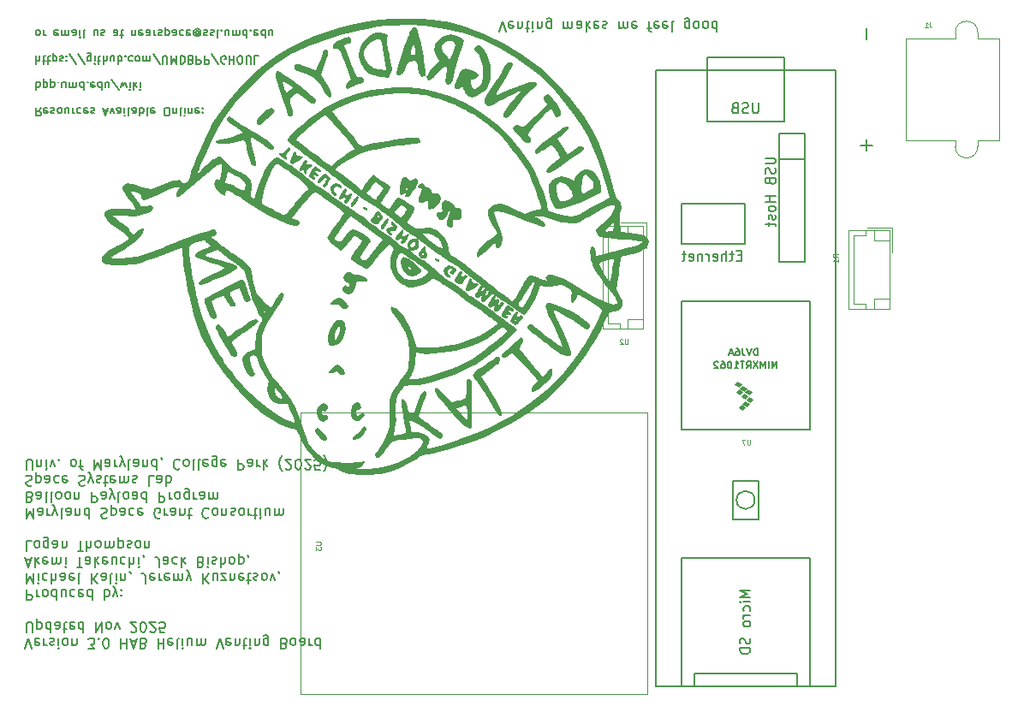
<source format=gbo>
G04 #@! TF.GenerationSoftware,KiCad,Pcbnew,9.0.1*
G04 #@! TF.CreationDate,2025-10-31T13:55:31-04:00*
G04 #@! TF.ProjectId,GHOUL_V1.0,47484f55-4c5f-4563-912e-302e6b696361,rev?*
G04 #@! TF.SameCoordinates,Original*
G04 #@! TF.FileFunction,Legend,Bot*
G04 #@! TF.FilePolarity,Positive*
%FSLAX46Y46*%
G04 Gerber Fmt 4.6, Leading zero omitted, Abs format (unit mm)*
G04 Created by KiCad (PCBNEW 9.0.1) date 2025-10-31 13:55:31*
%MOMM*%
%LPD*%
G01*
G04 APERTURE LIST*
%ADD10C,0.150000*%
%ADD11C,0.125000*%
%ADD12C,0.120000*%
%ADD13C,0.000000*%
%ADD14C,0.100000*%
G04 APERTURE END LIST*
D10*
X110693922Y-129490923D02*
X111027255Y-128490923D01*
X111027255Y-128490923D02*
X111360588Y-129490923D01*
X112074874Y-128538543D02*
X111979636Y-128490923D01*
X111979636Y-128490923D02*
X111789160Y-128490923D01*
X111789160Y-128490923D02*
X111693922Y-128538543D01*
X111693922Y-128538543D02*
X111646303Y-128633781D01*
X111646303Y-128633781D02*
X111646303Y-129014733D01*
X111646303Y-129014733D02*
X111693922Y-129109971D01*
X111693922Y-129109971D02*
X111789160Y-129157590D01*
X111789160Y-129157590D02*
X111979636Y-129157590D01*
X111979636Y-129157590D02*
X112074874Y-129109971D01*
X112074874Y-129109971D02*
X112122493Y-129014733D01*
X112122493Y-129014733D02*
X112122493Y-128919495D01*
X112122493Y-128919495D02*
X111646303Y-128824257D01*
X112551065Y-128490923D02*
X112551065Y-129157590D01*
X112551065Y-128967114D02*
X112598684Y-129062352D01*
X112598684Y-129062352D02*
X112646303Y-129109971D01*
X112646303Y-129109971D02*
X112741541Y-129157590D01*
X112741541Y-129157590D02*
X112836779Y-129157590D01*
X113122494Y-128538543D02*
X113217732Y-128490923D01*
X113217732Y-128490923D02*
X113408208Y-128490923D01*
X113408208Y-128490923D02*
X113503446Y-128538543D01*
X113503446Y-128538543D02*
X113551065Y-128633781D01*
X113551065Y-128633781D02*
X113551065Y-128681400D01*
X113551065Y-128681400D02*
X113503446Y-128776638D01*
X113503446Y-128776638D02*
X113408208Y-128824257D01*
X113408208Y-128824257D02*
X113265351Y-128824257D01*
X113265351Y-128824257D02*
X113170113Y-128871876D01*
X113170113Y-128871876D02*
X113122494Y-128967114D01*
X113122494Y-128967114D02*
X113122494Y-129014733D01*
X113122494Y-129014733D02*
X113170113Y-129109971D01*
X113170113Y-129109971D02*
X113265351Y-129157590D01*
X113265351Y-129157590D02*
X113408208Y-129157590D01*
X113408208Y-129157590D02*
X113503446Y-129109971D01*
X113979637Y-128490923D02*
X113979637Y-129157590D01*
X113979637Y-129490923D02*
X113932018Y-129443304D01*
X113932018Y-129443304D02*
X113979637Y-129395685D01*
X113979637Y-129395685D02*
X114027256Y-129443304D01*
X114027256Y-129443304D02*
X113979637Y-129490923D01*
X113979637Y-129490923D02*
X113979637Y-129395685D01*
X114598684Y-128490923D02*
X114503446Y-128538543D01*
X114503446Y-128538543D02*
X114455827Y-128586162D01*
X114455827Y-128586162D02*
X114408208Y-128681400D01*
X114408208Y-128681400D02*
X114408208Y-128967114D01*
X114408208Y-128967114D02*
X114455827Y-129062352D01*
X114455827Y-129062352D02*
X114503446Y-129109971D01*
X114503446Y-129109971D02*
X114598684Y-129157590D01*
X114598684Y-129157590D02*
X114741541Y-129157590D01*
X114741541Y-129157590D02*
X114836779Y-129109971D01*
X114836779Y-129109971D02*
X114884398Y-129062352D01*
X114884398Y-129062352D02*
X114932017Y-128967114D01*
X114932017Y-128967114D02*
X114932017Y-128681400D01*
X114932017Y-128681400D02*
X114884398Y-128586162D01*
X114884398Y-128586162D02*
X114836779Y-128538543D01*
X114836779Y-128538543D02*
X114741541Y-128490923D01*
X114741541Y-128490923D02*
X114598684Y-128490923D01*
X115360589Y-129157590D02*
X115360589Y-128490923D01*
X115360589Y-129062352D02*
X115408208Y-129109971D01*
X115408208Y-129109971D02*
X115503446Y-129157590D01*
X115503446Y-129157590D02*
X115646303Y-129157590D01*
X115646303Y-129157590D02*
X115741541Y-129109971D01*
X115741541Y-129109971D02*
X115789160Y-129014733D01*
X115789160Y-129014733D02*
X115789160Y-128490923D01*
X116932018Y-129490923D02*
X117551065Y-129490923D01*
X117551065Y-129490923D02*
X117217732Y-129109971D01*
X117217732Y-129109971D02*
X117360589Y-129109971D01*
X117360589Y-129109971D02*
X117455827Y-129062352D01*
X117455827Y-129062352D02*
X117503446Y-129014733D01*
X117503446Y-129014733D02*
X117551065Y-128919495D01*
X117551065Y-128919495D02*
X117551065Y-128681400D01*
X117551065Y-128681400D02*
X117503446Y-128586162D01*
X117503446Y-128586162D02*
X117455827Y-128538543D01*
X117455827Y-128538543D02*
X117360589Y-128490923D01*
X117360589Y-128490923D02*
X117074875Y-128490923D01*
X117074875Y-128490923D02*
X116979637Y-128538543D01*
X116979637Y-128538543D02*
X116932018Y-128586162D01*
X117979637Y-128586162D02*
X118027256Y-128538543D01*
X118027256Y-128538543D02*
X117979637Y-128490923D01*
X117979637Y-128490923D02*
X117932018Y-128538543D01*
X117932018Y-128538543D02*
X117979637Y-128586162D01*
X117979637Y-128586162D02*
X117979637Y-128490923D01*
X118646303Y-129490923D02*
X118741541Y-129490923D01*
X118741541Y-129490923D02*
X118836779Y-129443304D01*
X118836779Y-129443304D02*
X118884398Y-129395685D01*
X118884398Y-129395685D02*
X118932017Y-129300447D01*
X118932017Y-129300447D02*
X118979636Y-129109971D01*
X118979636Y-129109971D02*
X118979636Y-128871876D01*
X118979636Y-128871876D02*
X118932017Y-128681400D01*
X118932017Y-128681400D02*
X118884398Y-128586162D01*
X118884398Y-128586162D02*
X118836779Y-128538543D01*
X118836779Y-128538543D02*
X118741541Y-128490923D01*
X118741541Y-128490923D02*
X118646303Y-128490923D01*
X118646303Y-128490923D02*
X118551065Y-128538543D01*
X118551065Y-128538543D02*
X118503446Y-128586162D01*
X118503446Y-128586162D02*
X118455827Y-128681400D01*
X118455827Y-128681400D02*
X118408208Y-128871876D01*
X118408208Y-128871876D02*
X118408208Y-129109971D01*
X118408208Y-129109971D02*
X118455827Y-129300447D01*
X118455827Y-129300447D02*
X118503446Y-129395685D01*
X118503446Y-129395685D02*
X118551065Y-129443304D01*
X118551065Y-129443304D02*
X118646303Y-129490923D01*
X120170113Y-128490923D02*
X120170113Y-129490923D01*
X120170113Y-129014733D02*
X120741541Y-129014733D01*
X120741541Y-128490923D02*
X120741541Y-129490923D01*
X121170113Y-128776638D02*
X121646303Y-128776638D01*
X121074875Y-128490923D02*
X121408208Y-129490923D01*
X121408208Y-129490923D02*
X121741541Y-128490923D01*
X122408208Y-129014733D02*
X122551065Y-128967114D01*
X122551065Y-128967114D02*
X122598684Y-128919495D01*
X122598684Y-128919495D02*
X122646303Y-128824257D01*
X122646303Y-128824257D02*
X122646303Y-128681400D01*
X122646303Y-128681400D02*
X122598684Y-128586162D01*
X122598684Y-128586162D02*
X122551065Y-128538543D01*
X122551065Y-128538543D02*
X122455827Y-128490923D01*
X122455827Y-128490923D02*
X122074875Y-128490923D01*
X122074875Y-128490923D02*
X122074875Y-129490923D01*
X122074875Y-129490923D02*
X122408208Y-129490923D01*
X122408208Y-129490923D02*
X122503446Y-129443304D01*
X122503446Y-129443304D02*
X122551065Y-129395685D01*
X122551065Y-129395685D02*
X122598684Y-129300447D01*
X122598684Y-129300447D02*
X122598684Y-129205209D01*
X122598684Y-129205209D02*
X122551065Y-129109971D01*
X122551065Y-129109971D02*
X122503446Y-129062352D01*
X122503446Y-129062352D02*
X122408208Y-129014733D01*
X122408208Y-129014733D02*
X122074875Y-129014733D01*
X123836780Y-128490923D02*
X123836780Y-129490923D01*
X123836780Y-129014733D02*
X124408208Y-129014733D01*
X124408208Y-128490923D02*
X124408208Y-129490923D01*
X125265351Y-128538543D02*
X125170113Y-128490923D01*
X125170113Y-128490923D02*
X124979637Y-128490923D01*
X124979637Y-128490923D02*
X124884399Y-128538543D01*
X124884399Y-128538543D02*
X124836780Y-128633781D01*
X124836780Y-128633781D02*
X124836780Y-129014733D01*
X124836780Y-129014733D02*
X124884399Y-129109971D01*
X124884399Y-129109971D02*
X124979637Y-129157590D01*
X124979637Y-129157590D02*
X125170113Y-129157590D01*
X125170113Y-129157590D02*
X125265351Y-129109971D01*
X125265351Y-129109971D02*
X125312970Y-129014733D01*
X125312970Y-129014733D02*
X125312970Y-128919495D01*
X125312970Y-128919495D02*
X124836780Y-128824257D01*
X125884399Y-128490923D02*
X125789161Y-128538543D01*
X125789161Y-128538543D02*
X125741542Y-128633781D01*
X125741542Y-128633781D02*
X125741542Y-129490923D01*
X126265352Y-128490923D02*
X126265352Y-129157590D01*
X126265352Y-129490923D02*
X126217733Y-129443304D01*
X126217733Y-129443304D02*
X126265352Y-129395685D01*
X126265352Y-129395685D02*
X126312971Y-129443304D01*
X126312971Y-129443304D02*
X126265352Y-129490923D01*
X126265352Y-129490923D02*
X126265352Y-129395685D01*
X127170113Y-129157590D02*
X127170113Y-128490923D01*
X126741542Y-129157590D02*
X126741542Y-128633781D01*
X126741542Y-128633781D02*
X126789161Y-128538543D01*
X126789161Y-128538543D02*
X126884399Y-128490923D01*
X126884399Y-128490923D02*
X127027256Y-128490923D01*
X127027256Y-128490923D02*
X127122494Y-128538543D01*
X127122494Y-128538543D02*
X127170113Y-128586162D01*
X127646304Y-128490923D02*
X127646304Y-129157590D01*
X127646304Y-129062352D02*
X127693923Y-129109971D01*
X127693923Y-129109971D02*
X127789161Y-129157590D01*
X127789161Y-129157590D02*
X127932018Y-129157590D01*
X127932018Y-129157590D02*
X128027256Y-129109971D01*
X128027256Y-129109971D02*
X128074875Y-129014733D01*
X128074875Y-129014733D02*
X128074875Y-128490923D01*
X128074875Y-129014733D02*
X128122494Y-129109971D01*
X128122494Y-129109971D02*
X128217732Y-129157590D01*
X128217732Y-129157590D02*
X128360589Y-129157590D01*
X128360589Y-129157590D02*
X128455828Y-129109971D01*
X128455828Y-129109971D02*
X128503447Y-129014733D01*
X128503447Y-129014733D02*
X128503447Y-128490923D01*
X129598685Y-129490923D02*
X129932018Y-128490923D01*
X129932018Y-128490923D02*
X130265351Y-129490923D01*
X130979637Y-128538543D02*
X130884399Y-128490923D01*
X130884399Y-128490923D02*
X130693923Y-128490923D01*
X130693923Y-128490923D02*
X130598685Y-128538543D01*
X130598685Y-128538543D02*
X130551066Y-128633781D01*
X130551066Y-128633781D02*
X130551066Y-129014733D01*
X130551066Y-129014733D02*
X130598685Y-129109971D01*
X130598685Y-129109971D02*
X130693923Y-129157590D01*
X130693923Y-129157590D02*
X130884399Y-129157590D01*
X130884399Y-129157590D02*
X130979637Y-129109971D01*
X130979637Y-129109971D02*
X131027256Y-129014733D01*
X131027256Y-129014733D02*
X131027256Y-128919495D01*
X131027256Y-128919495D02*
X130551066Y-128824257D01*
X131455828Y-129157590D02*
X131455828Y-128490923D01*
X131455828Y-129062352D02*
X131503447Y-129109971D01*
X131503447Y-129109971D02*
X131598685Y-129157590D01*
X131598685Y-129157590D02*
X131741542Y-129157590D01*
X131741542Y-129157590D02*
X131836780Y-129109971D01*
X131836780Y-129109971D02*
X131884399Y-129014733D01*
X131884399Y-129014733D02*
X131884399Y-128490923D01*
X132217733Y-129157590D02*
X132598685Y-129157590D01*
X132360590Y-129490923D02*
X132360590Y-128633781D01*
X132360590Y-128633781D02*
X132408209Y-128538543D01*
X132408209Y-128538543D02*
X132503447Y-128490923D01*
X132503447Y-128490923D02*
X132598685Y-128490923D01*
X132932019Y-128490923D02*
X132932019Y-129157590D01*
X132932019Y-129490923D02*
X132884400Y-129443304D01*
X132884400Y-129443304D02*
X132932019Y-129395685D01*
X132932019Y-129395685D02*
X132979638Y-129443304D01*
X132979638Y-129443304D02*
X132932019Y-129490923D01*
X132932019Y-129490923D02*
X132932019Y-129395685D01*
X133408209Y-129157590D02*
X133408209Y-128490923D01*
X133408209Y-129062352D02*
X133455828Y-129109971D01*
X133455828Y-129109971D02*
X133551066Y-129157590D01*
X133551066Y-129157590D02*
X133693923Y-129157590D01*
X133693923Y-129157590D02*
X133789161Y-129109971D01*
X133789161Y-129109971D02*
X133836780Y-129014733D01*
X133836780Y-129014733D02*
X133836780Y-128490923D01*
X134741542Y-129157590D02*
X134741542Y-128348066D01*
X134741542Y-128348066D02*
X134693923Y-128252828D01*
X134693923Y-128252828D02*
X134646304Y-128205209D01*
X134646304Y-128205209D02*
X134551066Y-128157590D01*
X134551066Y-128157590D02*
X134408209Y-128157590D01*
X134408209Y-128157590D02*
X134312971Y-128205209D01*
X134741542Y-128538543D02*
X134646304Y-128490923D01*
X134646304Y-128490923D02*
X134455828Y-128490923D01*
X134455828Y-128490923D02*
X134360590Y-128538543D01*
X134360590Y-128538543D02*
X134312971Y-128586162D01*
X134312971Y-128586162D02*
X134265352Y-128681400D01*
X134265352Y-128681400D02*
X134265352Y-128967114D01*
X134265352Y-128967114D02*
X134312971Y-129062352D01*
X134312971Y-129062352D02*
X134360590Y-129109971D01*
X134360590Y-129109971D02*
X134455828Y-129157590D01*
X134455828Y-129157590D02*
X134646304Y-129157590D01*
X134646304Y-129157590D02*
X134741542Y-129109971D01*
X136312971Y-129014733D02*
X136455828Y-128967114D01*
X136455828Y-128967114D02*
X136503447Y-128919495D01*
X136503447Y-128919495D02*
X136551066Y-128824257D01*
X136551066Y-128824257D02*
X136551066Y-128681400D01*
X136551066Y-128681400D02*
X136503447Y-128586162D01*
X136503447Y-128586162D02*
X136455828Y-128538543D01*
X136455828Y-128538543D02*
X136360590Y-128490923D01*
X136360590Y-128490923D02*
X135979638Y-128490923D01*
X135979638Y-128490923D02*
X135979638Y-129490923D01*
X135979638Y-129490923D02*
X136312971Y-129490923D01*
X136312971Y-129490923D02*
X136408209Y-129443304D01*
X136408209Y-129443304D02*
X136455828Y-129395685D01*
X136455828Y-129395685D02*
X136503447Y-129300447D01*
X136503447Y-129300447D02*
X136503447Y-129205209D01*
X136503447Y-129205209D02*
X136455828Y-129109971D01*
X136455828Y-129109971D02*
X136408209Y-129062352D01*
X136408209Y-129062352D02*
X136312971Y-129014733D01*
X136312971Y-129014733D02*
X135979638Y-129014733D01*
X137122495Y-128490923D02*
X137027257Y-128538543D01*
X137027257Y-128538543D02*
X136979638Y-128586162D01*
X136979638Y-128586162D02*
X136932019Y-128681400D01*
X136932019Y-128681400D02*
X136932019Y-128967114D01*
X136932019Y-128967114D02*
X136979638Y-129062352D01*
X136979638Y-129062352D02*
X137027257Y-129109971D01*
X137027257Y-129109971D02*
X137122495Y-129157590D01*
X137122495Y-129157590D02*
X137265352Y-129157590D01*
X137265352Y-129157590D02*
X137360590Y-129109971D01*
X137360590Y-129109971D02*
X137408209Y-129062352D01*
X137408209Y-129062352D02*
X137455828Y-128967114D01*
X137455828Y-128967114D02*
X137455828Y-128681400D01*
X137455828Y-128681400D02*
X137408209Y-128586162D01*
X137408209Y-128586162D02*
X137360590Y-128538543D01*
X137360590Y-128538543D02*
X137265352Y-128490923D01*
X137265352Y-128490923D02*
X137122495Y-128490923D01*
X138312971Y-128490923D02*
X138312971Y-129014733D01*
X138312971Y-129014733D02*
X138265352Y-129109971D01*
X138265352Y-129109971D02*
X138170114Y-129157590D01*
X138170114Y-129157590D02*
X137979638Y-129157590D01*
X137979638Y-129157590D02*
X137884400Y-129109971D01*
X138312971Y-128538543D02*
X138217733Y-128490923D01*
X138217733Y-128490923D02*
X137979638Y-128490923D01*
X137979638Y-128490923D02*
X137884400Y-128538543D01*
X137884400Y-128538543D02*
X137836781Y-128633781D01*
X137836781Y-128633781D02*
X137836781Y-128729019D01*
X137836781Y-128729019D02*
X137884400Y-128824257D01*
X137884400Y-128824257D02*
X137979638Y-128871876D01*
X137979638Y-128871876D02*
X138217733Y-128871876D01*
X138217733Y-128871876D02*
X138312971Y-128919495D01*
X138789162Y-128490923D02*
X138789162Y-129157590D01*
X138789162Y-128967114D02*
X138836781Y-129062352D01*
X138836781Y-129062352D02*
X138884400Y-129109971D01*
X138884400Y-129109971D02*
X138979638Y-129157590D01*
X138979638Y-129157590D02*
X139074876Y-129157590D01*
X139836781Y-128490923D02*
X139836781Y-129490923D01*
X139836781Y-128538543D02*
X139741543Y-128490923D01*
X139741543Y-128490923D02*
X139551067Y-128490923D01*
X139551067Y-128490923D02*
X139455829Y-128538543D01*
X139455829Y-128538543D02*
X139408210Y-128586162D01*
X139408210Y-128586162D02*
X139360591Y-128681400D01*
X139360591Y-128681400D02*
X139360591Y-128967114D01*
X139360591Y-128967114D02*
X139408210Y-129062352D01*
X139408210Y-129062352D02*
X139455829Y-129109971D01*
X139455829Y-129109971D02*
X139551067Y-129157590D01*
X139551067Y-129157590D02*
X139741543Y-129157590D01*
X139741543Y-129157590D02*
X139836781Y-129109971D01*
X110836779Y-127880979D02*
X110836779Y-127071456D01*
X110836779Y-127071456D02*
X110884398Y-126976218D01*
X110884398Y-126976218D02*
X110932017Y-126928599D01*
X110932017Y-126928599D02*
X111027255Y-126880979D01*
X111027255Y-126880979D02*
X111217731Y-126880979D01*
X111217731Y-126880979D02*
X111312969Y-126928599D01*
X111312969Y-126928599D02*
X111360588Y-126976218D01*
X111360588Y-126976218D02*
X111408207Y-127071456D01*
X111408207Y-127071456D02*
X111408207Y-127880979D01*
X111884398Y-127547646D02*
X111884398Y-126547646D01*
X111884398Y-127500027D02*
X111979636Y-127547646D01*
X111979636Y-127547646D02*
X112170112Y-127547646D01*
X112170112Y-127547646D02*
X112265350Y-127500027D01*
X112265350Y-127500027D02*
X112312969Y-127452408D01*
X112312969Y-127452408D02*
X112360588Y-127357170D01*
X112360588Y-127357170D02*
X112360588Y-127071456D01*
X112360588Y-127071456D02*
X112312969Y-126976218D01*
X112312969Y-126976218D02*
X112265350Y-126928599D01*
X112265350Y-126928599D02*
X112170112Y-126880979D01*
X112170112Y-126880979D02*
X111979636Y-126880979D01*
X111979636Y-126880979D02*
X111884398Y-126928599D01*
X113217731Y-126880979D02*
X113217731Y-127880979D01*
X113217731Y-126928599D02*
X113122493Y-126880979D01*
X113122493Y-126880979D02*
X112932017Y-126880979D01*
X112932017Y-126880979D02*
X112836779Y-126928599D01*
X112836779Y-126928599D02*
X112789160Y-126976218D01*
X112789160Y-126976218D02*
X112741541Y-127071456D01*
X112741541Y-127071456D02*
X112741541Y-127357170D01*
X112741541Y-127357170D02*
X112789160Y-127452408D01*
X112789160Y-127452408D02*
X112836779Y-127500027D01*
X112836779Y-127500027D02*
X112932017Y-127547646D01*
X112932017Y-127547646D02*
X113122493Y-127547646D01*
X113122493Y-127547646D02*
X113217731Y-127500027D01*
X114122493Y-126880979D02*
X114122493Y-127404789D01*
X114122493Y-127404789D02*
X114074874Y-127500027D01*
X114074874Y-127500027D02*
X113979636Y-127547646D01*
X113979636Y-127547646D02*
X113789160Y-127547646D01*
X113789160Y-127547646D02*
X113693922Y-127500027D01*
X114122493Y-126928599D02*
X114027255Y-126880979D01*
X114027255Y-126880979D02*
X113789160Y-126880979D01*
X113789160Y-126880979D02*
X113693922Y-126928599D01*
X113693922Y-126928599D02*
X113646303Y-127023837D01*
X113646303Y-127023837D02*
X113646303Y-127119075D01*
X113646303Y-127119075D02*
X113693922Y-127214313D01*
X113693922Y-127214313D02*
X113789160Y-127261932D01*
X113789160Y-127261932D02*
X114027255Y-127261932D01*
X114027255Y-127261932D02*
X114122493Y-127309551D01*
X114455827Y-127547646D02*
X114836779Y-127547646D01*
X114598684Y-127880979D02*
X114598684Y-127023837D01*
X114598684Y-127023837D02*
X114646303Y-126928599D01*
X114646303Y-126928599D02*
X114741541Y-126880979D01*
X114741541Y-126880979D02*
X114836779Y-126880979D01*
X115551065Y-126928599D02*
X115455827Y-126880979D01*
X115455827Y-126880979D02*
X115265351Y-126880979D01*
X115265351Y-126880979D02*
X115170113Y-126928599D01*
X115170113Y-126928599D02*
X115122494Y-127023837D01*
X115122494Y-127023837D02*
X115122494Y-127404789D01*
X115122494Y-127404789D02*
X115170113Y-127500027D01*
X115170113Y-127500027D02*
X115265351Y-127547646D01*
X115265351Y-127547646D02*
X115455827Y-127547646D01*
X115455827Y-127547646D02*
X115551065Y-127500027D01*
X115551065Y-127500027D02*
X115598684Y-127404789D01*
X115598684Y-127404789D02*
X115598684Y-127309551D01*
X115598684Y-127309551D02*
X115122494Y-127214313D01*
X116455827Y-126880979D02*
X116455827Y-127880979D01*
X116455827Y-126928599D02*
X116360589Y-126880979D01*
X116360589Y-126880979D02*
X116170113Y-126880979D01*
X116170113Y-126880979D02*
X116074875Y-126928599D01*
X116074875Y-126928599D02*
X116027256Y-126976218D01*
X116027256Y-126976218D02*
X115979637Y-127071456D01*
X115979637Y-127071456D02*
X115979637Y-127357170D01*
X115979637Y-127357170D02*
X116027256Y-127452408D01*
X116027256Y-127452408D02*
X116074875Y-127500027D01*
X116074875Y-127500027D02*
X116170113Y-127547646D01*
X116170113Y-127547646D02*
X116360589Y-127547646D01*
X116360589Y-127547646D02*
X116455827Y-127500027D01*
X117693923Y-126880979D02*
X117693923Y-127880979D01*
X117693923Y-127880979D02*
X118265351Y-126880979D01*
X118265351Y-126880979D02*
X118265351Y-127880979D01*
X118884399Y-126880979D02*
X118789161Y-126928599D01*
X118789161Y-126928599D02*
X118741542Y-126976218D01*
X118741542Y-126976218D02*
X118693923Y-127071456D01*
X118693923Y-127071456D02*
X118693923Y-127357170D01*
X118693923Y-127357170D02*
X118741542Y-127452408D01*
X118741542Y-127452408D02*
X118789161Y-127500027D01*
X118789161Y-127500027D02*
X118884399Y-127547646D01*
X118884399Y-127547646D02*
X119027256Y-127547646D01*
X119027256Y-127547646D02*
X119122494Y-127500027D01*
X119122494Y-127500027D02*
X119170113Y-127452408D01*
X119170113Y-127452408D02*
X119217732Y-127357170D01*
X119217732Y-127357170D02*
X119217732Y-127071456D01*
X119217732Y-127071456D02*
X119170113Y-126976218D01*
X119170113Y-126976218D02*
X119122494Y-126928599D01*
X119122494Y-126928599D02*
X119027256Y-126880979D01*
X119027256Y-126880979D02*
X118884399Y-126880979D01*
X119551066Y-127547646D02*
X119789161Y-126880979D01*
X119789161Y-126880979D02*
X120027256Y-127547646D01*
X121122495Y-127785741D02*
X121170114Y-127833360D01*
X121170114Y-127833360D02*
X121265352Y-127880979D01*
X121265352Y-127880979D02*
X121503447Y-127880979D01*
X121503447Y-127880979D02*
X121598685Y-127833360D01*
X121598685Y-127833360D02*
X121646304Y-127785741D01*
X121646304Y-127785741D02*
X121693923Y-127690503D01*
X121693923Y-127690503D02*
X121693923Y-127595265D01*
X121693923Y-127595265D02*
X121646304Y-127452408D01*
X121646304Y-127452408D02*
X121074876Y-126880979D01*
X121074876Y-126880979D02*
X121693923Y-126880979D01*
X122312971Y-127880979D02*
X122408209Y-127880979D01*
X122408209Y-127880979D02*
X122503447Y-127833360D01*
X122503447Y-127833360D02*
X122551066Y-127785741D01*
X122551066Y-127785741D02*
X122598685Y-127690503D01*
X122598685Y-127690503D02*
X122646304Y-127500027D01*
X122646304Y-127500027D02*
X122646304Y-127261932D01*
X122646304Y-127261932D02*
X122598685Y-127071456D01*
X122598685Y-127071456D02*
X122551066Y-126976218D01*
X122551066Y-126976218D02*
X122503447Y-126928599D01*
X122503447Y-126928599D02*
X122408209Y-126880979D01*
X122408209Y-126880979D02*
X122312971Y-126880979D01*
X122312971Y-126880979D02*
X122217733Y-126928599D01*
X122217733Y-126928599D02*
X122170114Y-126976218D01*
X122170114Y-126976218D02*
X122122495Y-127071456D01*
X122122495Y-127071456D02*
X122074876Y-127261932D01*
X122074876Y-127261932D02*
X122074876Y-127500027D01*
X122074876Y-127500027D02*
X122122495Y-127690503D01*
X122122495Y-127690503D02*
X122170114Y-127785741D01*
X122170114Y-127785741D02*
X122217733Y-127833360D01*
X122217733Y-127833360D02*
X122312971Y-127880979D01*
X123027257Y-127785741D02*
X123074876Y-127833360D01*
X123074876Y-127833360D02*
X123170114Y-127880979D01*
X123170114Y-127880979D02*
X123408209Y-127880979D01*
X123408209Y-127880979D02*
X123503447Y-127833360D01*
X123503447Y-127833360D02*
X123551066Y-127785741D01*
X123551066Y-127785741D02*
X123598685Y-127690503D01*
X123598685Y-127690503D02*
X123598685Y-127595265D01*
X123598685Y-127595265D02*
X123551066Y-127452408D01*
X123551066Y-127452408D02*
X122979638Y-126880979D01*
X122979638Y-126880979D02*
X123598685Y-126880979D01*
X124503447Y-127880979D02*
X124027257Y-127880979D01*
X124027257Y-127880979D02*
X123979638Y-127404789D01*
X123979638Y-127404789D02*
X124027257Y-127452408D01*
X124027257Y-127452408D02*
X124122495Y-127500027D01*
X124122495Y-127500027D02*
X124360590Y-127500027D01*
X124360590Y-127500027D02*
X124455828Y-127452408D01*
X124455828Y-127452408D02*
X124503447Y-127404789D01*
X124503447Y-127404789D02*
X124551066Y-127309551D01*
X124551066Y-127309551D02*
X124551066Y-127071456D01*
X124551066Y-127071456D02*
X124503447Y-126976218D01*
X124503447Y-126976218D02*
X124455828Y-126928599D01*
X124455828Y-126928599D02*
X124360590Y-126880979D01*
X124360590Y-126880979D02*
X124122495Y-126880979D01*
X124122495Y-126880979D02*
X124027257Y-126928599D01*
X124027257Y-126928599D02*
X123979638Y-126976218D01*
X110836779Y-123661091D02*
X110836779Y-124661091D01*
X110836779Y-124661091D02*
X111217731Y-124661091D01*
X111217731Y-124661091D02*
X111312969Y-124613472D01*
X111312969Y-124613472D02*
X111360588Y-124565853D01*
X111360588Y-124565853D02*
X111408207Y-124470615D01*
X111408207Y-124470615D02*
X111408207Y-124327758D01*
X111408207Y-124327758D02*
X111360588Y-124232520D01*
X111360588Y-124232520D02*
X111312969Y-124184901D01*
X111312969Y-124184901D02*
X111217731Y-124137282D01*
X111217731Y-124137282D02*
X110836779Y-124137282D01*
X111836779Y-123661091D02*
X111836779Y-124327758D01*
X111836779Y-124137282D02*
X111884398Y-124232520D01*
X111884398Y-124232520D02*
X111932017Y-124280139D01*
X111932017Y-124280139D02*
X112027255Y-124327758D01*
X112027255Y-124327758D02*
X112122493Y-124327758D01*
X112598684Y-123661091D02*
X112503446Y-123708711D01*
X112503446Y-123708711D02*
X112455827Y-123756330D01*
X112455827Y-123756330D02*
X112408208Y-123851568D01*
X112408208Y-123851568D02*
X112408208Y-124137282D01*
X112408208Y-124137282D02*
X112455827Y-124232520D01*
X112455827Y-124232520D02*
X112503446Y-124280139D01*
X112503446Y-124280139D02*
X112598684Y-124327758D01*
X112598684Y-124327758D02*
X112741541Y-124327758D01*
X112741541Y-124327758D02*
X112836779Y-124280139D01*
X112836779Y-124280139D02*
X112884398Y-124232520D01*
X112884398Y-124232520D02*
X112932017Y-124137282D01*
X112932017Y-124137282D02*
X112932017Y-123851568D01*
X112932017Y-123851568D02*
X112884398Y-123756330D01*
X112884398Y-123756330D02*
X112836779Y-123708711D01*
X112836779Y-123708711D02*
X112741541Y-123661091D01*
X112741541Y-123661091D02*
X112598684Y-123661091D01*
X113789160Y-123661091D02*
X113789160Y-124661091D01*
X113789160Y-123708711D02*
X113693922Y-123661091D01*
X113693922Y-123661091D02*
X113503446Y-123661091D01*
X113503446Y-123661091D02*
X113408208Y-123708711D01*
X113408208Y-123708711D02*
X113360589Y-123756330D01*
X113360589Y-123756330D02*
X113312970Y-123851568D01*
X113312970Y-123851568D02*
X113312970Y-124137282D01*
X113312970Y-124137282D02*
X113360589Y-124232520D01*
X113360589Y-124232520D02*
X113408208Y-124280139D01*
X113408208Y-124280139D02*
X113503446Y-124327758D01*
X113503446Y-124327758D02*
X113693922Y-124327758D01*
X113693922Y-124327758D02*
X113789160Y-124280139D01*
X114693922Y-124327758D02*
X114693922Y-123661091D01*
X114265351Y-124327758D02*
X114265351Y-123803949D01*
X114265351Y-123803949D02*
X114312970Y-123708711D01*
X114312970Y-123708711D02*
X114408208Y-123661091D01*
X114408208Y-123661091D02*
X114551065Y-123661091D01*
X114551065Y-123661091D02*
X114646303Y-123708711D01*
X114646303Y-123708711D02*
X114693922Y-123756330D01*
X115598684Y-123708711D02*
X115503446Y-123661091D01*
X115503446Y-123661091D02*
X115312970Y-123661091D01*
X115312970Y-123661091D02*
X115217732Y-123708711D01*
X115217732Y-123708711D02*
X115170113Y-123756330D01*
X115170113Y-123756330D02*
X115122494Y-123851568D01*
X115122494Y-123851568D02*
X115122494Y-124137282D01*
X115122494Y-124137282D02*
X115170113Y-124232520D01*
X115170113Y-124232520D02*
X115217732Y-124280139D01*
X115217732Y-124280139D02*
X115312970Y-124327758D01*
X115312970Y-124327758D02*
X115503446Y-124327758D01*
X115503446Y-124327758D02*
X115598684Y-124280139D01*
X116408208Y-123708711D02*
X116312970Y-123661091D01*
X116312970Y-123661091D02*
X116122494Y-123661091D01*
X116122494Y-123661091D02*
X116027256Y-123708711D01*
X116027256Y-123708711D02*
X115979637Y-123803949D01*
X115979637Y-123803949D02*
X115979637Y-124184901D01*
X115979637Y-124184901D02*
X116027256Y-124280139D01*
X116027256Y-124280139D02*
X116122494Y-124327758D01*
X116122494Y-124327758D02*
X116312970Y-124327758D01*
X116312970Y-124327758D02*
X116408208Y-124280139D01*
X116408208Y-124280139D02*
X116455827Y-124184901D01*
X116455827Y-124184901D02*
X116455827Y-124089663D01*
X116455827Y-124089663D02*
X115979637Y-123994425D01*
X117312970Y-123661091D02*
X117312970Y-124661091D01*
X117312970Y-123708711D02*
X117217732Y-123661091D01*
X117217732Y-123661091D02*
X117027256Y-123661091D01*
X117027256Y-123661091D02*
X116932018Y-123708711D01*
X116932018Y-123708711D02*
X116884399Y-123756330D01*
X116884399Y-123756330D02*
X116836780Y-123851568D01*
X116836780Y-123851568D02*
X116836780Y-124137282D01*
X116836780Y-124137282D02*
X116884399Y-124232520D01*
X116884399Y-124232520D02*
X116932018Y-124280139D01*
X116932018Y-124280139D02*
X117027256Y-124327758D01*
X117027256Y-124327758D02*
X117217732Y-124327758D01*
X117217732Y-124327758D02*
X117312970Y-124280139D01*
X118551066Y-123661091D02*
X118551066Y-124661091D01*
X118551066Y-124280139D02*
X118646304Y-124327758D01*
X118646304Y-124327758D02*
X118836780Y-124327758D01*
X118836780Y-124327758D02*
X118932018Y-124280139D01*
X118932018Y-124280139D02*
X118979637Y-124232520D01*
X118979637Y-124232520D02*
X119027256Y-124137282D01*
X119027256Y-124137282D02*
X119027256Y-123851568D01*
X119027256Y-123851568D02*
X118979637Y-123756330D01*
X118979637Y-123756330D02*
X118932018Y-123708711D01*
X118932018Y-123708711D02*
X118836780Y-123661091D01*
X118836780Y-123661091D02*
X118646304Y-123661091D01*
X118646304Y-123661091D02*
X118551066Y-123708711D01*
X119360590Y-124327758D02*
X119598685Y-123661091D01*
X119836780Y-124327758D02*
X119598685Y-123661091D01*
X119598685Y-123661091D02*
X119503447Y-123422996D01*
X119503447Y-123422996D02*
X119455828Y-123375377D01*
X119455828Y-123375377D02*
X119360590Y-123327758D01*
X120217733Y-123756330D02*
X120265352Y-123708711D01*
X120265352Y-123708711D02*
X120217733Y-123661091D01*
X120217733Y-123661091D02*
X120170114Y-123708711D01*
X120170114Y-123708711D02*
X120217733Y-123756330D01*
X120217733Y-123756330D02*
X120217733Y-123661091D01*
X120217733Y-124280139D02*
X120265352Y-124232520D01*
X120265352Y-124232520D02*
X120217733Y-124184901D01*
X120217733Y-124184901D02*
X120170114Y-124232520D01*
X120170114Y-124232520D02*
X120217733Y-124280139D01*
X120217733Y-124280139D02*
X120217733Y-124184901D01*
X110836779Y-122051147D02*
X110836779Y-123051147D01*
X110836779Y-123051147D02*
X111170112Y-122336862D01*
X111170112Y-122336862D02*
X111503445Y-123051147D01*
X111503445Y-123051147D02*
X111503445Y-122051147D01*
X111979636Y-122051147D02*
X111979636Y-122717814D01*
X111979636Y-123051147D02*
X111932017Y-123003528D01*
X111932017Y-123003528D02*
X111979636Y-122955909D01*
X111979636Y-122955909D02*
X112027255Y-123003528D01*
X112027255Y-123003528D02*
X111979636Y-123051147D01*
X111979636Y-123051147D02*
X111979636Y-122955909D01*
X112884397Y-122098767D02*
X112789159Y-122051147D01*
X112789159Y-122051147D02*
X112598683Y-122051147D01*
X112598683Y-122051147D02*
X112503445Y-122098767D01*
X112503445Y-122098767D02*
X112455826Y-122146386D01*
X112455826Y-122146386D02*
X112408207Y-122241624D01*
X112408207Y-122241624D02*
X112408207Y-122527338D01*
X112408207Y-122527338D02*
X112455826Y-122622576D01*
X112455826Y-122622576D02*
X112503445Y-122670195D01*
X112503445Y-122670195D02*
X112598683Y-122717814D01*
X112598683Y-122717814D02*
X112789159Y-122717814D01*
X112789159Y-122717814D02*
X112884397Y-122670195D01*
X113312969Y-122051147D02*
X113312969Y-123051147D01*
X113741540Y-122051147D02*
X113741540Y-122574957D01*
X113741540Y-122574957D02*
X113693921Y-122670195D01*
X113693921Y-122670195D02*
X113598683Y-122717814D01*
X113598683Y-122717814D02*
X113455826Y-122717814D01*
X113455826Y-122717814D02*
X113360588Y-122670195D01*
X113360588Y-122670195D02*
X113312969Y-122622576D01*
X114646302Y-122051147D02*
X114646302Y-122574957D01*
X114646302Y-122574957D02*
X114598683Y-122670195D01*
X114598683Y-122670195D02*
X114503445Y-122717814D01*
X114503445Y-122717814D02*
X114312969Y-122717814D01*
X114312969Y-122717814D02*
X114217731Y-122670195D01*
X114646302Y-122098767D02*
X114551064Y-122051147D01*
X114551064Y-122051147D02*
X114312969Y-122051147D01*
X114312969Y-122051147D02*
X114217731Y-122098767D01*
X114217731Y-122098767D02*
X114170112Y-122194005D01*
X114170112Y-122194005D02*
X114170112Y-122289243D01*
X114170112Y-122289243D02*
X114217731Y-122384481D01*
X114217731Y-122384481D02*
X114312969Y-122432100D01*
X114312969Y-122432100D02*
X114551064Y-122432100D01*
X114551064Y-122432100D02*
X114646302Y-122479719D01*
X115503445Y-122098767D02*
X115408207Y-122051147D01*
X115408207Y-122051147D02*
X115217731Y-122051147D01*
X115217731Y-122051147D02*
X115122493Y-122098767D01*
X115122493Y-122098767D02*
X115074874Y-122194005D01*
X115074874Y-122194005D02*
X115074874Y-122574957D01*
X115074874Y-122574957D02*
X115122493Y-122670195D01*
X115122493Y-122670195D02*
X115217731Y-122717814D01*
X115217731Y-122717814D02*
X115408207Y-122717814D01*
X115408207Y-122717814D02*
X115503445Y-122670195D01*
X115503445Y-122670195D02*
X115551064Y-122574957D01*
X115551064Y-122574957D02*
X115551064Y-122479719D01*
X115551064Y-122479719D02*
X115074874Y-122384481D01*
X116122493Y-122051147D02*
X116027255Y-122098767D01*
X116027255Y-122098767D02*
X115979636Y-122194005D01*
X115979636Y-122194005D02*
X115979636Y-123051147D01*
X117265351Y-122051147D02*
X117265351Y-123051147D01*
X117836779Y-122051147D02*
X117408208Y-122622576D01*
X117836779Y-123051147D02*
X117265351Y-122479719D01*
X118693922Y-122051147D02*
X118693922Y-122574957D01*
X118693922Y-122574957D02*
X118646303Y-122670195D01*
X118646303Y-122670195D02*
X118551065Y-122717814D01*
X118551065Y-122717814D02*
X118360589Y-122717814D01*
X118360589Y-122717814D02*
X118265351Y-122670195D01*
X118693922Y-122098767D02*
X118598684Y-122051147D01*
X118598684Y-122051147D02*
X118360589Y-122051147D01*
X118360589Y-122051147D02*
X118265351Y-122098767D01*
X118265351Y-122098767D02*
X118217732Y-122194005D01*
X118217732Y-122194005D02*
X118217732Y-122289243D01*
X118217732Y-122289243D02*
X118265351Y-122384481D01*
X118265351Y-122384481D02*
X118360589Y-122432100D01*
X118360589Y-122432100D02*
X118598684Y-122432100D01*
X118598684Y-122432100D02*
X118693922Y-122479719D01*
X119312970Y-122051147D02*
X119217732Y-122098767D01*
X119217732Y-122098767D02*
X119170113Y-122194005D01*
X119170113Y-122194005D02*
X119170113Y-123051147D01*
X119693923Y-122051147D02*
X119693923Y-122717814D01*
X119693923Y-123051147D02*
X119646304Y-123003528D01*
X119646304Y-123003528D02*
X119693923Y-122955909D01*
X119693923Y-122955909D02*
X119741542Y-123003528D01*
X119741542Y-123003528D02*
X119693923Y-123051147D01*
X119693923Y-123051147D02*
X119693923Y-122955909D01*
X120170113Y-122717814D02*
X120170113Y-122051147D01*
X120170113Y-122622576D02*
X120217732Y-122670195D01*
X120217732Y-122670195D02*
X120312970Y-122717814D01*
X120312970Y-122717814D02*
X120455827Y-122717814D01*
X120455827Y-122717814D02*
X120551065Y-122670195D01*
X120551065Y-122670195D02*
X120598684Y-122574957D01*
X120598684Y-122574957D02*
X120598684Y-122051147D01*
X121122494Y-122098767D02*
X121122494Y-122051147D01*
X121122494Y-122051147D02*
X121074875Y-121955909D01*
X121074875Y-121955909D02*
X121027256Y-121908290D01*
X122598684Y-123051147D02*
X122598684Y-122336862D01*
X122598684Y-122336862D02*
X122551065Y-122194005D01*
X122551065Y-122194005D02*
X122455827Y-122098767D01*
X122455827Y-122098767D02*
X122312970Y-122051147D01*
X122312970Y-122051147D02*
X122217732Y-122051147D01*
X123455827Y-122098767D02*
X123360589Y-122051147D01*
X123360589Y-122051147D02*
X123170113Y-122051147D01*
X123170113Y-122051147D02*
X123074875Y-122098767D01*
X123074875Y-122098767D02*
X123027256Y-122194005D01*
X123027256Y-122194005D02*
X123027256Y-122574957D01*
X123027256Y-122574957D02*
X123074875Y-122670195D01*
X123074875Y-122670195D02*
X123170113Y-122717814D01*
X123170113Y-122717814D02*
X123360589Y-122717814D01*
X123360589Y-122717814D02*
X123455827Y-122670195D01*
X123455827Y-122670195D02*
X123503446Y-122574957D01*
X123503446Y-122574957D02*
X123503446Y-122479719D01*
X123503446Y-122479719D02*
X123027256Y-122384481D01*
X123932018Y-122051147D02*
X123932018Y-122717814D01*
X123932018Y-122527338D02*
X123979637Y-122622576D01*
X123979637Y-122622576D02*
X124027256Y-122670195D01*
X124027256Y-122670195D02*
X124122494Y-122717814D01*
X124122494Y-122717814D02*
X124217732Y-122717814D01*
X124932018Y-122098767D02*
X124836780Y-122051147D01*
X124836780Y-122051147D02*
X124646304Y-122051147D01*
X124646304Y-122051147D02*
X124551066Y-122098767D01*
X124551066Y-122098767D02*
X124503447Y-122194005D01*
X124503447Y-122194005D02*
X124503447Y-122574957D01*
X124503447Y-122574957D02*
X124551066Y-122670195D01*
X124551066Y-122670195D02*
X124646304Y-122717814D01*
X124646304Y-122717814D02*
X124836780Y-122717814D01*
X124836780Y-122717814D02*
X124932018Y-122670195D01*
X124932018Y-122670195D02*
X124979637Y-122574957D01*
X124979637Y-122574957D02*
X124979637Y-122479719D01*
X124979637Y-122479719D02*
X124503447Y-122384481D01*
X125408209Y-122051147D02*
X125408209Y-122717814D01*
X125408209Y-122622576D02*
X125455828Y-122670195D01*
X125455828Y-122670195D02*
X125551066Y-122717814D01*
X125551066Y-122717814D02*
X125693923Y-122717814D01*
X125693923Y-122717814D02*
X125789161Y-122670195D01*
X125789161Y-122670195D02*
X125836780Y-122574957D01*
X125836780Y-122574957D02*
X125836780Y-122051147D01*
X125836780Y-122574957D02*
X125884399Y-122670195D01*
X125884399Y-122670195D02*
X125979637Y-122717814D01*
X125979637Y-122717814D02*
X126122494Y-122717814D01*
X126122494Y-122717814D02*
X126217733Y-122670195D01*
X126217733Y-122670195D02*
X126265352Y-122574957D01*
X126265352Y-122574957D02*
X126265352Y-122051147D01*
X126646304Y-122717814D02*
X126884399Y-122051147D01*
X127122494Y-122717814D02*
X126884399Y-122051147D01*
X126884399Y-122051147D02*
X126789161Y-121813052D01*
X126789161Y-121813052D02*
X126741542Y-121765433D01*
X126741542Y-121765433D02*
X126646304Y-121717814D01*
X128265352Y-122051147D02*
X128265352Y-123051147D01*
X128836780Y-122051147D02*
X128408209Y-122622576D01*
X128836780Y-123051147D02*
X128265352Y-122479719D01*
X129693923Y-122717814D02*
X129693923Y-122051147D01*
X129265352Y-122717814D02*
X129265352Y-122194005D01*
X129265352Y-122194005D02*
X129312971Y-122098767D01*
X129312971Y-122098767D02*
X129408209Y-122051147D01*
X129408209Y-122051147D02*
X129551066Y-122051147D01*
X129551066Y-122051147D02*
X129646304Y-122098767D01*
X129646304Y-122098767D02*
X129693923Y-122146386D01*
X130074876Y-122717814D02*
X130598685Y-122717814D01*
X130598685Y-122717814D02*
X130074876Y-122051147D01*
X130074876Y-122051147D02*
X130598685Y-122051147D01*
X130979638Y-122717814D02*
X130979638Y-122051147D01*
X130979638Y-122622576D02*
X131027257Y-122670195D01*
X131027257Y-122670195D02*
X131122495Y-122717814D01*
X131122495Y-122717814D02*
X131265352Y-122717814D01*
X131265352Y-122717814D02*
X131360590Y-122670195D01*
X131360590Y-122670195D02*
X131408209Y-122574957D01*
X131408209Y-122574957D02*
X131408209Y-122051147D01*
X132265352Y-122098767D02*
X132170114Y-122051147D01*
X132170114Y-122051147D02*
X131979638Y-122051147D01*
X131979638Y-122051147D02*
X131884400Y-122098767D01*
X131884400Y-122098767D02*
X131836781Y-122194005D01*
X131836781Y-122194005D02*
X131836781Y-122574957D01*
X131836781Y-122574957D02*
X131884400Y-122670195D01*
X131884400Y-122670195D02*
X131979638Y-122717814D01*
X131979638Y-122717814D02*
X132170114Y-122717814D01*
X132170114Y-122717814D02*
X132265352Y-122670195D01*
X132265352Y-122670195D02*
X132312971Y-122574957D01*
X132312971Y-122574957D02*
X132312971Y-122479719D01*
X132312971Y-122479719D02*
X131836781Y-122384481D01*
X132598686Y-122717814D02*
X132979638Y-122717814D01*
X132741543Y-123051147D02*
X132741543Y-122194005D01*
X132741543Y-122194005D02*
X132789162Y-122098767D01*
X132789162Y-122098767D02*
X132884400Y-122051147D01*
X132884400Y-122051147D02*
X132979638Y-122051147D01*
X133265353Y-122098767D02*
X133360591Y-122051147D01*
X133360591Y-122051147D02*
X133551067Y-122051147D01*
X133551067Y-122051147D02*
X133646305Y-122098767D01*
X133646305Y-122098767D02*
X133693924Y-122194005D01*
X133693924Y-122194005D02*
X133693924Y-122241624D01*
X133693924Y-122241624D02*
X133646305Y-122336862D01*
X133646305Y-122336862D02*
X133551067Y-122384481D01*
X133551067Y-122384481D02*
X133408210Y-122384481D01*
X133408210Y-122384481D02*
X133312972Y-122432100D01*
X133312972Y-122432100D02*
X133265353Y-122527338D01*
X133265353Y-122527338D02*
X133265353Y-122574957D01*
X133265353Y-122574957D02*
X133312972Y-122670195D01*
X133312972Y-122670195D02*
X133408210Y-122717814D01*
X133408210Y-122717814D02*
X133551067Y-122717814D01*
X133551067Y-122717814D02*
X133646305Y-122670195D01*
X134265353Y-122051147D02*
X134170115Y-122098767D01*
X134170115Y-122098767D02*
X134122496Y-122146386D01*
X134122496Y-122146386D02*
X134074877Y-122241624D01*
X134074877Y-122241624D02*
X134074877Y-122527338D01*
X134074877Y-122527338D02*
X134122496Y-122622576D01*
X134122496Y-122622576D02*
X134170115Y-122670195D01*
X134170115Y-122670195D02*
X134265353Y-122717814D01*
X134265353Y-122717814D02*
X134408210Y-122717814D01*
X134408210Y-122717814D02*
X134503448Y-122670195D01*
X134503448Y-122670195D02*
X134551067Y-122622576D01*
X134551067Y-122622576D02*
X134598686Y-122527338D01*
X134598686Y-122527338D02*
X134598686Y-122241624D01*
X134598686Y-122241624D02*
X134551067Y-122146386D01*
X134551067Y-122146386D02*
X134503448Y-122098767D01*
X134503448Y-122098767D02*
X134408210Y-122051147D01*
X134408210Y-122051147D02*
X134265353Y-122051147D01*
X134932020Y-122717814D02*
X135170115Y-122051147D01*
X135170115Y-122051147D02*
X135408210Y-122717814D01*
X135836782Y-122098767D02*
X135836782Y-122051147D01*
X135836782Y-122051147D02*
X135789163Y-121955909D01*
X135789163Y-121955909D02*
X135741544Y-121908290D01*
X110789160Y-120726918D02*
X111265350Y-120726918D01*
X110693922Y-120441203D02*
X111027255Y-121441203D01*
X111027255Y-121441203D02*
X111360588Y-120441203D01*
X111693922Y-120441203D02*
X111693922Y-121441203D01*
X111789160Y-120822156D02*
X112074874Y-120441203D01*
X112074874Y-121107870D02*
X111693922Y-120726918D01*
X112884398Y-120488823D02*
X112789160Y-120441203D01*
X112789160Y-120441203D02*
X112598684Y-120441203D01*
X112598684Y-120441203D02*
X112503446Y-120488823D01*
X112503446Y-120488823D02*
X112455827Y-120584061D01*
X112455827Y-120584061D02*
X112455827Y-120965013D01*
X112455827Y-120965013D02*
X112503446Y-121060251D01*
X112503446Y-121060251D02*
X112598684Y-121107870D01*
X112598684Y-121107870D02*
X112789160Y-121107870D01*
X112789160Y-121107870D02*
X112884398Y-121060251D01*
X112884398Y-121060251D02*
X112932017Y-120965013D01*
X112932017Y-120965013D02*
X112932017Y-120869775D01*
X112932017Y-120869775D02*
X112455827Y-120774537D01*
X113360589Y-120441203D02*
X113360589Y-121107870D01*
X113360589Y-121012632D02*
X113408208Y-121060251D01*
X113408208Y-121060251D02*
X113503446Y-121107870D01*
X113503446Y-121107870D02*
X113646303Y-121107870D01*
X113646303Y-121107870D02*
X113741541Y-121060251D01*
X113741541Y-121060251D02*
X113789160Y-120965013D01*
X113789160Y-120965013D02*
X113789160Y-120441203D01*
X113789160Y-120965013D02*
X113836779Y-121060251D01*
X113836779Y-121060251D02*
X113932017Y-121107870D01*
X113932017Y-121107870D02*
X114074874Y-121107870D01*
X114074874Y-121107870D02*
X114170113Y-121060251D01*
X114170113Y-121060251D02*
X114217732Y-120965013D01*
X114217732Y-120965013D02*
X114217732Y-120441203D01*
X114693922Y-120441203D02*
X114693922Y-121107870D01*
X114693922Y-121441203D02*
X114646303Y-121393584D01*
X114646303Y-121393584D02*
X114693922Y-121345965D01*
X114693922Y-121345965D02*
X114741541Y-121393584D01*
X114741541Y-121393584D02*
X114693922Y-121441203D01*
X114693922Y-121441203D02*
X114693922Y-121345965D01*
X115789160Y-121441203D02*
X116360588Y-121441203D01*
X116074874Y-120441203D02*
X116074874Y-121441203D01*
X117122493Y-120441203D02*
X117122493Y-120965013D01*
X117122493Y-120965013D02*
X117074874Y-121060251D01*
X117074874Y-121060251D02*
X116979636Y-121107870D01*
X116979636Y-121107870D02*
X116789160Y-121107870D01*
X116789160Y-121107870D02*
X116693922Y-121060251D01*
X117122493Y-120488823D02*
X117027255Y-120441203D01*
X117027255Y-120441203D02*
X116789160Y-120441203D01*
X116789160Y-120441203D02*
X116693922Y-120488823D01*
X116693922Y-120488823D02*
X116646303Y-120584061D01*
X116646303Y-120584061D02*
X116646303Y-120679299D01*
X116646303Y-120679299D02*
X116693922Y-120774537D01*
X116693922Y-120774537D02*
X116789160Y-120822156D01*
X116789160Y-120822156D02*
X117027255Y-120822156D01*
X117027255Y-120822156D02*
X117122493Y-120869775D01*
X117598684Y-120441203D02*
X117598684Y-121441203D01*
X117693922Y-120822156D02*
X117979636Y-120441203D01*
X117979636Y-121107870D02*
X117598684Y-120726918D01*
X118789160Y-120488823D02*
X118693922Y-120441203D01*
X118693922Y-120441203D02*
X118503446Y-120441203D01*
X118503446Y-120441203D02*
X118408208Y-120488823D01*
X118408208Y-120488823D02*
X118360589Y-120584061D01*
X118360589Y-120584061D02*
X118360589Y-120965013D01*
X118360589Y-120965013D02*
X118408208Y-121060251D01*
X118408208Y-121060251D02*
X118503446Y-121107870D01*
X118503446Y-121107870D02*
X118693922Y-121107870D01*
X118693922Y-121107870D02*
X118789160Y-121060251D01*
X118789160Y-121060251D02*
X118836779Y-120965013D01*
X118836779Y-120965013D02*
X118836779Y-120869775D01*
X118836779Y-120869775D02*
X118360589Y-120774537D01*
X119693922Y-121107870D02*
X119693922Y-120441203D01*
X119265351Y-121107870D02*
X119265351Y-120584061D01*
X119265351Y-120584061D02*
X119312970Y-120488823D01*
X119312970Y-120488823D02*
X119408208Y-120441203D01*
X119408208Y-120441203D02*
X119551065Y-120441203D01*
X119551065Y-120441203D02*
X119646303Y-120488823D01*
X119646303Y-120488823D02*
X119693922Y-120536442D01*
X120598684Y-120488823D02*
X120503446Y-120441203D01*
X120503446Y-120441203D02*
X120312970Y-120441203D01*
X120312970Y-120441203D02*
X120217732Y-120488823D01*
X120217732Y-120488823D02*
X120170113Y-120536442D01*
X120170113Y-120536442D02*
X120122494Y-120631680D01*
X120122494Y-120631680D02*
X120122494Y-120917394D01*
X120122494Y-120917394D02*
X120170113Y-121012632D01*
X120170113Y-121012632D02*
X120217732Y-121060251D01*
X120217732Y-121060251D02*
X120312970Y-121107870D01*
X120312970Y-121107870D02*
X120503446Y-121107870D01*
X120503446Y-121107870D02*
X120598684Y-121060251D01*
X121027256Y-120441203D02*
X121027256Y-121441203D01*
X121455827Y-120441203D02*
X121455827Y-120965013D01*
X121455827Y-120965013D02*
X121408208Y-121060251D01*
X121408208Y-121060251D02*
X121312970Y-121107870D01*
X121312970Y-121107870D02*
X121170113Y-121107870D01*
X121170113Y-121107870D02*
X121074875Y-121060251D01*
X121074875Y-121060251D02*
X121027256Y-121012632D01*
X121932018Y-120441203D02*
X121932018Y-121107870D01*
X121932018Y-121441203D02*
X121884399Y-121393584D01*
X121884399Y-121393584D02*
X121932018Y-121345965D01*
X121932018Y-121345965D02*
X121979637Y-121393584D01*
X121979637Y-121393584D02*
X121932018Y-121441203D01*
X121932018Y-121441203D02*
X121932018Y-121345965D01*
X122455827Y-120488823D02*
X122455827Y-120441203D01*
X122455827Y-120441203D02*
X122408208Y-120345965D01*
X122408208Y-120345965D02*
X122360589Y-120298346D01*
X123932017Y-121441203D02*
X123932017Y-120726918D01*
X123932017Y-120726918D02*
X123884398Y-120584061D01*
X123884398Y-120584061D02*
X123789160Y-120488823D01*
X123789160Y-120488823D02*
X123646303Y-120441203D01*
X123646303Y-120441203D02*
X123551065Y-120441203D01*
X124836779Y-120441203D02*
X124836779Y-120965013D01*
X124836779Y-120965013D02*
X124789160Y-121060251D01*
X124789160Y-121060251D02*
X124693922Y-121107870D01*
X124693922Y-121107870D02*
X124503446Y-121107870D01*
X124503446Y-121107870D02*
X124408208Y-121060251D01*
X124836779Y-120488823D02*
X124741541Y-120441203D01*
X124741541Y-120441203D02*
X124503446Y-120441203D01*
X124503446Y-120441203D02*
X124408208Y-120488823D01*
X124408208Y-120488823D02*
X124360589Y-120584061D01*
X124360589Y-120584061D02*
X124360589Y-120679299D01*
X124360589Y-120679299D02*
X124408208Y-120774537D01*
X124408208Y-120774537D02*
X124503446Y-120822156D01*
X124503446Y-120822156D02*
X124741541Y-120822156D01*
X124741541Y-120822156D02*
X124836779Y-120869775D01*
X125741541Y-120488823D02*
X125646303Y-120441203D01*
X125646303Y-120441203D02*
X125455827Y-120441203D01*
X125455827Y-120441203D02*
X125360589Y-120488823D01*
X125360589Y-120488823D02*
X125312970Y-120536442D01*
X125312970Y-120536442D02*
X125265351Y-120631680D01*
X125265351Y-120631680D02*
X125265351Y-120917394D01*
X125265351Y-120917394D02*
X125312970Y-121012632D01*
X125312970Y-121012632D02*
X125360589Y-121060251D01*
X125360589Y-121060251D02*
X125455827Y-121107870D01*
X125455827Y-121107870D02*
X125646303Y-121107870D01*
X125646303Y-121107870D02*
X125741541Y-121060251D01*
X126170113Y-120441203D02*
X126170113Y-121441203D01*
X126265351Y-120822156D02*
X126551065Y-120441203D01*
X126551065Y-121107870D02*
X126170113Y-120726918D01*
X128074875Y-120965013D02*
X128217732Y-120917394D01*
X128217732Y-120917394D02*
X128265351Y-120869775D01*
X128265351Y-120869775D02*
X128312970Y-120774537D01*
X128312970Y-120774537D02*
X128312970Y-120631680D01*
X128312970Y-120631680D02*
X128265351Y-120536442D01*
X128265351Y-120536442D02*
X128217732Y-120488823D01*
X128217732Y-120488823D02*
X128122494Y-120441203D01*
X128122494Y-120441203D02*
X127741542Y-120441203D01*
X127741542Y-120441203D02*
X127741542Y-121441203D01*
X127741542Y-121441203D02*
X128074875Y-121441203D01*
X128074875Y-121441203D02*
X128170113Y-121393584D01*
X128170113Y-121393584D02*
X128217732Y-121345965D01*
X128217732Y-121345965D02*
X128265351Y-121250727D01*
X128265351Y-121250727D02*
X128265351Y-121155489D01*
X128265351Y-121155489D02*
X128217732Y-121060251D01*
X128217732Y-121060251D02*
X128170113Y-121012632D01*
X128170113Y-121012632D02*
X128074875Y-120965013D01*
X128074875Y-120965013D02*
X127741542Y-120965013D01*
X128741542Y-120441203D02*
X128741542Y-121107870D01*
X128741542Y-121441203D02*
X128693923Y-121393584D01*
X128693923Y-121393584D02*
X128741542Y-121345965D01*
X128741542Y-121345965D02*
X128789161Y-121393584D01*
X128789161Y-121393584D02*
X128741542Y-121441203D01*
X128741542Y-121441203D02*
X128741542Y-121345965D01*
X129170113Y-120488823D02*
X129265351Y-120441203D01*
X129265351Y-120441203D02*
X129455827Y-120441203D01*
X129455827Y-120441203D02*
X129551065Y-120488823D01*
X129551065Y-120488823D02*
X129598684Y-120584061D01*
X129598684Y-120584061D02*
X129598684Y-120631680D01*
X129598684Y-120631680D02*
X129551065Y-120726918D01*
X129551065Y-120726918D02*
X129455827Y-120774537D01*
X129455827Y-120774537D02*
X129312970Y-120774537D01*
X129312970Y-120774537D02*
X129217732Y-120822156D01*
X129217732Y-120822156D02*
X129170113Y-120917394D01*
X129170113Y-120917394D02*
X129170113Y-120965013D01*
X129170113Y-120965013D02*
X129217732Y-121060251D01*
X129217732Y-121060251D02*
X129312970Y-121107870D01*
X129312970Y-121107870D02*
X129455827Y-121107870D01*
X129455827Y-121107870D02*
X129551065Y-121060251D01*
X130027256Y-120441203D02*
X130027256Y-121441203D01*
X130455827Y-120441203D02*
X130455827Y-120965013D01*
X130455827Y-120965013D02*
X130408208Y-121060251D01*
X130408208Y-121060251D02*
X130312970Y-121107870D01*
X130312970Y-121107870D02*
X130170113Y-121107870D01*
X130170113Y-121107870D02*
X130074875Y-121060251D01*
X130074875Y-121060251D02*
X130027256Y-121012632D01*
X131074875Y-120441203D02*
X130979637Y-120488823D01*
X130979637Y-120488823D02*
X130932018Y-120536442D01*
X130932018Y-120536442D02*
X130884399Y-120631680D01*
X130884399Y-120631680D02*
X130884399Y-120917394D01*
X130884399Y-120917394D02*
X130932018Y-121012632D01*
X130932018Y-121012632D02*
X130979637Y-121060251D01*
X130979637Y-121060251D02*
X131074875Y-121107870D01*
X131074875Y-121107870D02*
X131217732Y-121107870D01*
X131217732Y-121107870D02*
X131312970Y-121060251D01*
X131312970Y-121060251D02*
X131360589Y-121012632D01*
X131360589Y-121012632D02*
X131408208Y-120917394D01*
X131408208Y-120917394D02*
X131408208Y-120631680D01*
X131408208Y-120631680D02*
X131360589Y-120536442D01*
X131360589Y-120536442D02*
X131312970Y-120488823D01*
X131312970Y-120488823D02*
X131217732Y-120441203D01*
X131217732Y-120441203D02*
X131074875Y-120441203D01*
X131836780Y-121107870D02*
X131836780Y-120107870D01*
X131836780Y-121060251D02*
X131932018Y-121107870D01*
X131932018Y-121107870D02*
X132122494Y-121107870D01*
X132122494Y-121107870D02*
X132217732Y-121060251D01*
X132217732Y-121060251D02*
X132265351Y-121012632D01*
X132265351Y-121012632D02*
X132312970Y-120917394D01*
X132312970Y-120917394D02*
X132312970Y-120631680D01*
X132312970Y-120631680D02*
X132265351Y-120536442D01*
X132265351Y-120536442D02*
X132217732Y-120488823D01*
X132217732Y-120488823D02*
X132122494Y-120441203D01*
X132122494Y-120441203D02*
X131932018Y-120441203D01*
X131932018Y-120441203D02*
X131836780Y-120488823D01*
X132789161Y-120488823D02*
X132789161Y-120441203D01*
X132789161Y-120441203D02*
X132741542Y-120345965D01*
X132741542Y-120345965D02*
X132693923Y-120298346D01*
X111312969Y-118831259D02*
X110836779Y-118831259D01*
X110836779Y-118831259D02*
X110836779Y-119831259D01*
X111789160Y-118831259D02*
X111693922Y-118878879D01*
X111693922Y-118878879D02*
X111646303Y-118926498D01*
X111646303Y-118926498D02*
X111598684Y-119021736D01*
X111598684Y-119021736D02*
X111598684Y-119307450D01*
X111598684Y-119307450D02*
X111646303Y-119402688D01*
X111646303Y-119402688D02*
X111693922Y-119450307D01*
X111693922Y-119450307D02*
X111789160Y-119497926D01*
X111789160Y-119497926D02*
X111932017Y-119497926D01*
X111932017Y-119497926D02*
X112027255Y-119450307D01*
X112027255Y-119450307D02*
X112074874Y-119402688D01*
X112074874Y-119402688D02*
X112122493Y-119307450D01*
X112122493Y-119307450D02*
X112122493Y-119021736D01*
X112122493Y-119021736D02*
X112074874Y-118926498D01*
X112074874Y-118926498D02*
X112027255Y-118878879D01*
X112027255Y-118878879D02*
X111932017Y-118831259D01*
X111932017Y-118831259D02*
X111789160Y-118831259D01*
X112979636Y-119497926D02*
X112979636Y-118688402D01*
X112979636Y-118688402D02*
X112932017Y-118593164D01*
X112932017Y-118593164D02*
X112884398Y-118545545D01*
X112884398Y-118545545D02*
X112789160Y-118497926D01*
X112789160Y-118497926D02*
X112646303Y-118497926D01*
X112646303Y-118497926D02*
X112551065Y-118545545D01*
X112979636Y-118878879D02*
X112884398Y-118831259D01*
X112884398Y-118831259D02*
X112693922Y-118831259D01*
X112693922Y-118831259D02*
X112598684Y-118878879D01*
X112598684Y-118878879D02*
X112551065Y-118926498D01*
X112551065Y-118926498D02*
X112503446Y-119021736D01*
X112503446Y-119021736D02*
X112503446Y-119307450D01*
X112503446Y-119307450D02*
X112551065Y-119402688D01*
X112551065Y-119402688D02*
X112598684Y-119450307D01*
X112598684Y-119450307D02*
X112693922Y-119497926D01*
X112693922Y-119497926D02*
X112884398Y-119497926D01*
X112884398Y-119497926D02*
X112979636Y-119450307D01*
X113884398Y-118831259D02*
X113884398Y-119355069D01*
X113884398Y-119355069D02*
X113836779Y-119450307D01*
X113836779Y-119450307D02*
X113741541Y-119497926D01*
X113741541Y-119497926D02*
X113551065Y-119497926D01*
X113551065Y-119497926D02*
X113455827Y-119450307D01*
X113884398Y-118878879D02*
X113789160Y-118831259D01*
X113789160Y-118831259D02*
X113551065Y-118831259D01*
X113551065Y-118831259D02*
X113455827Y-118878879D01*
X113455827Y-118878879D02*
X113408208Y-118974117D01*
X113408208Y-118974117D02*
X113408208Y-119069355D01*
X113408208Y-119069355D02*
X113455827Y-119164593D01*
X113455827Y-119164593D02*
X113551065Y-119212212D01*
X113551065Y-119212212D02*
X113789160Y-119212212D01*
X113789160Y-119212212D02*
X113884398Y-119259831D01*
X114360589Y-119497926D02*
X114360589Y-118831259D01*
X114360589Y-119402688D02*
X114408208Y-119450307D01*
X114408208Y-119450307D02*
X114503446Y-119497926D01*
X114503446Y-119497926D02*
X114646303Y-119497926D01*
X114646303Y-119497926D02*
X114741541Y-119450307D01*
X114741541Y-119450307D02*
X114789160Y-119355069D01*
X114789160Y-119355069D02*
X114789160Y-118831259D01*
X115884399Y-119831259D02*
X116455827Y-119831259D01*
X116170113Y-118831259D02*
X116170113Y-119831259D01*
X116789161Y-118831259D02*
X116789161Y-119831259D01*
X117217732Y-118831259D02*
X117217732Y-119355069D01*
X117217732Y-119355069D02*
X117170113Y-119450307D01*
X117170113Y-119450307D02*
X117074875Y-119497926D01*
X117074875Y-119497926D02*
X116932018Y-119497926D01*
X116932018Y-119497926D02*
X116836780Y-119450307D01*
X116836780Y-119450307D02*
X116789161Y-119402688D01*
X117836780Y-118831259D02*
X117741542Y-118878879D01*
X117741542Y-118878879D02*
X117693923Y-118926498D01*
X117693923Y-118926498D02*
X117646304Y-119021736D01*
X117646304Y-119021736D02*
X117646304Y-119307450D01*
X117646304Y-119307450D02*
X117693923Y-119402688D01*
X117693923Y-119402688D02*
X117741542Y-119450307D01*
X117741542Y-119450307D02*
X117836780Y-119497926D01*
X117836780Y-119497926D02*
X117979637Y-119497926D01*
X117979637Y-119497926D02*
X118074875Y-119450307D01*
X118074875Y-119450307D02*
X118122494Y-119402688D01*
X118122494Y-119402688D02*
X118170113Y-119307450D01*
X118170113Y-119307450D02*
X118170113Y-119021736D01*
X118170113Y-119021736D02*
X118122494Y-118926498D01*
X118122494Y-118926498D02*
X118074875Y-118878879D01*
X118074875Y-118878879D02*
X117979637Y-118831259D01*
X117979637Y-118831259D02*
X117836780Y-118831259D01*
X118598685Y-118831259D02*
X118598685Y-119497926D01*
X118598685Y-119402688D02*
X118646304Y-119450307D01*
X118646304Y-119450307D02*
X118741542Y-119497926D01*
X118741542Y-119497926D02*
X118884399Y-119497926D01*
X118884399Y-119497926D02*
X118979637Y-119450307D01*
X118979637Y-119450307D02*
X119027256Y-119355069D01*
X119027256Y-119355069D02*
X119027256Y-118831259D01*
X119027256Y-119355069D02*
X119074875Y-119450307D01*
X119074875Y-119450307D02*
X119170113Y-119497926D01*
X119170113Y-119497926D02*
X119312970Y-119497926D01*
X119312970Y-119497926D02*
X119408209Y-119450307D01*
X119408209Y-119450307D02*
X119455828Y-119355069D01*
X119455828Y-119355069D02*
X119455828Y-118831259D01*
X119932018Y-119497926D02*
X119932018Y-118497926D01*
X119932018Y-119450307D02*
X120027256Y-119497926D01*
X120027256Y-119497926D02*
X120217732Y-119497926D01*
X120217732Y-119497926D02*
X120312970Y-119450307D01*
X120312970Y-119450307D02*
X120360589Y-119402688D01*
X120360589Y-119402688D02*
X120408208Y-119307450D01*
X120408208Y-119307450D02*
X120408208Y-119021736D01*
X120408208Y-119021736D02*
X120360589Y-118926498D01*
X120360589Y-118926498D02*
X120312970Y-118878879D01*
X120312970Y-118878879D02*
X120217732Y-118831259D01*
X120217732Y-118831259D02*
X120027256Y-118831259D01*
X120027256Y-118831259D02*
X119932018Y-118878879D01*
X120789161Y-118878879D02*
X120884399Y-118831259D01*
X120884399Y-118831259D02*
X121074875Y-118831259D01*
X121074875Y-118831259D02*
X121170113Y-118878879D01*
X121170113Y-118878879D02*
X121217732Y-118974117D01*
X121217732Y-118974117D02*
X121217732Y-119021736D01*
X121217732Y-119021736D02*
X121170113Y-119116974D01*
X121170113Y-119116974D02*
X121074875Y-119164593D01*
X121074875Y-119164593D02*
X120932018Y-119164593D01*
X120932018Y-119164593D02*
X120836780Y-119212212D01*
X120836780Y-119212212D02*
X120789161Y-119307450D01*
X120789161Y-119307450D02*
X120789161Y-119355069D01*
X120789161Y-119355069D02*
X120836780Y-119450307D01*
X120836780Y-119450307D02*
X120932018Y-119497926D01*
X120932018Y-119497926D02*
X121074875Y-119497926D01*
X121074875Y-119497926D02*
X121170113Y-119450307D01*
X121789161Y-118831259D02*
X121693923Y-118878879D01*
X121693923Y-118878879D02*
X121646304Y-118926498D01*
X121646304Y-118926498D02*
X121598685Y-119021736D01*
X121598685Y-119021736D02*
X121598685Y-119307450D01*
X121598685Y-119307450D02*
X121646304Y-119402688D01*
X121646304Y-119402688D02*
X121693923Y-119450307D01*
X121693923Y-119450307D02*
X121789161Y-119497926D01*
X121789161Y-119497926D02*
X121932018Y-119497926D01*
X121932018Y-119497926D02*
X122027256Y-119450307D01*
X122027256Y-119450307D02*
X122074875Y-119402688D01*
X122074875Y-119402688D02*
X122122494Y-119307450D01*
X122122494Y-119307450D02*
X122122494Y-119021736D01*
X122122494Y-119021736D02*
X122074875Y-118926498D01*
X122074875Y-118926498D02*
X122027256Y-118878879D01*
X122027256Y-118878879D02*
X121932018Y-118831259D01*
X121932018Y-118831259D02*
X121789161Y-118831259D01*
X122551066Y-119497926D02*
X122551066Y-118831259D01*
X122551066Y-119402688D02*
X122598685Y-119450307D01*
X122598685Y-119450307D02*
X122693923Y-119497926D01*
X122693923Y-119497926D02*
X122836780Y-119497926D01*
X122836780Y-119497926D02*
X122932018Y-119450307D01*
X122932018Y-119450307D02*
X122979637Y-119355069D01*
X122979637Y-119355069D02*
X122979637Y-118831259D01*
X110836779Y-115611371D02*
X110836779Y-116611371D01*
X110836779Y-116611371D02*
X111170112Y-115897086D01*
X111170112Y-115897086D02*
X111503445Y-116611371D01*
X111503445Y-116611371D02*
X111503445Y-115611371D01*
X112408207Y-115611371D02*
X112408207Y-116135181D01*
X112408207Y-116135181D02*
X112360588Y-116230419D01*
X112360588Y-116230419D02*
X112265350Y-116278038D01*
X112265350Y-116278038D02*
X112074874Y-116278038D01*
X112074874Y-116278038D02*
X111979636Y-116230419D01*
X112408207Y-115658991D02*
X112312969Y-115611371D01*
X112312969Y-115611371D02*
X112074874Y-115611371D01*
X112074874Y-115611371D02*
X111979636Y-115658991D01*
X111979636Y-115658991D02*
X111932017Y-115754229D01*
X111932017Y-115754229D02*
X111932017Y-115849467D01*
X111932017Y-115849467D02*
X111979636Y-115944705D01*
X111979636Y-115944705D02*
X112074874Y-115992324D01*
X112074874Y-115992324D02*
X112312969Y-115992324D01*
X112312969Y-115992324D02*
X112408207Y-116039943D01*
X112884398Y-115611371D02*
X112884398Y-116278038D01*
X112884398Y-116087562D02*
X112932017Y-116182800D01*
X112932017Y-116182800D02*
X112979636Y-116230419D01*
X112979636Y-116230419D02*
X113074874Y-116278038D01*
X113074874Y-116278038D02*
X113170112Y-116278038D01*
X113408208Y-116278038D02*
X113646303Y-115611371D01*
X113884398Y-116278038D02*
X113646303Y-115611371D01*
X113646303Y-115611371D02*
X113551065Y-115373276D01*
X113551065Y-115373276D02*
X113503446Y-115325657D01*
X113503446Y-115325657D02*
X113408208Y-115278038D01*
X114408208Y-115611371D02*
X114312970Y-115658991D01*
X114312970Y-115658991D02*
X114265351Y-115754229D01*
X114265351Y-115754229D02*
X114265351Y-116611371D01*
X115217732Y-115611371D02*
X115217732Y-116135181D01*
X115217732Y-116135181D02*
X115170113Y-116230419D01*
X115170113Y-116230419D02*
X115074875Y-116278038D01*
X115074875Y-116278038D02*
X114884399Y-116278038D01*
X114884399Y-116278038D02*
X114789161Y-116230419D01*
X115217732Y-115658991D02*
X115122494Y-115611371D01*
X115122494Y-115611371D02*
X114884399Y-115611371D01*
X114884399Y-115611371D02*
X114789161Y-115658991D01*
X114789161Y-115658991D02*
X114741542Y-115754229D01*
X114741542Y-115754229D02*
X114741542Y-115849467D01*
X114741542Y-115849467D02*
X114789161Y-115944705D01*
X114789161Y-115944705D02*
X114884399Y-115992324D01*
X114884399Y-115992324D02*
X115122494Y-115992324D01*
X115122494Y-115992324D02*
X115217732Y-116039943D01*
X115693923Y-116278038D02*
X115693923Y-115611371D01*
X115693923Y-116182800D02*
X115741542Y-116230419D01*
X115741542Y-116230419D02*
X115836780Y-116278038D01*
X115836780Y-116278038D02*
X115979637Y-116278038D01*
X115979637Y-116278038D02*
X116074875Y-116230419D01*
X116074875Y-116230419D02*
X116122494Y-116135181D01*
X116122494Y-116135181D02*
X116122494Y-115611371D01*
X117027256Y-115611371D02*
X117027256Y-116611371D01*
X117027256Y-115658991D02*
X116932018Y-115611371D01*
X116932018Y-115611371D02*
X116741542Y-115611371D01*
X116741542Y-115611371D02*
X116646304Y-115658991D01*
X116646304Y-115658991D02*
X116598685Y-115706610D01*
X116598685Y-115706610D02*
X116551066Y-115801848D01*
X116551066Y-115801848D02*
X116551066Y-116087562D01*
X116551066Y-116087562D02*
X116598685Y-116182800D01*
X116598685Y-116182800D02*
X116646304Y-116230419D01*
X116646304Y-116230419D02*
X116741542Y-116278038D01*
X116741542Y-116278038D02*
X116932018Y-116278038D01*
X116932018Y-116278038D02*
X117027256Y-116230419D01*
X118217733Y-115658991D02*
X118360590Y-115611371D01*
X118360590Y-115611371D02*
X118598685Y-115611371D01*
X118598685Y-115611371D02*
X118693923Y-115658991D01*
X118693923Y-115658991D02*
X118741542Y-115706610D01*
X118741542Y-115706610D02*
X118789161Y-115801848D01*
X118789161Y-115801848D02*
X118789161Y-115897086D01*
X118789161Y-115897086D02*
X118741542Y-115992324D01*
X118741542Y-115992324D02*
X118693923Y-116039943D01*
X118693923Y-116039943D02*
X118598685Y-116087562D01*
X118598685Y-116087562D02*
X118408209Y-116135181D01*
X118408209Y-116135181D02*
X118312971Y-116182800D01*
X118312971Y-116182800D02*
X118265352Y-116230419D01*
X118265352Y-116230419D02*
X118217733Y-116325657D01*
X118217733Y-116325657D02*
X118217733Y-116420895D01*
X118217733Y-116420895D02*
X118265352Y-116516133D01*
X118265352Y-116516133D02*
X118312971Y-116563752D01*
X118312971Y-116563752D02*
X118408209Y-116611371D01*
X118408209Y-116611371D02*
X118646304Y-116611371D01*
X118646304Y-116611371D02*
X118789161Y-116563752D01*
X119217733Y-116278038D02*
X119217733Y-115278038D01*
X119217733Y-116230419D02*
X119312971Y-116278038D01*
X119312971Y-116278038D02*
X119503447Y-116278038D01*
X119503447Y-116278038D02*
X119598685Y-116230419D01*
X119598685Y-116230419D02*
X119646304Y-116182800D01*
X119646304Y-116182800D02*
X119693923Y-116087562D01*
X119693923Y-116087562D02*
X119693923Y-115801848D01*
X119693923Y-115801848D02*
X119646304Y-115706610D01*
X119646304Y-115706610D02*
X119598685Y-115658991D01*
X119598685Y-115658991D02*
X119503447Y-115611371D01*
X119503447Y-115611371D02*
X119312971Y-115611371D01*
X119312971Y-115611371D02*
X119217733Y-115658991D01*
X120551066Y-115611371D02*
X120551066Y-116135181D01*
X120551066Y-116135181D02*
X120503447Y-116230419D01*
X120503447Y-116230419D02*
X120408209Y-116278038D01*
X120408209Y-116278038D02*
X120217733Y-116278038D01*
X120217733Y-116278038D02*
X120122495Y-116230419D01*
X120551066Y-115658991D02*
X120455828Y-115611371D01*
X120455828Y-115611371D02*
X120217733Y-115611371D01*
X120217733Y-115611371D02*
X120122495Y-115658991D01*
X120122495Y-115658991D02*
X120074876Y-115754229D01*
X120074876Y-115754229D02*
X120074876Y-115849467D01*
X120074876Y-115849467D02*
X120122495Y-115944705D01*
X120122495Y-115944705D02*
X120217733Y-115992324D01*
X120217733Y-115992324D02*
X120455828Y-115992324D01*
X120455828Y-115992324D02*
X120551066Y-116039943D01*
X121455828Y-115658991D02*
X121360590Y-115611371D01*
X121360590Y-115611371D02*
X121170114Y-115611371D01*
X121170114Y-115611371D02*
X121074876Y-115658991D01*
X121074876Y-115658991D02*
X121027257Y-115706610D01*
X121027257Y-115706610D02*
X120979638Y-115801848D01*
X120979638Y-115801848D02*
X120979638Y-116087562D01*
X120979638Y-116087562D02*
X121027257Y-116182800D01*
X121027257Y-116182800D02*
X121074876Y-116230419D01*
X121074876Y-116230419D02*
X121170114Y-116278038D01*
X121170114Y-116278038D02*
X121360590Y-116278038D01*
X121360590Y-116278038D02*
X121455828Y-116230419D01*
X122265352Y-115658991D02*
X122170114Y-115611371D01*
X122170114Y-115611371D02*
X121979638Y-115611371D01*
X121979638Y-115611371D02*
X121884400Y-115658991D01*
X121884400Y-115658991D02*
X121836781Y-115754229D01*
X121836781Y-115754229D02*
X121836781Y-116135181D01*
X121836781Y-116135181D02*
X121884400Y-116230419D01*
X121884400Y-116230419D02*
X121979638Y-116278038D01*
X121979638Y-116278038D02*
X122170114Y-116278038D01*
X122170114Y-116278038D02*
X122265352Y-116230419D01*
X122265352Y-116230419D02*
X122312971Y-116135181D01*
X122312971Y-116135181D02*
X122312971Y-116039943D01*
X122312971Y-116039943D02*
X121836781Y-115944705D01*
X124027257Y-116563752D02*
X123932019Y-116611371D01*
X123932019Y-116611371D02*
X123789162Y-116611371D01*
X123789162Y-116611371D02*
X123646305Y-116563752D01*
X123646305Y-116563752D02*
X123551067Y-116468514D01*
X123551067Y-116468514D02*
X123503448Y-116373276D01*
X123503448Y-116373276D02*
X123455829Y-116182800D01*
X123455829Y-116182800D02*
X123455829Y-116039943D01*
X123455829Y-116039943D02*
X123503448Y-115849467D01*
X123503448Y-115849467D02*
X123551067Y-115754229D01*
X123551067Y-115754229D02*
X123646305Y-115658991D01*
X123646305Y-115658991D02*
X123789162Y-115611371D01*
X123789162Y-115611371D02*
X123884400Y-115611371D01*
X123884400Y-115611371D02*
X124027257Y-115658991D01*
X124027257Y-115658991D02*
X124074876Y-115706610D01*
X124074876Y-115706610D02*
X124074876Y-116039943D01*
X124074876Y-116039943D02*
X123884400Y-116039943D01*
X124503448Y-115611371D02*
X124503448Y-116278038D01*
X124503448Y-116087562D02*
X124551067Y-116182800D01*
X124551067Y-116182800D02*
X124598686Y-116230419D01*
X124598686Y-116230419D02*
X124693924Y-116278038D01*
X124693924Y-116278038D02*
X124789162Y-116278038D01*
X125551067Y-115611371D02*
X125551067Y-116135181D01*
X125551067Y-116135181D02*
X125503448Y-116230419D01*
X125503448Y-116230419D02*
X125408210Y-116278038D01*
X125408210Y-116278038D02*
X125217734Y-116278038D01*
X125217734Y-116278038D02*
X125122496Y-116230419D01*
X125551067Y-115658991D02*
X125455829Y-115611371D01*
X125455829Y-115611371D02*
X125217734Y-115611371D01*
X125217734Y-115611371D02*
X125122496Y-115658991D01*
X125122496Y-115658991D02*
X125074877Y-115754229D01*
X125074877Y-115754229D02*
X125074877Y-115849467D01*
X125074877Y-115849467D02*
X125122496Y-115944705D01*
X125122496Y-115944705D02*
X125217734Y-115992324D01*
X125217734Y-115992324D02*
X125455829Y-115992324D01*
X125455829Y-115992324D02*
X125551067Y-116039943D01*
X126027258Y-116278038D02*
X126027258Y-115611371D01*
X126027258Y-116182800D02*
X126074877Y-116230419D01*
X126074877Y-116230419D02*
X126170115Y-116278038D01*
X126170115Y-116278038D02*
X126312972Y-116278038D01*
X126312972Y-116278038D02*
X126408210Y-116230419D01*
X126408210Y-116230419D02*
X126455829Y-116135181D01*
X126455829Y-116135181D02*
X126455829Y-115611371D01*
X126789163Y-116278038D02*
X127170115Y-116278038D01*
X126932020Y-116611371D02*
X126932020Y-115754229D01*
X126932020Y-115754229D02*
X126979639Y-115658991D01*
X126979639Y-115658991D02*
X127074877Y-115611371D01*
X127074877Y-115611371D02*
X127170115Y-115611371D01*
X128836782Y-115706610D02*
X128789163Y-115658991D01*
X128789163Y-115658991D02*
X128646306Y-115611371D01*
X128646306Y-115611371D02*
X128551068Y-115611371D01*
X128551068Y-115611371D02*
X128408211Y-115658991D01*
X128408211Y-115658991D02*
X128312973Y-115754229D01*
X128312973Y-115754229D02*
X128265354Y-115849467D01*
X128265354Y-115849467D02*
X128217735Y-116039943D01*
X128217735Y-116039943D02*
X128217735Y-116182800D01*
X128217735Y-116182800D02*
X128265354Y-116373276D01*
X128265354Y-116373276D02*
X128312973Y-116468514D01*
X128312973Y-116468514D02*
X128408211Y-116563752D01*
X128408211Y-116563752D02*
X128551068Y-116611371D01*
X128551068Y-116611371D02*
X128646306Y-116611371D01*
X128646306Y-116611371D02*
X128789163Y-116563752D01*
X128789163Y-116563752D02*
X128836782Y-116516133D01*
X129408211Y-115611371D02*
X129312973Y-115658991D01*
X129312973Y-115658991D02*
X129265354Y-115706610D01*
X129265354Y-115706610D02*
X129217735Y-115801848D01*
X129217735Y-115801848D02*
X129217735Y-116087562D01*
X129217735Y-116087562D02*
X129265354Y-116182800D01*
X129265354Y-116182800D02*
X129312973Y-116230419D01*
X129312973Y-116230419D02*
X129408211Y-116278038D01*
X129408211Y-116278038D02*
X129551068Y-116278038D01*
X129551068Y-116278038D02*
X129646306Y-116230419D01*
X129646306Y-116230419D02*
X129693925Y-116182800D01*
X129693925Y-116182800D02*
X129741544Y-116087562D01*
X129741544Y-116087562D02*
X129741544Y-115801848D01*
X129741544Y-115801848D02*
X129693925Y-115706610D01*
X129693925Y-115706610D02*
X129646306Y-115658991D01*
X129646306Y-115658991D02*
X129551068Y-115611371D01*
X129551068Y-115611371D02*
X129408211Y-115611371D01*
X130170116Y-116278038D02*
X130170116Y-115611371D01*
X130170116Y-116182800D02*
X130217735Y-116230419D01*
X130217735Y-116230419D02*
X130312973Y-116278038D01*
X130312973Y-116278038D02*
X130455830Y-116278038D01*
X130455830Y-116278038D02*
X130551068Y-116230419D01*
X130551068Y-116230419D02*
X130598687Y-116135181D01*
X130598687Y-116135181D02*
X130598687Y-115611371D01*
X131027259Y-115658991D02*
X131122497Y-115611371D01*
X131122497Y-115611371D02*
X131312973Y-115611371D01*
X131312973Y-115611371D02*
X131408211Y-115658991D01*
X131408211Y-115658991D02*
X131455830Y-115754229D01*
X131455830Y-115754229D02*
X131455830Y-115801848D01*
X131455830Y-115801848D02*
X131408211Y-115897086D01*
X131408211Y-115897086D02*
X131312973Y-115944705D01*
X131312973Y-115944705D02*
X131170116Y-115944705D01*
X131170116Y-115944705D02*
X131074878Y-115992324D01*
X131074878Y-115992324D02*
X131027259Y-116087562D01*
X131027259Y-116087562D02*
X131027259Y-116135181D01*
X131027259Y-116135181D02*
X131074878Y-116230419D01*
X131074878Y-116230419D02*
X131170116Y-116278038D01*
X131170116Y-116278038D02*
X131312973Y-116278038D01*
X131312973Y-116278038D02*
X131408211Y-116230419D01*
X132027259Y-115611371D02*
X131932021Y-115658991D01*
X131932021Y-115658991D02*
X131884402Y-115706610D01*
X131884402Y-115706610D02*
X131836783Y-115801848D01*
X131836783Y-115801848D02*
X131836783Y-116087562D01*
X131836783Y-116087562D02*
X131884402Y-116182800D01*
X131884402Y-116182800D02*
X131932021Y-116230419D01*
X131932021Y-116230419D02*
X132027259Y-116278038D01*
X132027259Y-116278038D02*
X132170116Y-116278038D01*
X132170116Y-116278038D02*
X132265354Y-116230419D01*
X132265354Y-116230419D02*
X132312973Y-116182800D01*
X132312973Y-116182800D02*
X132360592Y-116087562D01*
X132360592Y-116087562D02*
X132360592Y-115801848D01*
X132360592Y-115801848D02*
X132312973Y-115706610D01*
X132312973Y-115706610D02*
X132265354Y-115658991D01*
X132265354Y-115658991D02*
X132170116Y-115611371D01*
X132170116Y-115611371D02*
X132027259Y-115611371D01*
X132789164Y-115611371D02*
X132789164Y-116278038D01*
X132789164Y-116087562D02*
X132836783Y-116182800D01*
X132836783Y-116182800D02*
X132884402Y-116230419D01*
X132884402Y-116230419D02*
X132979640Y-116278038D01*
X132979640Y-116278038D02*
X133074878Y-116278038D01*
X133265355Y-116278038D02*
X133646307Y-116278038D01*
X133408212Y-116611371D02*
X133408212Y-115754229D01*
X133408212Y-115754229D02*
X133455831Y-115658991D01*
X133455831Y-115658991D02*
X133551069Y-115611371D01*
X133551069Y-115611371D02*
X133646307Y-115611371D01*
X133979641Y-115611371D02*
X133979641Y-116278038D01*
X133979641Y-116611371D02*
X133932022Y-116563752D01*
X133932022Y-116563752D02*
X133979641Y-116516133D01*
X133979641Y-116516133D02*
X134027260Y-116563752D01*
X134027260Y-116563752D02*
X133979641Y-116611371D01*
X133979641Y-116611371D02*
X133979641Y-116516133D01*
X134884402Y-116278038D02*
X134884402Y-115611371D01*
X134455831Y-116278038D02*
X134455831Y-115754229D01*
X134455831Y-115754229D02*
X134503450Y-115658991D01*
X134503450Y-115658991D02*
X134598688Y-115611371D01*
X134598688Y-115611371D02*
X134741545Y-115611371D01*
X134741545Y-115611371D02*
X134836783Y-115658991D01*
X134836783Y-115658991D02*
X134884402Y-115706610D01*
X135360593Y-115611371D02*
X135360593Y-116278038D01*
X135360593Y-116182800D02*
X135408212Y-116230419D01*
X135408212Y-116230419D02*
X135503450Y-116278038D01*
X135503450Y-116278038D02*
X135646307Y-116278038D01*
X135646307Y-116278038D02*
X135741545Y-116230419D01*
X135741545Y-116230419D02*
X135789164Y-116135181D01*
X135789164Y-116135181D02*
X135789164Y-115611371D01*
X135789164Y-116135181D02*
X135836783Y-116230419D01*
X135836783Y-116230419D02*
X135932021Y-116278038D01*
X135932021Y-116278038D02*
X136074878Y-116278038D01*
X136074878Y-116278038D02*
X136170117Y-116230419D01*
X136170117Y-116230419D02*
X136217736Y-116135181D01*
X136217736Y-116135181D02*
X136217736Y-115611371D01*
X111170112Y-114525237D02*
X111312969Y-114477618D01*
X111312969Y-114477618D02*
X111360588Y-114429999D01*
X111360588Y-114429999D02*
X111408207Y-114334761D01*
X111408207Y-114334761D02*
X111408207Y-114191904D01*
X111408207Y-114191904D02*
X111360588Y-114096666D01*
X111360588Y-114096666D02*
X111312969Y-114049047D01*
X111312969Y-114049047D02*
X111217731Y-114001427D01*
X111217731Y-114001427D02*
X110836779Y-114001427D01*
X110836779Y-114001427D02*
X110836779Y-115001427D01*
X110836779Y-115001427D02*
X111170112Y-115001427D01*
X111170112Y-115001427D02*
X111265350Y-114953808D01*
X111265350Y-114953808D02*
X111312969Y-114906189D01*
X111312969Y-114906189D02*
X111360588Y-114810951D01*
X111360588Y-114810951D02*
X111360588Y-114715713D01*
X111360588Y-114715713D02*
X111312969Y-114620475D01*
X111312969Y-114620475D02*
X111265350Y-114572856D01*
X111265350Y-114572856D02*
X111170112Y-114525237D01*
X111170112Y-114525237D02*
X110836779Y-114525237D01*
X112265350Y-114001427D02*
X112265350Y-114525237D01*
X112265350Y-114525237D02*
X112217731Y-114620475D01*
X112217731Y-114620475D02*
X112122493Y-114668094D01*
X112122493Y-114668094D02*
X111932017Y-114668094D01*
X111932017Y-114668094D02*
X111836779Y-114620475D01*
X112265350Y-114049047D02*
X112170112Y-114001427D01*
X112170112Y-114001427D02*
X111932017Y-114001427D01*
X111932017Y-114001427D02*
X111836779Y-114049047D01*
X111836779Y-114049047D02*
X111789160Y-114144285D01*
X111789160Y-114144285D02*
X111789160Y-114239523D01*
X111789160Y-114239523D02*
X111836779Y-114334761D01*
X111836779Y-114334761D02*
X111932017Y-114382380D01*
X111932017Y-114382380D02*
X112170112Y-114382380D01*
X112170112Y-114382380D02*
X112265350Y-114429999D01*
X112884398Y-114001427D02*
X112789160Y-114049047D01*
X112789160Y-114049047D02*
X112741541Y-114144285D01*
X112741541Y-114144285D02*
X112741541Y-115001427D01*
X113408208Y-114001427D02*
X113312970Y-114049047D01*
X113312970Y-114049047D02*
X113265351Y-114144285D01*
X113265351Y-114144285D02*
X113265351Y-115001427D01*
X113932018Y-114001427D02*
X113836780Y-114049047D01*
X113836780Y-114049047D02*
X113789161Y-114096666D01*
X113789161Y-114096666D02*
X113741542Y-114191904D01*
X113741542Y-114191904D02*
X113741542Y-114477618D01*
X113741542Y-114477618D02*
X113789161Y-114572856D01*
X113789161Y-114572856D02*
X113836780Y-114620475D01*
X113836780Y-114620475D02*
X113932018Y-114668094D01*
X113932018Y-114668094D02*
X114074875Y-114668094D01*
X114074875Y-114668094D02*
X114170113Y-114620475D01*
X114170113Y-114620475D02*
X114217732Y-114572856D01*
X114217732Y-114572856D02*
X114265351Y-114477618D01*
X114265351Y-114477618D02*
X114265351Y-114191904D01*
X114265351Y-114191904D02*
X114217732Y-114096666D01*
X114217732Y-114096666D02*
X114170113Y-114049047D01*
X114170113Y-114049047D02*
X114074875Y-114001427D01*
X114074875Y-114001427D02*
X113932018Y-114001427D01*
X114836780Y-114001427D02*
X114741542Y-114049047D01*
X114741542Y-114049047D02*
X114693923Y-114096666D01*
X114693923Y-114096666D02*
X114646304Y-114191904D01*
X114646304Y-114191904D02*
X114646304Y-114477618D01*
X114646304Y-114477618D02*
X114693923Y-114572856D01*
X114693923Y-114572856D02*
X114741542Y-114620475D01*
X114741542Y-114620475D02*
X114836780Y-114668094D01*
X114836780Y-114668094D02*
X114979637Y-114668094D01*
X114979637Y-114668094D02*
X115074875Y-114620475D01*
X115074875Y-114620475D02*
X115122494Y-114572856D01*
X115122494Y-114572856D02*
X115170113Y-114477618D01*
X115170113Y-114477618D02*
X115170113Y-114191904D01*
X115170113Y-114191904D02*
X115122494Y-114096666D01*
X115122494Y-114096666D02*
X115074875Y-114049047D01*
X115074875Y-114049047D02*
X114979637Y-114001427D01*
X114979637Y-114001427D02*
X114836780Y-114001427D01*
X115598685Y-114668094D02*
X115598685Y-114001427D01*
X115598685Y-114572856D02*
X115646304Y-114620475D01*
X115646304Y-114620475D02*
X115741542Y-114668094D01*
X115741542Y-114668094D02*
X115884399Y-114668094D01*
X115884399Y-114668094D02*
X115979637Y-114620475D01*
X115979637Y-114620475D02*
X116027256Y-114525237D01*
X116027256Y-114525237D02*
X116027256Y-114001427D01*
X117265352Y-114001427D02*
X117265352Y-115001427D01*
X117265352Y-115001427D02*
X117646304Y-115001427D01*
X117646304Y-115001427D02*
X117741542Y-114953808D01*
X117741542Y-114953808D02*
X117789161Y-114906189D01*
X117789161Y-114906189D02*
X117836780Y-114810951D01*
X117836780Y-114810951D02*
X117836780Y-114668094D01*
X117836780Y-114668094D02*
X117789161Y-114572856D01*
X117789161Y-114572856D02*
X117741542Y-114525237D01*
X117741542Y-114525237D02*
X117646304Y-114477618D01*
X117646304Y-114477618D02*
X117265352Y-114477618D01*
X118693923Y-114001427D02*
X118693923Y-114525237D01*
X118693923Y-114525237D02*
X118646304Y-114620475D01*
X118646304Y-114620475D02*
X118551066Y-114668094D01*
X118551066Y-114668094D02*
X118360590Y-114668094D01*
X118360590Y-114668094D02*
X118265352Y-114620475D01*
X118693923Y-114049047D02*
X118598685Y-114001427D01*
X118598685Y-114001427D02*
X118360590Y-114001427D01*
X118360590Y-114001427D02*
X118265352Y-114049047D01*
X118265352Y-114049047D02*
X118217733Y-114144285D01*
X118217733Y-114144285D02*
X118217733Y-114239523D01*
X118217733Y-114239523D02*
X118265352Y-114334761D01*
X118265352Y-114334761D02*
X118360590Y-114382380D01*
X118360590Y-114382380D02*
X118598685Y-114382380D01*
X118598685Y-114382380D02*
X118693923Y-114429999D01*
X119074876Y-114668094D02*
X119312971Y-114001427D01*
X119551066Y-114668094D02*
X119312971Y-114001427D01*
X119312971Y-114001427D02*
X119217733Y-113763332D01*
X119217733Y-113763332D02*
X119170114Y-113715713D01*
X119170114Y-113715713D02*
X119074876Y-113668094D01*
X120074876Y-114001427D02*
X119979638Y-114049047D01*
X119979638Y-114049047D02*
X119932019Y-114144285D01*
X119932019Y-114144285D02*
X119932019Y-115001427D01*
X120598686Y-114001427D02*
X120503448Y-114049047D01*
X120503448Y-114049047D02*
X120455829Y-114096666D01*
X120455829Y-114096666D02*
X120408210Y-114191904D01*
X120408210Y-114191904D02*
X120408210Y-114477618D01*
X120408210Y-114477618D02*
X120455829Y-114572856D01*
X120455829Y-114572856D02*
X120503448Y-114620475D01*
X120503448Y-114620475D02*
X120598686Y-114668094D01*
X120598686Y-114668094D02*
X120741543Y-114668094D01*
X120741543Y-114668094D02*
X120836781Y-114620475D01*
X120836781Y-114620475D02*
X120884400Y-114572856D01*
X120884400Y-114572856D02*
X120932019Y-114477618D01*
X120932019Y-114477618D02*
X120932019Y-114191904D01*
X120932019Y-114191904D02*
X120884400Y-114096666D01*
X120884400Y-114096666D02*
X120836781Y-114049047D01*
X120836781Y-114049047D02*
X120741543Y-114001427D01*
X120741543Y-114001427D02*
X120598686Y-114001427D01*
X121789162Y-114001427D02*
X121789162Y-114525237D01*
X121789162Y-114525237D02*
X121741543Y-114620475D01*
X121741543Y-114620475D02*
X121646305Y-114668094D01*
X121646305Y-114668094D02*
X121455829Y-114668094D01*
X121455829Y-114668094D02*
X121360591Y-114620475D01*
X121789162Y-114049047D02*
X121693924Y-114001427D01*
X121693924Y-114001427D02*
X121455829Y-114001427D01*
X121455829Y-114001427D02*
X121360591Y-114049047D01*
X121360591Y-114049047D02*
X121312972Y-114144285D01*
X121312972Y-114144285D02*
X121312972Y-114239523D01*
X121312972Y-114239523D02*
X121360591Y-114334761D01*
X121360591Y-114334761D02*
X121455829Y-114382380D01*
X121455829Y-114382380D02*
X121693924Y-114382380D01*
X121693924Y-114382380D02*
X121789162Y-114429999D01*
X122693924Y-114001427D02*
X122693924Y-115001427D01*
X122693924Y-114049047D02*
X122598686Y-114001427D01*
X122598686Y-114001427D02*
X122408210Y-114001427D01*
X122408210Y-114001427D02*
X122312972Y-114049047D01*
X122312972Y-114049047D02*
X122265353Y-114096666D01*
X122265353Y-114096666D02*
X122217734Y-114191904D01*
X122217734Y-114191904D02*
X122217734Y-114477618D01*
X122217734Y-114477618D02*
X122265353Y-114572856D01*
X122265353Y-114572856D02*
X122312972Y-114620475D01*
X122312972Y-114620475D02*
X122408210Y-114668094D01*
X122408210Y-114668094D02*
X122598686Y-114668094D01*
X122598686Y-114668094D02*
X122693924Y-114620475D01*
X123932020Y-114001427D02*
X123932020Y-115001427D01*
X123932020Y-115001427D02*
X124312972Y-115001427D01*
X124312972Y-115001427D02*
X124408210Y-114953808D01*
X124408210Y-114953808D02*
X124455829Y-114906189D01*
X124455829Y-114906189D02*
X124503448Y-114810951D01*
X124503448Y-114810951D02*
X124503448Y-114668094D01*
X124503448Y-114668094D02*
X124455829Y-114572856D01*
X124455829Y-114572856D02*
X124408210Y-114525237D01*
X124408210Y-114525237D02*
X124312972Y-114477618D01*
X124312972Y-114477618D02*
X123932020Y-114477618D01*
X124932020Y-114001427D02*
X124932020Y-114668094D01*
X124932020Y-114477618D02*
X124979639Y-114572856D01*
X124979639Y-114572856D02*
X125027258Y-114620475D01*
X125027258Y-114620475D02*
X125122496Y-114668094D01*
X125122496Y-114668094D02*
X125217734Y-114668094D01*
X125693925Y-114001427D02*
X125598687Y-114049047D01*
X125598687Y-114049047D02*
X125551068Y-114096666D01*
X125551068Y-114096666D02*
X125503449Y-114191904D01*
X125503449Y-114191904D02*
X125503449Y-114477618D01*
X125503449Y-114477618D02*
X125551068Y-114572856D01*
X125551068Y-114572856D02*
X125598687Y-114620475D01*
X125598687Y-114620475D02*
X125693925Y-114668094D01*
X125693925Y-114668094D02*
X125836782Y-114668094D01*
X125836782Y-114668094D02*
X125932020Y-114620475D01*
X125932020Y-114620475D02*
X125979639Y-114572856D01*
X125979639Y-114572856D02*
X126027258Y-114477618D01*
X126027258Y-114477618D02*
X126027258Y-114191904D01*
X126027258Y-114191904D02*
X125979639Y-114096666D01*
X125979639Y-114096666D02*
X125932020Y-114049047D01*
X125932020Y-114049047D02*
X125836782Y-114001427D01*
X125836782Y-114001427D02*
X125693925Y-114001427D01*
X126884401Y-114668094D02*
X126884401Y-113858570D01*
X126884401Y-113858570D02*
X126836782Y-113763332D01*
X126836782Y-113763332D02*
X126789163Y-113715713D01*
X126789163Y-113715713D02*
X126693925Y-113668094D01*
X126693925Y-113668094D02*
X126551068Y-113668094D01*
X126551068Y-113668094D02*
X126455830Y-113715713D01*
X126884401Y-114049047D02*
X126789163Y-114001427D01*
X126789163Y-114001427D02*
X126598687Y-114001427D01*
X126598687Y-114001427D02*
X126503449Y-114049047D01*
X126503449Y-114049047D02*
X126455830Y-114096666D01*
X126455830Y-114096666D02*
X126408211Y-114191904D01*
X126408211Y-114191904D02*
X126408211Y-114477618D01*
X126408211Y-114477618D02*
X126455830Y-114572856D01*
X126455830Y-114572856D02*
X126503449Y-114620475D01*
X126503449Y-114620475D02*
X126598687Y-114668094D01*
X126598687Y-114668094D02*
X126789163Y-114668094D01*
X126789163Y-114668094D02*
X126884401Y-114620475D01*
X127360592Y-114001427D02*
X127360592Y-114668094D01*
X127360592Y-114477618D02*
X127408211Y-114572856D01*
X127408211Y-114572856D02*
X127455830Y-114620475D01*
X127455830Y-114620475D02*
X127551068Y-114668094D01*
X127551068Y-114668094D02*
X127646306Y-114668094D01*
X128408211Y-114001427D02*
X128408211Y-114525237D01*
X128408211Y-114525237D02*
X128360592Y-114620475D01*
X128360592Y-114620475D02*
X128265354Y-114668094D01*
X128265354Y-114668094D02*
X128074878Y-114668094D01*
X128074878Y-114668094D02*
X127979640Y-114620475D01*
X128408211Y-114049047D02*
X128312973Y-114001427D01*
X128312973Y-114001427D02*
X128074878Y-114001427D01*
X128074878Y-114001427D02*
X127979640Y-114049047D01*
X127979640Y-114049047D02*
X127932021Y-114144285D01*
X127932021Y-114144285D02*
X127932021Y-114239523D01*
X127932021Y-114239523D02*
X127979640Y-114334761D01*
X127979640Y-114334761D02*
X128074878Y-114382380D01*
X128074878Y-114382380D02*
X128312973Y-114382380D01*
X128312973Y-114382380D02*
X128408211Y-114429999D01*
X128884402Y-114001427D02*
X128884402Y-114668094D01*
X128884402Y-114572856D02*
X128932021Y-114620475D01*
X128932021Y-114620475D02*
X129027259Y-114668094D01*
X129027259Y-114668094D02*
X129170116Y-114668094D01*
X129170116Y-114668094D02*
X129265354Y-114620475D01*
X129265354Y-114620475D02*
X129312973Y-114525237D01*
X129312973Y-114525237D02*
X129312973Y-114001427D01*
X129312973Y-114525237D02*
X129360592Y-114620475D01*
X129360592Y-114620475D02*
X129455830Y-114668094D01*
X129455830Y-114668094D02*
X129598687Y-114668094D01*
X129598687Y-114668094D02*
X129693926Y-114620475D01*
X129693926Y-114620475D02*
X129741545Y-114525237D01*
X129741545Y-114525237D02*
X129741545Y-114001427D01*
X110789160Y-112439103D02*
X110932017Y-112391483D01*
X110932017Y-112391483D02*
X111170112Y-112391483D01*
X111170112Y-112391483D02*
X111265350Y-112439103D01*
X111265350Y-112439103D02*
X111312969Y-112486722D01*
X111312969Y-112486722D02*
X111360588Y-112581960D01*
X111360588Y-112581960D02*
X111360588Y-112677198D01*
X111360588Y-112677198D02*
X111312969Y-112772436D01*
X111312969Y-112772436D02*
X111265350Y-112820055D01*
X111265350Y-112820055D02*
X111170112Y-112867674D01*
X111170112Y-112867674D02*
X110979636Y-112915293D01*
X110979636Y-112915293D02*
X110884398Y-112962912D01*
X110884398Y-112962912D02*
X110836779Y-113010531D01*
X110836779Y-113010531D02*
X110789160Y-113105769D01*
X110789160Y-113105769D02*
X110789160Y-113201007D01*
X110789160Y-113201007D02*
X110836779Y-113296245D01*
X110836779Y-113296245D02*
X110884398Y-113343864D01*
X110884398Y-113343864D02*
X110979636Y-113391483D01*
X110979636Y-113391483D02*
X111217731Y-113391483D01*
X111217731Y-113391483D02*
X111360588Y-113343864D01*
X111789160Y-113058150D02*
X111789160Y-112058150D01*
X111789160Y-113010531D02*
X111884398Y-113058150D01*
X111884398Y-113058150D02*
X112074874Y-113058150D01*
X112074874Y-113058150D02*
X112170112Y-113010531D01*
X112170112Y-113010531D02*
X112217731Y-112962912D01*
X112217731Y-112962912D02*
X112265350Y-112867674D01*
X112265350Y-112867674D02*
X112265350Y-112581960D01*
X112265350Y-112581960D02*
X112217731Y-112486722D01*
X112217731Y-112486722D02*
X112170112Y-112439103D01*
X112170112Y-112439103D02*
X112074874Y-112391483D01*
X112074874Y-112391483D02*
X111884398Y-112391483D01*
X111884398Y-112391483D02*
X111789160Y-112439103D01*
X113122493Y-112391483D02*
X113122493Y-112915293D01*
X113122493Y-112915293D02*
X113074874Y-113010531D01*
X113074874Y-113010531D02*
X112979636Y-113058150D01*
X112979636Y-113058150D02*
X112789160Y-113058150D01*
X112789160Y-113058150D02*
X112693922Y-113010531D01*
X113122493Y-112439103D02*
X113027255Y-112391483D01*
X113027255Y-112391483D02*
X112789160Y-112391483D01*
X112789160Y-112391483D02*
X112693922Y-112439103D01*
X112693922Y-112439103D02*
X112646303Y-112534341D01*
X112646303Y-112534341D02*
X112646303Y-112629579D01*
X112646303Y-112629579D02*
X112693922Y-112724817D01*
X112693922Y-112724817D02*
X112789160Y-112772436D01*
X112789160Y-112772436D02*
X113027255Y-112772436D01*
X113027255Y-112772436D02*
X113122493Y-112820055D01*
X114027255Y-112439103D02*
X113932017Y-112391483D01*
X113932017Y-112391483D02*
X113741541Y-112391483D01*
X113741541Y-112391483D02*
X113646303Y-112439103D01*
X113646303Y-112439103D02*
X113598684Y-112486722D01*
X113598684Y-112486722D02*
X113551065Y-112581960D01*
X113551065Y-112581960D02*
X113551065Y-112867674D01*
X113551065Y-112867674D02*
X113598684Y-112962912D01*
X113598684Y-112962912D02*
X113646303Y-113010531D01*
X113646303Y-113010531D02*
X113741541Y-113058150D01*
X113741541Y-113058150D02*
X113932017Y-113058150D01*
X113932017Y-113058150D02*
X114027255Y-113010531D01*
X114836779Y-112439103D02*
X114741541Y-112391483D01*
X114741541Y-112391483D02*
X114551065Y-112391483D01*
X114551065Y-112391483D02*
X114455827Y-112439103D01*
X114455827Y-112439103D02*
X114408208Y-112534341D01*
X114408208Y-112534341D02*
X114408208Y-112915293D01*
X114408208Y-112915293D02*
X114455827Y-113010531D01*
X114455827Y-113010531D02*
X114551065Y-113058150D01*
X114551065Y-113058150D02*
X114741541Y-113058150D01*
X114741541Y-113058150D02*
X114836779Y-113010531D01*
X114836779Y-113010531D02*
X114884398Y-112915293D01*
X114884398Y-112915293D02*
X114884398Y-112820055D01*
X114884398Y-112820055D02*
X114408208Y-112724817D01*
X116027256Y-112439103D02*
X116170113Y-112391483D01*
X116170113Y-112391483D02*
X116408208Y-112391483D01*
X116408208Y-112391483D02*
X116503446Y-112439103D01*
X116503446Y-112439103D02*
X116551065Y-112486722D01*
X116551065Y-112486722D02*
X116598684Y-112581960D01*
X116598684Y-112581960D02*
X116598684Y-112677198D01*
X116598684Y-112677198D02*
X116551065Y-112772436D01*
X116551065Y-112772436D02*
X116503446Y-112820055D01*
X116503446Y-112820055D02*
X116408208Y-112867674D01*
X116408208Y-112867674D02*
X116217732Y-112915293D01*
X116217732Y-112915293D02*
X116122494Y-112962912D01*
X116122494Y-112962912D02*
X116074875Y-113010531D01*
X116074875Y-113010531D02*
X116027256Y-113105769D01*
X116027256Y-113105769D02*
X116027256Y-113201007D01*
X116027256Y-113201007D02*
X116074875Y-113296245D01*
X116074875Y-113296245D02*
X116122494Y-113343864D01*
X116122494Y-113343864D02*
X116217732Y-113391483D01*
X116217732Y-113391483D02*
X116455827Y-113391483D01*
X116455827Y-113391483D02*
X116598684Y-113343864D01*
X116932018Y-113058150D02*
X117170113Y-112391483D01*
X117408208Y-113058150D02*
X117170113Y-112391483D01*
X117170113Y-112391483D02*
X117074875Y-112153388D01*
X117074875Y-112153388D02*
X117027256Y-112105769D01*
X117027256Y-112105769D02*
X116932018Y-112058150D01*
X117741542Y-112439103D02*
X117836780Y-112391483D01*
X117836780Y-112391483D02*
X118027256Y-112391483D01*
X118027256Y-112391483D02*
X118122494Y-112439103D01*
X118122494Y-112439103D02*
X118170113Y-112534341D01*
X118170113Y-112534341D02*
X118170113Y-112581960D01*
X118170113Y-112581960D02*
X118122494Y-112677198D01*
X118122494Y-112677198D02*
X118027256Y-112724817D01*
X118027256Y-112724817D02*
X117884399Y-112724817D01*
X117884399Y-112724817D02*
X117789161Y-112772436D01*
X117789161Y-112772436D02*
X117741542Y-112867674D01*
X117741542Y-112867674D02*
X117741542Y-112915293D01*
X117741542Y-112915293D02*
X117789161Y-113010531D01*
X117789161Y-113010531D02*
X117884399Y-113058150D01*
X117884399Y-113058150D02*
X118027256Y-113058150D01*
X118027256Y-113058150D02*
X118122494Y-113010531D01*
X118455828Y-113058150D02*
X118836780Y-113058150D01*
X118598685Y-113391483D02*
X118598685Y-112534341D01*
X118598685Y-112534341D02*
X118646304Y-112439103D01*
X118646304Y-112439103D02*
X118741542Y-112391483D01*
X118741542Y-112391483D02*
X118836780Y-112391483D01*
X119551066Y-112439103D02*
X119455828Y-112391483D01*
X119455828Y-112391483D02*
X119265352Y-112391483D01*
X119265352Y-112391483D02*
X119170114Y-112439103D01*
X119170114Y-112439103D02*
X119122495Y-112534341D01*
X119122495Y-112534341D02*
X119122495Y-112915293D01*
X119122495Y-112915293D02*
X119170114Y-113010531D01*
X119170114Y-113010531D02*
X119265352Y-113058150D01*
X119265352Y-113058150D02*
X119455828Y-113058150D01*
X119455828Y-113058150D02*
X119551066Y-113010531D01*
X119551066Y-113010531D02*
X119598685Y-112915293D01*
X119598685Y-112915293D02*
X119598685Y-112820055D01*
X119598685Y-112820055D02*
X119122495Y-112724817D01*
X120027257Y-112391483D02*
X120027257Y-113058150D01*
X120027257Y-112962912D02*
X120074876Y-113010531D01*
X120074876Y-113010531D02*
X120170114Y-113058150D01*
X120170114Y-113058150D02*
X120312971Y-113058150D01*
X120312971Y-113058150D02*
X120408209Y-113010531D01*
X120408209Y-113010531D02*
X120455828Y-112915293D01*
X120455828Y-112915293D02*
X120455828Y-112391483D01*
X120455828Y-112915293D02*
X120503447Y-113010531D01*
X120503447Y-113010531D02*
X120598685Y-113058150D01*
X120598685Y-113058150D02*
X120741542Y-113058150D01*
X120741542Y-113058150D02*
X120836781Y-113010531D01*
X120836781Y-113010531D02*
X120884400Y-112915293D01*
X120884400Y-112915293D02*
X120884400Y-112391483D01*
X121312971Y-112439103D02*
X121408209Y-112391483D01*
X121408209Y-112391483D02*
X121598685Y-112391483D01*
X121598685Y-112391483D02*
X121693923Y-112439103D01*
X121693923Y-112439103D02*
X121741542Y-112534341D01*
X121741542Y-112534341D02*
X121741542Y-112581960D01*
X121741542Y-112581960D02*
X121693923Y-112677198D01*
X121693923Y-112677198D02*
X121598685Y-112724817D01*
X121598685Y-112724817D02*
X121455828Y-112724817D01*
X121455828Y-112724817D02*
X121360590Y-112772436D01*
X121360590Y-112772436D02*
X121312971Y-112867674D01*
X121312971Y-112867674D02*
X121312971Y-112915293D01*
X121312971Y-112915293D02*
X121360590Y-113010531D01*
X121360590Y-113010531D02*
X121455828Y-113058150D01*
X121455828Y-113058150D02*
X121598685Y-113058150D01*
X121598685Y-113058150D02*
X121693923Y-113010531D01*
X123408209Y-112391483D02*
X122932019Y-112391483D01*
X122932019Y-112391483D02*
X122932019Y-113391483D01*
X124170114Y-112391483D02*
X124170114Y-112915293D01*
X124170114Y-112915293D02*
X124122495Y-113010531D01*
X124122495Y-113010531D02*
X124027257Y-113058150D01*
X124027257Y-113058150D02*
X123836781Y-113058150D01*
X123836781Y-113058150D02*
X123741543Y-113010531D01*
X124170114Y-112439103D02*
X124074876Y-112391483D01*
X124074876Y-112391483D02*
X123836781Y-112391483D01*
X123836781Y-112391483D02*
X123741543Y-112439103D01*
X123741543Y-112439103D02*
X123693924Y-112534341D01*
X123693924Y-112534341D02*
X123693924Y-112629579D01*
X123693924Y-112629579D02*
X123741543Y-112724817D01*
X123741543Y-112724817D02*
X123836781Y-112772436D01*
X123836781Y-112772436D02*
X124074876Y-112772436D01*
X124074876Y-112772436D02*
X124170114Y-112820055D01*
X124646305Y-112391483D02*
X124646305Y-113391483D01*
X124646305Y-113010531D02*
X124741543Y-113058150D01*
X124741543Y-113058150D02*
X124932019Y-113058150D01*
X124932019Y-113058150D02*
X125027257Y-113010531D01*
X125027257Y-113010531D02*
X125074876Y-112962912D01*
X125074876Y-112962912D02*
X125122495Y-112867674D01*
X125122495Y-112867674D02*
X125122495Y-112581960D01*
X125122495Y-112581960D02*
X125074876Y-112486722D01*
X125074876Y-112486722D02*
X125027257Y-112439103D01*
X125027257Y-112439103D02*
X124932019Y-112391483D01*
X124932019Y-112391483D02*
X124741543Y-112391483D01*
X124741543Y-112391483D02*
X124646305Y-112439103D01*
X110836779Y-111781539D02*
X110836779Y-110972016D01*
X110836779Y-110972016D02*
X110884398Y-110876778D01*
X110884398Y-110876778D02*
X110932017Y-110829159D01*
X110932017Y-110829159D02*
X111027255Y-110781539D01*
X111027255Y-110781539D02*
X111217731Y-110781539D01*
X111217731Y-110781539D02*
X111312969Y-110829159D01*
X111312969Y-110829159D02*
X111360588Y-110876778D01*
X111360588Y-110876778D02*
X111408207Y-110972016D01*
X111408207Y-110972016D02*
X111408207Y-111781539D01*
X111884398Y-111448206D02*
X111884398Y-110781539D01*
X111884398Y-111352968D02*
X111932017Y-111400587D01*
X111932017Y-111400587D02*
X112027255Y-111448206D01*
X112027255Y-111448206D02*
X112170112Y-111448206D01*
X112170112Y-111448206D02*
X112265350Y-111400587D01*
X112265350Y-111400587D02*
X112312969Y-111305349D01*
X112312969Y-111305349D02*
X112312969Y-110781539D01*
X112789160Y-110781539D02*
X112789160Y-111448206D01*
X112789160Y-111781539D02*
X112741541Y-111733920D01*
X112741541Y-111733920D02*
X112789160Y-111686301D01*
X112789160Y-111686301D02*
X112836779Y-111733920D01*
X112836779Y-111733920D02*
X112789160Y-111781539D01*
X112789160Y-111781539D02*
X112789160Y-111686301D01*
X113170112Y-111448206D02*
X113408207Y-110781539D01*
X113408207Y-110781539D02*
X113646302Y-111448206D01*
X114027255Y-110876778D02*
X114074874Y-110829159D01*
X114074874Y-110829159D02*
X114027255Y-110781539D01*
X114027255Y-110781539D02*
X113979636Y-110829159D01*
X113979636Y-110829159D02*
X114027255Y-110876778D01*
X114027255Y-110876778D02*
X114027255Y-110781539D01*
X115408207Y-110781539D02*
X115312969Y-110829159D01*
X115312969Y-110829159D02*
X115265350Y-110876778D01*
X115265350Y-110876778D02*
X115217731Y-110972016D01*
X115217731Y-110972016D02*
X115217731Y-111257730D01*
X115217731Y-111257730D02*
X115265350Y-111352968D01*
X115265350Y-111352968D02*
X115312969Y-111400587D01*
X115312969Y-111400587D02*
X115408207Y-111448206D01*
X115408207Y-111448206D02*
X115551064Y-111448206D01*
X115551064Y-111448206D02*
X115646302Y-111400587D01*
X115646302Y-111400587D02*
X115693921Y-111352968D01*
X115693921Y-111352968D02*
X115741540Y-111257730D01*
X115741540Y-111257730D02*
X115741540Y-110972016D01*
X115741540Y-110972016D02*
X115693921Y-110876778D01*
X115693921Y-110876778D02*
X115646302Y-110829159D01*
X115646302Y-110829159D02*
X115551064Y-110781539D01*
X115551064Y-110781539D02*
X115408207Y-110781539D01*
X116027255Y-111448206D02*
X116408207Y-111448206D01*
X116170112Y-110781539D02*
X116170112Y-111638682D01*
X116170112Y-111638682D02*
X116217731Y-111733920D01*
X116217731Y-111733920D02*
X116312969Y-111781539D01*
X116312969Y-111781539D02*
X116408207Y-111781539D01*
X117503446Y-110781539D02*
X117503446Y-111781539D01*
X117503446Y-111781539D02*
X117836779Y-111067254D01*
X117836779Y-111067254D02*
X118170112Y-111781539D01*
X118170112Y-111781539D02*
X118170112Y-110781539D01*
X119074874Y-110781539D02*
X119074874Y-111305349D01*
X119074874Y-111305349D02*
X119027255Y-111400587D01*
X119027255Y-111400587D02*
X118932017Y-111448206D01*
X118932017Y-111448206D02*
X118741541Y-111448206D01*
X118741541Y-111448206D02*
X118646303Y-111400587D01*
X119074874Y-110829159D02*
X118979636Y-110781539D01*
X118979636Y-110781539D02*
X118741541Y-110781539D01*
X118741541Y-110781539D02*
X118646303Y-110829159D01*
X118646303Y-110829159D02*
X118598684Y-110924397D01*
X118598684Y-110924397D02*
X118598684Y-111019635D01*
X118598684Y-111019635D02*
X118646303Y-111114873D01*
X118646303Y-111114873D02*
X118741541Y-111162492D01*
X118741541Y-111162492D02*
X118979636Y-111162492D01*
X118979636Y-111162492D02*
X119074874Y-111210111D01*
X119551065Y-110781539D02*
X119551065Y-111448206D01*
X119551065Y-111257730D02*
X119598684Y-111352968D01*
X119598684Y-111352968D02*
X119646303Y-111400587D01*
X119646303Y-111400587D02*
X119741541Y-111448206D01*
X119741541Y-111448206D02*
X119836779Y-111448206D01*
X120074875Y-111448206D02*
X120312970Y-110781539D01*
X120551065Y-111448206D02*
X120312970Y-110781539D01*
X120312970Y-110781539D02*
X120217732Y-110543444D01*
X120217732Y-110543444D02*
X120170113Y-110495825D01*
X120170113Y-110495825D02*
X120074875Y-110448206D01*
X121074875Y-110781539D02*
X120979637Y-110829159D01*
X120979637Y-110829159D02*
X120932018Y-110924397D01*
X120932018Y-110924397D02*
X120932018Y-111781539D01*
X121884399Y-110781539D02*
X121884399Y-111305349D01*
X121884399Y-111305349D02*
X121836780Y-111400587D01*
X121836780Y-111400587D02*
X121741542Y-111448206D01*
X121741542Y-111448206D02*
X121551066Y-111448206D01*
X121551066Y-111448206D02*
X121455828Y-111400587D01*
X121884399Y-110829159D02*
X121789161Y-110781539D01*
X121789161Y-110781539D02*
X121551066Y-110781539D01*
X121551066Y-110781539D02*
X121455828Y-110829159D01*
X121455828Y-110829159D02*
X121408209Y-110924397D01*
X121408209Y-110924397D02*
X121408209Y-111019635D01*
X121408209Y-111019635D02*
X121455828Y-111114873D01*
X121455828Y-111114873D02*
X121551066Y-111162492D01*
X121551066Y-111162492D02*
X121789161Y-111162492D01*
X121789161Y-111162492D02*
X121884399Y-111210111D01*
X122360590Y-111448206D02*
X122360590Y-110781539D01*
X122360590Y-111352968D02*
X122408209Y-111400587D01*
X122408209Y-111400587D02*
X122503447Y-111448206D01*
X122503447Y-111448206D02*
X122646304Y-111448206D01*
X122646304Y-111448206D02*
X122741542Y-111400587D01*
X122741542Y-111400587D02*
X122789161Y-111305349D01*
X122789161Y-111305349D02*
X122789161Y-110781539D01*
X123693923Y-110781539D02*
X123693923Y-111781539D01*
X123693923Y-110829159D02*
X123598685Y-110781539D01*
X123598685Y-110781539D02*
X123408209Y-110781539D01*
X123408209Y-110781539D02*
X123312971Y-110829159D01*
X123312971Y-110829159D02*
X123265352Y-110876778D01*
X123265352Y-110876778D02*
X123217733Y-110972016D01*
X123217733Y-110972016D02*
X123217733Y-111257730D01*
X123217733Y-111257730D02*
X123265352Y-111352968D01*
X123265352Y-111352968D02*
X123312971Y-111400587D01*
X123312971Y-111400587D02*
X123408209Y-111448206D01*
X123408209Y-111448206D02*
X123598685Y-111448206D01*
X123598685Y-111448206D02*
X123693923Y-111400587D01*
X124217733Y-110829159D02*
X124217733Y-110781539D01*
X124217733Y-110781539D02*
X124170114Y-110686301D01*
X124170114Y-110686301D02*
X124122495Y-110638682D01*
X125979637Y-110876778D02*
X125932018Y-110829159D01*
X125932018Y-110829159D02*
X125789161Y-110781539D01*
X125789161Y-110781539D02*
X125693923Y-110781539D01*
X125693923Y-110781539D02*
X125551066Y-110829159D01*
X125551066Y-110829159D02*
X125455828Y-110924397D01*
X125455828Y-110924397D02*
X125408209Y-111019635D01*
X125408209Y-111019635D02*
X125360590Y-111210111D01*
X125360590Y-111210111D02*
X125360590Y-111352968D01*
X125360590Y-111352968D02*
X125408209Y-111543444D01*
X125408209Y-111543444D02*
X125455828Y-111638682D01*
X125455828Y-111638682D02*
X125551066Y-111733920D01*
X125551066Y-111733920D02*
X125693923Y-111781539D01*
X125693923Y-111781539D02*
X125789161Y-111781539D01*
X125789161Y-111781539D02*
X125932018Y-111733920D01*
X125932018Y-111733920D02*
X125979637Y-111686301D01*
X126551066Y-110781539D02*
X126455828Y-110829159D01*
X126455828Y-110829159D02*
X126408209Y-110876778D01*
X126408209Y-110876778D02*
X126360590Y-110972016D01*
X126360590Y-110972016D02*
X126360590Y-111257730D01*
X126360590Y-111257730D02*
X126408209Y-111352968D01*
X126408209Y-111352968D02*
X126455828Y-111400587D01*
X126455828Y-111400587D02*
X126551066Y-111448206D01*
X126551066Y-111448206D02*
X126693923Y-111448206D01*
X126693923Y-111448206D02*
X126789161Y-111400587D01*
X126789161Y-111400587D02*
X126836780Y-111352968D01*
X126836780Y-111352968D02*
X126884399Y-111257730D01*
X126884399Y-111257730D02*
X126884399Y-110972016D01*
X126884399Y-110972016D02*
X126836780Y-110876778D01*
X126836780Y-110876778D02*
X126789161Y-110829159D01*
X126789161Y-110829159D02*
X126693923Y-110781539D01*
X126693923Y-110781539D02*
X126551066Y-110781539D01*
X127455828Y-110781539D02*
X127360590Y-110829159D01*
X127360590Y-110829159D02*
X127312971Y-110924397D01*
X127312971Y-110924397D02*
X127312971Y-111781539D01*
X127979638Y-110781539D02*
X127884400Y-110829159D01*
X127884400Y-110829159D02*
X127836781Y-110924397D01*
X127836781Y-110924397D02*
X127836781Y-111781539D01*
X128741543Y-110829159D02*
X128646305Y-110781539D01*
X128646305Y-110781539D02*
X128455829Y-110781539D01*
X128455829Y-110781539D02*
X128360591Y-110829159D01*
X128360591Y-110829159D02*
X128312972Y-110924397D01*
X128312972Y-110924397D02*
X128312972Y-111305349D01*
X128312972Y-111305349D02*
X128360591Y-111400587D01*
X128360591Y-111400587D02*
X128455829Y-111448206D01*
X128455829Y-111448206D02*
X128646305Y-111448206D01*
X128646305Y-111448206D02*
X128741543Y-111400587D01*
X128741543Y-111400587D02*
X128789162Y-111305349D01*
X128789162Y-111305349D02*
X128789162Y-111210111D01*
X128789162Y-111210111D02*
X128312972Y-111114873D01*
X129646305Y-111448206D02*
X129646305Y-110638682D01*
X129646305Y-110638682D02*
X129598686Y-110543444D01*
X129598686Y-110543444D02*
X129551067Y-110495825D01*
X129551067Y-110495825D02*
X129455829Y-110448206D01*
X129455829Y-110448206D02*
X129312972Y-110448206D01*
X129312972Y-110448206D02*
X129217734Y-110495825D01*
X129646305Y-110829159D02*
X129551067Y-110781539D01*
X129551067Y-110781539D02*
X129360591Y-110781539D01*
X129360591Y-110781539D02*
X129265353Y-110829159D01*
X129265353Y-110829159D02*
X129217734Y-110876778D01*
X129217734Y-110876778D02*
X129170115Y-110972016D01*
X129170115Y-110972016D02*
X129170115Y-111257730D01*
X129170115Y-111257730D02*
X129217734Y-111352968D01*
X129217734Y-111352968D02*
X129265353Y-111400587D01*
X129265353Y-111400587D02*
X129360591Y-111448206D01*
X129360591Y-111448206D02*
X129551067Y-111448206D01*
X129551067Y-111448206D02*
X129646305Y-111400587D01*
X130503448Y-110829159D02*
X130408210Y-110781539D01*
X130408210Y-110781539D02*
X130217734Y-110781539D01*
X130217734Y-110781539D02*
X130122496Y-110829159D01*
X130122496Y-110829159D02*
X130074877Y-110924397D01*
X130074877Y-110924397D02*
X130074877Y-111305349D01*
X130074877Y-111305349D02*
X130122496Y-111400587D01*
X130122496Y-111400587D02*
X130217734Y-111448206D01*
X130217734Y-111448206D02*
X130408210Y-111448206D01*
X130408210Y-111448206D02*
X130503448Y-111400587D01*
X130503448Y-111400587D02*
X130551067Y-111305349D01*
X130551067Y-111305349D02*
X130551067Y-111210111D01*
X130551067Y-111210111D02*
X130074877Y-111114873D01*
X131741544Y-110781539D02*
X131741544Y-111781539D01*
X131741544Y-111781539D02*
X132122496Y-111781539D01*
X132122496Y-111781539D02*
X132217734Y-111733920D01*
X132217734Y-111733920D02*
X132265353Y-111686301D01*
X132265353Y-111686301D02*
X132312972Y-111591063D01*
X132312972Y-111591063D02*
X132312972Y-111448206D01*
X132312972Y-111448206D02*
X132265353Y-111352968D01*
X132265353Y-111352968D02*
X132217734Y-111305349D01*
X132217734Y-111305349D02*
X132122496Y-111257730D01*
X132122496Y-111257730D02*
X131741544Y-111257730D01*
X133170115Y-110781539D02*
X133170115Y-111305349D01*
X133170115Y-111305349D02*
X133122496Y-111400587D01*
X133122496Y-111400587D02*
X133027258Y-111448206D01*
X133027258Y-111448206D02*
X132836782Y-111448206D01*
X132836782Y-111448206D02*
X132741544Y-111400587D01*
X133170115Y-110829159D02*
X133074877Y-110781539D01*
X133074877Y-110781539D02*
X132836782Y-110781539D01*
X132836782Y-110781539D02*
X132741544Y-110829159D01*
X132741544Y-110829159D02*
X132693925Y-110924397D01*
X132693925Y-110924397D02*
X132693925Y-111019635D01*
X132693925Y-111019635D02*
X132741544Y-111114873D01*
X132741544Y-111114873D02*
X132836782Y-111162492D01*
X132836782Y-111162492D02*
X133074877Y-111162492D01*
X133074877Y-111162492D02*
X133170115Y-111210111D01*
X133646306Y-110781539D02*
X133646306Y-111448206D01*
X133646306Y-111257730D02*
X133693925Y-111352968D01*
X133693925Y-111352968D02*
X133741544Y-111400587D01*
X133741544Y-111400587D02*
X133836782Y-111448206D01*
X133836782Y-111448206D02*
X133932020Y-111448206D01*
X134265354Y-110781539D02*
X134265354Y-111781539D01*
X134360592Y-111162492D02*
X134646306Y-110781539D01*
X134646306Y-111448206D02*
X134265354Y-111067254D01*
X136122497Y-110400587D02*
X136074878Y-110448206D01*
X136074878Y-110448206D02*
X135979640Y-110591063D01*
X135979640Y-110591063D02*
X135932021Y-110686301D01*
X135932021Y-110686301D02*
X135884402Y-110829159D01*
X135884402Y-110829159D02*
X135836783Y-111067254D01*
X135836783Y-111067254D02*
X135836783Y-111257730D01*
X135836783Y-111257730D02*
X135884402Y-111495825D01*
X135884402Y-111495825D02*
X135932021Y-111638682D01*
X135932021Y-111638682D02*
X135979640Y-111733920D01*
X135979640Y-111733920D02*
X136074878Y-111876778D01*
X136074878Y-111876778D02*
X136122497Y-111924397D01*
X136455831Y-111686301D02*
X136503450Y-111733920D01*
X136503450Y-111733920D02*
X136598688Y-111781539D01*
X136598688Y-111781539D02*
X136836783Y-111781539D01*
X136836783Y-111781539D02*
X136932021Y-111733920D01*
X136932021Y-111733920D02*
X136979640Y-111686301D01*
X136979640Y-111686301D02*
X137027259Y-111591063D01*
X137027259Y-111591063D02*
X137027259Y-111495825D01*
X137027259Y-111495825D02*
X136979640Y-111352968D01*
X136979640Y-111352968D02*
X136408212Y-110781539D01*
X136408212Y-110781539D02*
X137027259Y-110781539D01*
X137646307Y-111781539D02*
X137741545Y-111781539D01*
X137741545Y-111781539D02*
X137836783Y-111733920D01*
X137836783Y-111733920D02*
X137884402Y-111686301D01*
X137884402Y-111686301D02*
X137932021Y-111591063D01*
X137932021Y-111591063D02*
X137979640Y-111400587D01*
X137979640Y-111400587D02*
X137979640Y-111162492D01*
X137979640Y-111162492D02*
X137932021Y-110972016D01*
X137932021Y-110972016D02*
X137884402Y-110876778D01*
X137884402Y-110876778D02*
X137836783Y-110829159D01*
X137836783Y-110829159D02*
X137741545Y-110781539D01*
X137741545Y-110781539D02*
X137646307Y-110781539D01*
X137646307Y-110781539D02*
X137551069Y-110829159D01*
X137551069Y-110829159D02*
X137503450Y-110876778D01*
X137503450Y-110876778D02*
X137455831Y-110972016D01*
X137455831Y-110972016D02*
X137408212Y-111162492D01*
X137408212Y-111162492D02*
X137408212Y-111400587D01*
X137408212Y-111400587D02*
X137455831Y-111591063D01*
X137455831Y-111591063D02*
X137503450Y-111686301D01*
X137503450Y-111686301D02*
X137551069Y-111733920D01*
X137551069Y-111733920D02*
X137646307Y-111781539D01*
X138360593Y-111686301D02*
X138408212Y-111733920D01*
X138408212Y-111733920D02*
X138503450Y-111781539D01*
X138503450Y-111781539D02*
X138741545Y-111781539D01*
X138741545Y-111781539D02*
X138836783Y-111733920D01*
X138836783Y-111733920D02*
X138884402Y-111686301D01*
X138884402Y-111686301D02*
X138932021Y-111591063D01*
X138932021Y-111591063D02*
X138932021Y-111495825D01*
X138932021Y-111495825D02*
X138884402Y-111352968D01*
X138884402Y-111352968D02*
X138312974Y-110781539D01*
X138312974Y-110781539D02*
X138932021Y-110781539D01*
X139836783Y-111781539D02*
X139360593Y-111781539D01*
X139360593Y-111781539D02*
X139312974Y-111305349D01*
X139312974Y-111305349D02*
X139360593Y-111352968D01*
X139360593Y-111352968D02*
X139455831Y-111400587D01*
X139455831Y-111400587D02*
X139693926Y-111400587D01*
X139693926Y-111400587D02*
X139789164Y-111352968D01*
X139789164Y-111352968D02*
X139836783Y-111305349D01*
X139836783Y-111305349D02*
X139884402Y-111210111D01*
X139884402Y-111210111D02*
X139884402Y-110972016D01*
X139884402Y-110972016D02*
X139836783Y-110876778D01*
X139836783Y-110876778D02*
X139789164Y-110829159D01*
X139789164Y-110829159D02*
X139693926Y-110781539D01*
X139693926Y-110781539D02*
X139455831Y-110781539D01*
X139455831Y-110781539D02*
X139360593Y-110829159D01*
X139360593Y-110829159D02*
X139312974Y-110876778D01*
X140217736Y-110400587D02*
X140265355Y-110448206D01*
X140265355Y-110448206D02*
X140360593Y-110591063D01*
X140360593Y-110591063D02*
X140408212Y-110686301D01*
X140408212Y-110686301D02*
X140455831Y-110829159D01*
X140455831Y-110829159D02*
X140503450Y-111067254D01*
X140503450Y-111067254D02*
X140503450Y-111257730D01*
X140503450Y-111257730D02*
X140455831Y-111495825D01*
X140455831Y-111495825D02*
X140408212Y-111638682D01*
X140408212Y-111638682D02*
X140360593Y-111733920D01*
X140360593Y-111733920D02*
X140265355Y-111876778D01*
X140265355Y-111876778D02*
X140217736Y-111924397D01*
X157566665Y-68445180D02*
X157899998Y-67445180D01*
X157899998Y-67445180D02*
X158233331Y-68445180D01*
X158947617Y-67492800D02*
X158852379Y-67445180D01*
X158852379Y-67445180D02*
X158661903Y-67445180D01*
X158661903Y-67445180D02*
X158566665Y-67492800D01*
X158566665Y-67492800D02*
X158519046Y-67588038D01*
X158519046Y-67588038D02*
X158519046Y-67968990D01*
X158519046Y-67968990D02*
X158566665Y-68064228D01*
X158566665Y-68064228D02*
X158661903Y-68111847D01*
X158661903Y-68111847D02*
X158852379Y-68111847D01*
X158852379Y-68111847D02*
X158947617Y-68064228D01*
X158947617Y-68064228D02*
X158995236Y-67968990D01*
X158995236Y-67968990D02*
X158995236Y-67873752D01*
X158995236Y-67873752D02*
X158519046Y-67778514D01*
X159423808Y-68111847D02*
X159423808Y-67445180D01*
X159423808Y-68016609D02*
X159471427Y-68064228D01*
X159471427Y-68064228D02*
X159566665Y-68111847D01*
X159566665Y-68111847D02*
X159709522Y-68111847D01*
X159709522Y-68111847D02*
X159804760Y-68064228D01*
X159804760Y-68064228D02*
X159852379Y-67968990D01*
X159852379Y-67968990D02*
X159852379Y-67445180D01*
X160185713Y-68111847D02*
X160566665Y-68111847D01*
X160328570Y-68445180D02*
X160328570Y-67588038D01*
X160328570Y-67588038D02*
X160376189Y-67492800D01*
X160376189Y-67492800D02*
X160471427Y-67445180D01*
X160471427Y-67445180D02*
X160566665Y-67445180D01*
X160899999Y-67445180D02*
X160899999Y-68111847D01*
X160899999Y-68445180D02*
X160852380Y-68397561D01*
X160852380Y-68397561D02*
X160899999Y-68349942D01*
X160899999Y-68349942D02*
X160947618Y-68397561D01*
X160947618Y-68397561D02*
X160899999Y-68445180D01*
X160899999Y-68445180D02*
X160899999Y-68349942D01*
X161376189Y-68111847D02*
X161376189Y-67445180D01*
X161376189Y-68016609D02*
X161423808Y-68064228D01*
X161423808Y-68064228D02*
X161519046Y-68111847D01*
X161519046Y-68111847D02*
X161661903Y-68111847D01*
X161661903Y-68111847D02*
X161757141Y-68064228D01*
X161757141Y-68064228D02*
X161804760Y-67968990D01*
X161804760Y-67968990D02*
X161804760Y-67445180D01*
X162709522Y-68111847D02*
X162709522Y-67302323D01*
X162709522Y-67302323D02*
X162661903Y-67207085D01*
X162661903Y-67207085D02*
X162614284Y-67159466D01*
X162614284Y-67159466D02*
X162519046Y-67111847D01*
X162519046Y-67111847D02*
X162376189Y-67111847D01*
X162376189Y-67111847D02*
X162280951Y-67159466D01*
X162709522Y-67492800D02*
X162614284Y-67445180D01*
X162614284Y-67445180D02*
X162423808Y-67445180D01*
X162423808Y-67445180D02*
X162328570Y-67492800D01*
X162328570Y-67492800D02*
X162280951Y-67540419D01*
X162280951Y-67540419D02*
X162233332Y-67635657D01*
X162233332Y-67635657D02*
X162233332Y-67921371D01*
X162233332Y-67921371D02*
X162280951Y-68016609D01*
X162280951Y-68016609D02*
X162328570Y-68064228D01*
X162328570Y-68064228D02*
X162423808Y-68111847D01*
X162423808Y-68111847D02*
X162614284Y-68111847D01*
X162614284Y-68111847D02*
X162709522Y-68064228D01*
X163947618Y-67445180D02*
X163947618Y-68111847D01*
X163947618Y-68016609D02*
X163995237Y-68064228D01*
X163995237Y-68064228D02*
X164090475Y-68111847D01*
X164090475Y-68111847D02*
X164233332Y-68111847D01*
X164233332Y-68111847D02*
X164328570Y-68064228D01*
X164328570Y-68064228D02*
X164376189Y-67968990D01*
X164376189Y-67968990D02*
X164376189Y-67445180D01*
X164376189Y-67968990D02*
X164423808Y-68064228D01*
X164423808Y-68064228D02*
X164519046Y-68111847D01*
X164519046Y-68111847D02*
X164661903Y-68111847D01*
X164661903Y-68111847D02*
X164757142Y-68064228D01*
X164757142Y-68064228D02*
X164804761Y-67968990D01*
X164804761Y-67968990D02*
X164804761Y-67445180D01*
X165709522Y-67445180D02*
X165709522Y-67968990D01*
X165709522Y-67968990D02*
X165661903Y-68064228D01*
X165661903Y-68064228D02*
X165566665Y-68111847D01*
X165566665Y-68111847D02*
X165376189Y-68111847D01*
X165376189Y-68111847D02*
X165280951Y-68064228D01*
X165709522Y-67492800D02*
X165614284Y-67445180D01*
X165614284Y-67445180D02*
X165376189Y-67445180D01*
X165376189Y-67445180D02*
X165280951Y-67492800D01*
X165280951Y-67492800D02*
X165233332Y-67588038D01*
X165233332Y-67588038D02*
X165233332Y-67683276D01*
X165233332Y-67683276D02*
X165280951Y-67778514D01*
X165280951Y-67778514D02*
X165376189Y-67826133D01*
X165376189Y-67826133D02*
X165614284Y-67826133D01*
X165614284Y-67826133D02*
X165709522Y-67873752D01*
X166185713Y-67445180D02*
X166185713Y-68445180D01*
X166280951Y-67826133D02*
X166566665Y-67445180D01*
X166566665Y-68111847D02*
X166185713Y-67730895D01*
X167376189Y-67492800D02*
X167280951Y-67445180D01*
X167280951Y-67445180D02*
X167090475Y-67445180D01*
X167090475Y-67445180D02*
X166995237Y-67492800D01*
X166995237Y-67492800D02*
X166947618Y-67588038D01*
X166947618Y-67588038D02*
X166947618Y-67968990D01*
X166947618Y-67968990D02*
X166995237Y-68064228D01*
X166995237Y-68064228D02*
X167090475Y-68111847D01*
X167090475Y-68111847D02*
X167280951Y-68111847D01*
X167280951Y-68111847D02*
X167376189Y-68064228D01*
X167376189Y-68064228D02*
X167423808Y-67968990D01*
X167423808Y-67968990D02*
X167423808Y-67873752D01*
X167423808Y-67873752D02*
X166947618Y-67778514D01*
X167804761Y-67492800D02*
X167899999Y-67445180D01*
X167899999Y-67445180D02*
X168090475Y-67445180D01*
X168090475Y-67445180D02*
X168185713Y-67492800D01*
X168185713Y-67492800D02*
X168233332Y-67588038D01*
X168233332Y-67588038D02*
X168233332Y-67635657D01*
X168233332Y-67635657D02*
X168185713Y-67730895D01*
X168185713Y-67730895D02*
X168090475Y-67778514D01*
X168090475Y-67778514D02*
X167947618Y-67778514D01*
X167947618Y-67778514D02*
X167852380Y-67826133D01*
X167852380Y-67826133D02*
X167804761Y-67921371D01*
X167804761Y-67921371D02*
X167804761Y-67968990D01*
X167804761Y-67968990D02*
X167852380Y-68064228D01*
X167852380Y-68064228D02*
X167947618Y-68111847D01*
X167947618Y-68111847D02*
X168090475Y-68111847D01*
X168090475Y-68111847D02*
X168185713Y-68064228D01*
X169423809Y-67445180D02*
X169423809Y-68111847D01*
X169423809Y-68016609D02*
X169471428Y-68064228D01*
X169471428Y-68064228D02*
X169566666Y-68111847D01*
X169566666Y-68111847D02*
X169709523Y-68111847D01*
X169709523Y-68111847D02*
X169804761Y-68064228D01*
X169804761Y-68064228D02*
X169852380Y-67968990D01*
X169852380Y-67968990D02*
X169852380Y-67445180D01*
X169852380Y-67968990D02*
X169899999Y-68064228D01*
X169899999Y-68064228D02*
X169995237Y-68111847D01*
X169995237Y-68111847D02*
X170138094Y-68111847D01*
X170138094Y-68111847D02*
X170233333Y-68064228D01*
X170233333Y-68064228D02*
X170280952Y-67968990D01*
X170280952Y-67968990D02*
X170280952Y-67445180D01*
X171138094Y-67492800D02*
X171042856Y-67445180D01*
X171042856Y-67445180D02*
X170852380Y-67445180D01*
X170852380Y-67445180D02*
X170757142Y-67492800D01*
X170757142Y-67492800D02*
X170709523Y-67588038D01*
X170709523Y-67588038D02*
X170709523Y-67968990D01*
X170709523Y-67968990D02*
X170757142Y-68064228D01*
X170757142Y-68064228D02*
X170852380Y-68111847D01*
X170852380Y-68111847D02*
X171042856Y-68111847D01*
X171042856Y-68111847D02*
X171138094Y-68064228D01*
X171138094Y-68064228D02*
X171185713Y-67968990D01*
X171185713Y-67968990D02*
X171185713Y-67873752D01*
X171185713Y-67873752D02*
X170709523Y-67778514D01*
X172233333Y-68111847D02*
X172614285Y-68111847D01*
X172376190Y-67445180D02*
X172376190Y-68302323D01*
X172376190Y-68302323D02*
X172423809Y-68397561D01*
X172423809Y-68397561D02*
X172519047Y-68445180D01*
X172519047Y-68445180D02*
X172614285Y-68445180D01*
X173328571Y-67492800D02*
X173233333Y-67445180D01*
X173233333Y-67445180D02*
X173042857Y-67445180D01*
X173042857Y-67445180D02*
X172947619Y-67492800D01*
X172947619Y-67492800D02*
X172900000Y-67588038D01*
X172900000Y-67588038D02*
X172900000Y-67968990D01*
X172900000Y-67968990D02*
X172947619Y-68064228D01*
X172947619Y-68064228D02*
X173042857Y-68111847D01*
X173042857Y-68111847D02*
X173233333Y-68111847D01*
X173233333Y-68111847D02*
X173328571Y-68064228D01*
X173328571Y-68064228D02*
X173376190Y-67968990D01*
X173376190Y-67968990D02*
X173376190Y-67873752D01*
X173376190Y-67873752D02*
X172900000Y-67778514D01*
X174185714Y-67492800D02*
X174090476Y-67445180D01*
X174090476Y-67445180D02*
X173900000Y-67445180D01*
X173900000Y-67445180D02*
X173804762Y-67492800D01*
X173804762Y-67492800D02*
X173757143Y-67588038D01*
X173757143Y-67588038D02*
X173757143Y-67968990D01*
X173757143Y-67968990D02*
X173804762Y-68064228D01*
X173804762Y-68064228D02*
X173900000Y-68111847D01*
X173900000Y-68111847D02*
X174090476Y-68111847D01*
X174090476Y-68111847D02*
X174185714Y-68064228D01*
X174185714Y-68064228D02*
X174233333Y-67968990D01*
X174233333Y-67968990D02*
X174233333Y-67873752D01*
X174233333Y-67873752D02*
X173757143Y-67778514D01*
X174804762Y-67445180D02*
X174709524Y-67492800D01*
X174709524Y-67492800D02*
X174661905Y-67588038D01*
X174661905Y-67588038D02*
X174661905Y-68445180D01*
X176376191Y-68111847D02*
X176376191Y-67302323D01*
X176376191Y-67302323D02*
X176328572Y-67207085D01*
X176328572Y-67207085D02*
X176280953Y-67159466D01*
X176280953Y-67159466D02*
X176185715Y-67111847D01*
X176185715Y-67111847D02*
X176042858Y-67111847D01*
X176042858Y-67111847D02*
X175947620Y-67159466D01*
X176376191Y-67492800D02*
X176280953Y-67445180D01*
X176280953Y-67445180D02*
X176090477Y-67445180D01*
X176090477Y-67445180D02*
X175995239Y-67492800D01*
X175995239Y-67492800D02*
X175947620Y-67540419D01*
X175947620Y-67540419D02*
X175900001Y-67635657D01*
X175900001Y-67635657D02*
X175900001Y-67921371D01*
X175900001Y-67921371D02*
X175947620Y-68016609D01*
X175947620Y-68016609D02*
X175995239Y-68064228D01*
X175995239Y-68064228D02*
X176090477Y-68111847D01*
X176090477Y-68111847D02*
X176280953Y-68111847D01*
X176280953Y-68111847D02*
X176376191Y-68064228D01*
X176995239Y-67445180D02*
X176900001Y-67492800D01*
X176900001Y-67492800D02*
X176852382Y-67540419D01*
X176852382Y-67540419D02*
X176804763Y-67635657D01*
X176804763Y-67635657D02*
X176804763Y-67921371D01*
X176804763Y-67921371D02*
X176852382Y-68016609D01*
X176852382Y-68016609D02*
X176900001Y-68064228D01*
X176900001Y-68064228D02*
X176995239Y-68111847D01*
X176995239Y-68111847D02*
X177138096Y-68111847D01*
X177138096Y-68111847D02*
X177233334Y-68064228D01*
X177233334Y-68064228D02*
X177280953Y-68016609D01*
X177280953Y-68016609D02*
X177328572Y-67921371D01*
X177328572Y-67921371D02*
X177328572Y-67635657D01*
X177328572Y-67635657D02*
X177280953Y-67540419D01*
X177280953Y-67540419D02*
X177233334Y-67492800D01*
X177233334Y-67492800D02*
X177138096Y-67445180D01*
X177138096Y-67445180D02*
X176995239Y-67445180D01*
X177900001Y-67445180D02*
X177804763Y-67492800D01*
X177804763Y-67492800D02*
X177757144Y-67540419D01*
X177757144Y-67540419D02*
X177709525Y-67635657D01*
X177709525Y-67635657D02*
X177709525Y-67921371D01*
X177709525Y-67921371D02*
X177757144Y-68016609D01*
X177757144Y-68016609D02*
X177804763Y-68064228D01*
X177804763Y-68064228D02*
X177900001Y-68111847D01*
X177900001Y-68111847D02*
X178042858Y-68111847D01*
X178042858Y-68111847D02*
X178138096Y-68064228D01*
X178138096Y-68064228D02*
X178185715Y-68016609D01*
X178185715Y-68016609D02*
X178233334Y-67921371D01*
X178233334Y-67921371D02*
X178233334Y-67635657D01*
X178233334Y-67635657D02*
X178185715Y-67540419D01*
X178185715Y-67540419D02*
X178138096Y-67492800D01*
X178138096Y-67492800D02*
X178042858Y-67445180D01*
X178042858Y-67445180D02*
X177900001Y-67445180D01*
X179090477Y-67445180D02*
X179090477Y-68445180D01*
X179090477Y-67492800D02*
X178995239Y-67445180D01*
X178995239Y-67445180D02*
X178804763Y-67445180D01*
X178804763Y-67445180D02*
X178709525Y-67492800D01*
X178709525Y-67492800D02*
X178661906Y-67540419D01*
X178661906Y-67540419D02*
X178614287Y-67635657D01*
X178614287Y-67635657D02*
X178614287Y-67921371D01*
X178614287Y-67921371D02*
X178661906Y-68016609D01*
X178661906Y-68016609D02*
X178709525Y-68064228D01*
X178709525Y-68064228D02*
X178804763Y-68111847D01*
X178804763Y-68111847D02*
X178995239Y-68111847D01*
X178995239Y-68111847D02*
X179090477Y-68064228D01*
X112246303Y-76001569D02*
X111979636Y-76382522D01*
X111789160Y-76001569D02*
X111789160Y-76801569D01*
X111789160Y-76801569D02*
X112093922Y-76801569D01*
X112093922Y-76801569D02*
X112170112Y-76763474D01*
X112170112Y-76763474D02*
X112208207Y-76725379D01*
X112208207Y-76725379D02*
X112246303Y-76649188D01*
X112246303Y-76649188D02*
X112246303Y-76534903D01*
X112246303Y-76534903D02*
X112208207Y-76458712D01*
X112208207Y-76458712D02*
X112170112Y-76420617D01*
X112170112Y-76420617D02*
X112093922Y-76382522D01*
X112093922Y-76382522D02*
X111789160Y-76382522D01*
X112893922Y-76039665D02*
X112817731Y-76001569D01*
X112817731Y-76001569D02*
X112665350Y-76001569D01*
X112665350Y-76001569D02*
X112589160Y-76039665D01*
X112589160Y-76039665D02*
X112551064Y-76115855D01*
X112551064Y-76115855D02*
X112551064Y-76420617D01*
X112551064Y-76420617D02*
X112589160Y-76496807D01*
X112589160Y-76496807D02*
X112665350Y-76534903D01*
X112665350Y-76534903D02*
X112817731Y-76534903D01*
X112817731Y-76534903D02*
X112893922Y-76496807D01*
X112893922Y-76496807D02*
X112932017Y-76420617D01*
X112932017Y-76420617D02*
X112932017Y-76344426D01*
X112932017Y-76344426D02*
X112551064Y-76268236D01*
X113236778Y-76039665D02*
X113312969Y-76001569D01*
X113312969Y-76001569D02*
X113465350Y-76001569D01*
X113465350Y-76001569D02*
X113541540Y-76039665D01*
X113541540Y-76039665D02*
X113579636Y-76115855D01*
X113579636Y-76115855D02*
X113579636Y-76153950D01*
X113579636Y-76153950D02*
X113541540Y-76230141D01*
X113541540Y-76230141D02*
X113465350Y-76268236D01*
X113465350Y-76268236D02*
X113351064Y-76268236D01*
X113351064Y-76268236D02*
X113274874Y-76306331D01*
X113274874Y-76306331D02*
X113236778Y-76382522D01*
X113236778Y-76382522D02*
X113236778Y-76420617D01*
X113236778Y-76420617D02*
X113274874Y-76496807D01*
X113274874Y-76496807D02*
X113351064Y-76534903D01*
X113351064Y-76534903D02*
X113465350Y-76534903D01*
X113465350Y-76534903D02*
X113541540Y-76496807D01*
X114036778Y-76001569D02*
X113960588Y-76039665D01*
X113960588Y-76039665D02*
X113922493Y-76077760D01*
X113922493Y-76077760D02*
X113884397Y-76153950D01*
X113884397Y-76153950D02*
X113884397Y-76382522D01*
X113884397Y-76382522D02*
X113922493Y-76458712D01*
X113922493Y-76458712D02*
X113960588Y-76496807D01*
X113960588Y-76496807D02*
X114036778Y-76534903D01*
X114036778Y-76534903D02*
X114151064Y-76534903D01*
X114151064Y-76534903D02*
X114227255Y-76496807D01*
X114227255Y-76496807D02*
X114265350Y-76458712D01*
X114265350Y-76458712D02*
X114303445Y-76382522D01*
X114303445Y-76382522D02*
X114303445Y-76153950D01*
X114303445Y-76153950D02*
X114265350Y-76077760D01*
X114265350Y-76077760D02*
X114227255Y-76039665D01*
X114227255Y-76039665D02*
X114151064Y-76001569D01*
X114151064Y-76001569D02*
X114036778Y-76001569D01*
X114989160Y-76534903D02*
X114989160Y-76001569D01*
X114646303Y-76534903D02*
X114646303Y-76115855D01*
X114646303Y-76115855D02*
X114684398Y-76039665D01*
X114684398Y-76039665D02*
X114760588Y-76001569D01*
X114760588Y-76001569D02*
X114874874Y-76001569D01*
X114874874Y-76001569D02*
X114951065Y-76039665D01*
X114951065Y-76039665D02*
X114989160Y-76077760D01*
X115370113Y-76001569D02*
X115370113Y-76534903D01*
X115370113Y-76382522D02*
X115408208Y-76458712D01*
X115408208Y-76458712D02*
X115446303Y-76496807D01*
X115446303Y-76496807D02*
X115522494Y-76534903D01*
X115522494Y-76534903D02*
X115598684Y-76534903D01*
X116208208Y-76039665D02*
X116132017Y-76001569D01*
X116132017Y-76001569D02*
X115979636Y-76001569D01*
X115979636Y-76001569D02*
X115903446Y-76039665D01*
X115903446Y-76039665D02*
X115865351Y-76077760D01*
X115865351Y-76077760D02*
X115827255Y-76153950D01*
X115827255Y-76153950D02*
X115827255Y-76382522D01*
X115827255Y-76382522D02*
X115865351Y-76458712D01*
X115865351Y-76458712D02*
X115903446Y-76496807D01*
X115903446Y-76496807D02*
X115979636Y-76534903D01*
X115979636Y-76534903D02*
X116132017Y-76534903D01*
X116132017Y-76534903D02*
X116208208Y-76496807D01*
X116855827Y-76039665D02*
X116779636Y-76001569D01*
X116779636Y-76001569D02*
X116627255Y-76001569D01*
X116627255Y-76001569D02*
X116551065Y-76039665D01*
X116551065Y-76039665D02*
X116512969Y-76115855D01*
X116512969Y-76115855D02*
X116512969Y-76420617D01*
X116512969Y-76420617D02*
X116551065Y-76496807D01*
X116551065Y-76496807D02*
X116627255Y-76534903D01*
X116627255Y-76534903D02*
X116779636Y-76534903D01*
X116779636Y-76534903D02*
X116855827Y-76496807D01*
X116855827Y-76496807D02*
X116893922Y-76420617D01*
X116893922Y-76420617D02*
X116893922Y-76344426D01*
X116893922Y-76344426D02*
X116512969Y-76268236D01*
X117198683Y-76039665D02*
X117274874Y-76001569D01*
X117274874Y-76001569D02*
X117427255Y-76001569D01*
X117427255Y-76001569D02*
X117503445Y-76039665D01*
X117503445Y-76039665D02*
X117541541Y-76115855D01*
X117541541Y-76115855D02*
X117541541Y-76153950D01*
X117541541Y-76153950D02*
X117503445Y-76230141D01*
X117503445Y-76230141D02*
X117427255Y-76268236D01*
X117427255Y-76268236D02*
X117312969Y-76268236D01*
X117312969Y-76268236D02*
X117236779Y-76306331D01*
X117236779Y-76306331D02*
X117198683Y-76382522D01*
X117198683Y-76382522D02*
X117198683Y-76420617D01*
X117198683Y-76420617D02*
X117236779Y-76496807D01*
X117236779Y-76496807D02*
X117312969Y-76534903D01*
X117312969Y-76534903D02*
X117427255Y-76534903D01*
X117427255Y-76534903D02*
X117503445Y-76496807D01*
X118455826Y-76230141D02*
X118836779Y-76230141D01*
X118379636Y-76001569D02*
X118646303Y-76801569D01*
X118646303Y-76801569D02*
X118912969Y-76001569D01*
X119103445Y-76534903D02*
X119293921Y-76001569D01*
X119293921Y-76001569D02*
X119484398Y-76534903D01*
X120132017Y-76001569D02*
X120132017Y-76420617D01*
X120132017Y-76420617D02*
X120093922Y-76496807D01*
X120093922Y-76496807D02*
X120017731Y-76534903D01*
X120017731Y-76534903D02*
X119865350Y-76534903D01*
X119865350Y-76534903D02*
X119789160Y-76496807D01*
X120132017Y-76039665D02*
X120055826Y-76001569D01*
X120055826Y-76001569D02*
X119865350Y-76001569D01*
X119865350Y-76001569D02*
X119789160Y-76039665D01*
X119789160Y-76039665D02*
X119751064Y-76115855D01*
X119751064Y-76115855D02*
X119751064Y-76192045D01*
X119751064Y-76192045D02*
X119789160Y-76268236D01*
X119789160Y-76268236D02*
X119865350Y-76306331D01*
X119865350Y-76306331D02*
X120055826Y-76306331D01*
X120055826Y-76306331D02*
X120132017Y-76344426D01*
X120512970Y-76001569D02*
X120512970Y-76534903D01*
X120512970Y-76801569D02*
X120474874Y-76763474D01*
X120474874Y-76763474D02*
X120512970Y-76725379D01*
X120512970Y-76725379D02*
X120551065Y-76763474D01*
X120551065Y-76763474D02*
X120512970Y-76801569D01*
X120512970Y-76801569D02*
X120512970Y-76725379D01*
X121008207Y-76001569D02*
X120932017Y-76039665D01*
X120932017Y-76039665D02*
X120893922Y-76115855D01*
X120893922Y-76115855D02*
X120893922Y-76801569D01*
X121655827Y-76001569D02*
X121655827Y-76420617D01*
X121655827Y-76420617D02*
X121617732Y-76496807D01*
X121617732Y-76496807D02*
X121541541Y-76534903D01*
X121541541Y-76534903D02*
X121389160Y-76534903D01*
X121389160Y-76534903D02*
X121312970Y-76496807D01*
X121655827Y-76039665D02*
X121579636Y-76001569D01*
X121579636Y-76001569D02*
X121389160Y-76001569D01*
X121389160Y-76001569D02*
X121312970Y-76039665D01*
X121312970Y-76039665D02*
X121274874Y-76115855D01*
X121274874Y-76115855D02*
X121274874Y-76192045D01*
X121274874Y-76192045D02*
X121312970Y-76268236D01*
X121312970Y-76268236D02*
X121389160Y-76306331D01*
X121389160Y-76306331D02*
X121579636Y-76306331D01*
X121579636Y-76306331D02*
X121655827Y-76344426D01*
X122036780Y-76001569D02*
X122036780Y-76801569D01*
X122036780Y-76496807D02*
X122112970Y-76534903D01*
X122112970Y-76534903D02*
X122265351Y-76534903D01*
X122265351Y-76534903D02*
X122341542Y-76496807D01*
X122341542Y-76496807D02*
X122379637Y-76458712D01*
X122379637Y-76458712D02*
X122417732Y-76382522D01*
X122417732Y-76382522D02*
X122417732Y-76153950D01*
X122417732Y-76153950D02*
X122379637Y-76077760D01*
X122379637Y-76077760D02*
X122341542Y-76039665D01*
X122341542Y-76039665D02*
X122265351Y-76001569D01*
X122265351Y-76001569D02*
X122112970Y-76001569D01*
X122112970Y-76001569D02*
X122036780Y-76039665D01*
X122874875Y-76001569D02*
X122798685Y-76039665D01*
X122798685Y-76039665D02*
X122760590Y-76115855D01*
X122760590Y-76115855D02*
X122760590Y-76801569D01*
X123484400Y-76039665D02*
X123408209Y-76001569D01*
X123408209Y-76001569D02*
X123255828Y-76001569D01*
X123255828Y-76001569D02*
X123179638Y-76039665D01*
X123179638Y-76039665D02*
X123141542Y-76115855D01*
X123141542Y-76115855D02*
X123141542Y-76420617D01*
X123141542Y-76420617D02*
X123179638Y-76496807D01*
X123179638Y-76496807D02*
X123255828Y-76534903D01*
X123255828Y-76534903D02*
X123408209Y-76534903D01*
X123408209Y-76534903D02*
X123484400Y-76496807D01*
X123484400Y-76496807D02*
X123522495Y-76420617D01*
X123522495Y-76420617D02*
X123522495Y-76344426D01*
X123522495Y-76344426D02*
X123141542Y-76268236D01*
X124627257Y-76801569D02*
X124779638Y-76801569D01*
X124779638Y-76801569D02*
X124855828Y-76763474D01*
X124855828Y-76763474D02*
X124932019Y-76687284D01*
X124932019Y-76687284D02*
X124970114Y-76534903D01*
X124970114Y-76534903D02*
X124970114Y-76268236D01*
X124970114Y-76268236D02*
X124932019Y-76115855D01*
X124932019Y-76115855D02*
X124855828Y-76039665D01*
X124855828Y-76039665D02*
X124779638Y-76001569D01*
X124779638Y-76001569D02*
X124627257Y-76001569D01*
X124627257Y-76001569D02*
X124551066Y-76039665D01*
X124551066Y-76039665D02*
X124474876Y-76115855D01*
X124474876Y-76115855D02*
X124436780Y-76268236D01*
X124436780Y-76268236D02*
X124436780Y-76534903D01*
X124436780Y-76534903D02*
X124474876Y-76687284D01*
X124474876Y-76687284D02*
X124551066Y-76763474D01*
X124551066Y-76763474D02*
X124627257Y-76801569D01*
X125312971Y-76534903D02*
X125312971Y-76001569D01*
X125312971Y-76458712D02*
X125351066Y-76496807D01*
X125351066Y-76496807D02*
X125427256Y-76534903D01*
X125427256Y-76534903D02*
X125541542Y-76534903D01*
X125541542Y-76534903D02*
X125617733Y-76496807D01*
X125617733Y-76496807D02*
X125655828Y-76420617D01*
X125655828Y-76420617D02*
X125655828Y-76001569D01*
X126151066Y-76001569D02*
X126074876Y-76039665D01*
X126074876Y-76039665D02*
X126036781Y-76115855D01*
X126036781Y-76115855D02*
X126036781Y-76801569D01*
X126455829Y-76001569D02*
X126455829Y-76534903D01*
X126455829Y-76801569D02*
X126417733Y-76763474D01*
X126417733Y-76763474D02*
X126455829Y-76725379D01*
X126455829Y-76725379D02*
X126493924Y-76763474D01*
X126493924Y-76763474D02*
X126455829Y-76801569D01*
X126455829Y-76801569D02*
X126455829Y-76725379D01*
X126836781Y-76534903D02*
X126836781Y-76001569D01*
X126836781Y-76458712D02*
X126874876Y-76496807D01*
X126874876Y-76496807D02*
X126951066Y-76534903D01*
X126951066Y-76534903D02*
X127065352Y-76534903D01*
X127065352Y-76534903D02*
X127141543Y-76496807D01*
X127141543Y-76496807D02*
X127179638Y-76420617D01*
X127179638Y-76420617D02*
X127179638Y-76001569D01*
X127865353Y-76039665D02*
X127789162Y-76001569D01*
X127789162Y-76001569D02*
X127636781Y-76001569D01*
X127636781Y-76001569D02*
X127560591Y-76039665D01*
X127560591Y-76039665D02*
X127522495Y-76115855D01*
X127522495Y-76115855D02*
X127522495Y-76420617D01*
X127522495Y-76420617D02*
X127560591Y-76496807D01*
X127560591Y-76496807D02*
X127636781Y-76534903D01*
X127636781Y-76534903D02*
X127789162Y-76534903D01*
X127789162Y-76534903D02*
X127865353Y-76496807D01*
X127865353Y-76496807D02*
X127903448Y-76420617D01*
X127903448Y-76420617D02*
X127903448Y-76344426D01*
X127903448Y-76344426D02*
X127522495Y-76268236D01*
X128246305Y-76077760D02*
X128284400Y-76039665D01*
X128284400Y-76039665D02*
X128246305Y-76001569D01*
X128246305Y-76001569D02*
X128208209Y-76039665D01*
X128208209Y-76039665D02*
X128246305Y-76077760D01*
X128246305Y-76077760D02*
X128246305Y-76001569D01*
X128246305Y-76496807D02*
X128284400Y-76458712D01*
X128284400Y-76458712D02*
X128246305Y-76420617D01*
X128246305Y-76420617D02*
X128208209Y-76458712D01*
X128208209Y-76458712D02*
X128246305Y-76496807D01*
X128246305Y-76496807D02*
X128246305Y-76420617D01*
X111789160Y-73425659D02*
X111789160Y-74225659D01*
X111789160Y-73920897D02*
X111865350Y-73958993D01*
X111865350Y-73958993D02*
X112017731Y-73958993D01*
X112017731Y-73958993D02*
X112093922Y-73920897D01*
X112093922Y-73920897D02*
X112132017Y-73882802D01*
X112132017Y-73882802D02*
X112170112Y-73806612D01*
X112170112Y-73806612D02*
X112170112Y-73578040D01*
X112170112Y-73578040D02*
X112132017Y-73501850D01*
X112132017Y-73501850D02*
X112093922Y-73463755D01*
X112093922Y-73463755D02*
X112017731Y-73425659D01*
X112017731Y-73425659D02*
X111865350Y-73425659D01*
X111865350Y-73425659D02*
X111789160Y-73463755D01*
X112512970Y-73958993D02*
X112512970Y-73158993D01*
X112512970Y-73920897D02*
X112589160Y-73958993D01*
X112589160Y-73958993D02*
X112741541Y-73958993D01*
X112741541Y-73958993D02*
X112817732Y-73920897D01*
X112817732Y-73920897D02*
X112855827Y-73882802D01*
X112855827Y-73882802D02*
X112893922Y-73806612D01*
X112893922Y-73806612D02*
X112893922Y-73578040D01*
X112893922Y-73578040D02*
X112855827Y-73501850D01*
X112855827Y-73501850D02*
X112817732Y-73463755D01*
X112817732Y-73463755D02*
X112741541Y-73425659D01*
X112741541Y-73425659D02*
X112589160Y-73425659D01*
X112589160Y-73425659D02*
X112512970Y-73463755D01*
X113236780Y-73958993D02*
X113236780Y-73158993D01*
X113236780Y-73920897D02*
X113312970Y-73958993D01*
X113312970Y-73958993D02*
X113465351Y-73958993D01*
X113465351Y-73958993D02*
X113541542Y-73920897D01*
X113541542Y-73920897D02*
X113579637Y-73882802D01*
X113579637Y-73882802D02*
X113617732Y-73806612D01*
X113617732Y-73806612D02*
X113617732Y-73578040D01*
X113617732Y-73578040D02*
X113579637Y-73501850D01*
X113579637Y-73501850D02*
X113541542Y-73463755D01*
X113541542Y-73463755D02*
X113465351Y-73425659D01*
X113465351Y-73425659D02*
X113312970Y-73425659D01*
X113312970Y-73425659D02*
X113236780Y-73463755D01*
X113960590Y-73501850D02*
X113998685Y-73463755D01*
X113998685Y-73463755D02*
X113960590Y-73425659D01*
X113960590Y-73425659D02*
X113922494Y-73463755D01*
X113922494Y-73463755D02*
X113960590Y-73501850D01*
X113960590Y-73501850D02*
X113960590Y-73425659D01*
X114684399Y-73958993D02*
X114684399Y-73425659D01*
X114341542Y-73958993D02*
X114341542Y-73539945D01*
X114341542Y-73539945D02*
X114379637Y-73463755D01*
X114379637Y-73463755D02*
X114455827Y-73425659D01*
X114455827Y-73425659D02*
X114570113Y-73425659D01*
X114570113Y-73425659D02*
X114646304Y-73463755D01*
X114646304Y-73463755D02*
X114684399Y-73501850D01*
X115065352Y-73425659D02*
X115065352Y-73958993D01*
X115065352Y-73882802D02*
X115103447Y-73920897D01*
X115103447Y-73920897D02*
X115179637Y-73958993D01*
X115179637Y-73958993D02*
X115293923Y-73958993D01*
X115293923Y-73958993D02*
X115370114Y-73920897D01*
X115370114Y-73920897D02*
X115408209Y-73844707D01*
X115408209Y-73844707D02*
X115408209Y-73425659D01*
X115408209Y-73844707D02*
X115446304Y-73920897D01*
X115446304Y-73920897D02*
X115522495Y-73958993D01*
X115522495Y-73958993D02*
X115636780Y-73958993D01*
X115636780Y-73958993D02*
X115712971Y-73920897D01*
X115712971Y-73920897D02*
X115751066Y-73844707D01*
X115751066Y-73844707D02*
X115751066Y-73425659D01*
X116474876Y-73425659D02*
X116474876Y-74225659D01*
X116474876Y-73463755D02*
X116398685Y-73425659D01*
X116398685Y-73425659D02*
X116246304Y-73425659D01*
X116246304Y-73425659D02*
X116170114Y-73463755D01*
X116170114Y-73463755D02*
X116132019Y-73501850D01*
X116132019Y-73501850D02*
X116093923Y-73578040D01*
X116093923Y-73578040D02*
X116093923Y-73806612D01*
X116093923Y-73806612D02*
X116132019Y-73882802D01*
X116132019Y-73882802D02*
X116170114Y-73920897D01*
X116170114Y-73920897D02*
X116246304Y-73958993D01*
X116246304Y-73958993D02*
X116398685Y-73958993D01*
X116398685Y-73958993D02*
X116474876Y-73920897D01*
X116855829Y-73501850D02*
X116893924Y-73463755D01*
X116893924Y-73463755D02*
X116855829Y-73425659D01*
X116855829Y-73425659D02*
X116817733Y-73463755D01*
X116817733Y-73463755D02*
X116855829Y-73501850D01*
X116855829Y-73501850D02*
X116855829Y-73425659D01*
X117541543Y-73463755D02*
X117465352Y-73425659D01*
X117465352Y-73425659D02*
X117312971Y-73425659D01*
X117312971Y-73425659D02*
X117236781Y-73463755D01*
X117236781Y-73463755D02*
X117198685Y-73539945D01*
X117198685Y-73539945D02*
X117198685Y-73844707D01*
X117198685Y-73844707D02*
X117236781Y-73920897D01*
X117236781Y-73920897D02*
X117312971Y-73958993D01*
X117312971Y-73958993D02*
X117465352Y-73958993D01*
X117465352Y-73958993D02*
X117541543Y-73920897D01*
X117541543Y-73920897D02*
X117579638Y-73844707D01*
X117579638Y-73844707D02*
X117579638Y-73768516D01*
X117579638Y-73768516D02*
X117198685Y-73692326D01*
X118265352Y-73425659D02*
X118265352Y-74225659D01*
X118265352Y-73463755D02*
X118189161Y-73425659D01*
X118189161Y-73425659D02*
X118036780Y-73425659D01*
X118036780Y-73425659D02*
X117960590Y-73463755D01*
X117960590Y-73463755D02*
X117922495Y-73501850D01*
X117922495Y-73501850D02*
X117884399Y-73578040D01*
X117884399Y-73578040D02*
X117884399Y-73806612D01*
X117884399Y-73806612D02*
X117922495Y-73882802D01*
X117922495Y-73882802D02*
X117960590Y-73920897D01*
X117960590Y-73920897D02*
X118036780Y-73958993D01*
X118036780Y-73958993D02*
X118189161Y-73958993D01*
X118189161Y-73958993D02*
X118265352Y-73920897D01*
X118989162Y-73958993D02*
X118989162Y-73425659D01*
X118646305Y-73958993D02*
X118646305Y-73539945D01*
X118646305Y-73539945D02*
X118684400Y-73463755D01*
X118684400Y-73463755D02*
X118760590Y-73425659D01*
X118760590Y-73425659D02*
X118874876Y-73425659D01*
X118874876Y-73425659D02*
X118951067Y-73463755D01*
X118951067Y-73463755D02*
X118989162Y-73501850D01*
X119941543Y-74263755D02*
X119255829Y-73235183D01*
X120132019Y-73958993D02*
X120284400Y-73425659D01*
X120284400Y-73425659D02*
X120436781Y-73806612D01*
X120436781Y-73806612D02*
X120589162Y-73425659D01*
X120589162Y-73425659D02*
X120741543Y-73958993D01*
X121046305Y-73425659D02*
X121046305Y-73958993D01*
X121046305Y-74225659D02*
X121008209Y-74187564D01*
X121008209Y-74187564D02*
X121046305Y-74149469D01*
X121046305Y-74149469D02*
X121084400Y-74187564D01*
X121084400Y-74187564D02*
X121046305Y-74225659D01*
X121046305Y-74225659D02*
X121046305Y-74149469D01*
X121427257Y-73425659D02*
X121427257Y-74225659D01*
X121503447Y-73730421D02*
X121732019Y-73425659D01*
X121732019Y-73958993D02*
X121427257Y-73654231D01*
X122074876Y-73425659D02*
X122074876Y-73958993D01*
X122074876Y-74225659D02*
X122036780Y-74187564D01*
X122036780Y-74187564D02*
X122074876Y-74149469D01*
X122074876Y-74149469D02*
X122112971Y-74187564D01*
X122112971Y-74187564D02*
X122074876Y-74225659D01*
X122074876Y-74225659D02*
X122074876Y-74149469D01*
X111789160Y-70849749D02*
X111789160Y-71649749D01*
X112132017Y-70849749D02*
X112132017Y-71268797D01*
X112132017Y-71268797D02*
X112093922Y-71344987D01*
X112093922Y-71344987D02*
X112017731Y-71383083D01*
X112017731Y-71383083D02*
X111903445Y-71383083D01*
X111903445Y-71383083D02*
X111827255Y-71344987D01*
X111827255Y-71344987D02*
X111789160Y-71306892D01*
X112398684Y-71383083D02*
X112703446Y-71383083D01*
X112512970Y-71649749D02*
X112512970Y-70964035D01*
X112512970Y-70964035D02*
X112551065Y-70887845D01*
X112551065Y-70887845D02*
X112627255Y-70849749D01*
X112627255Y-70849749D02*
X112703446Y-70849749D01*
X112855827Y-71383083D02*
X113160589Y-71383083D01*
X112970113Y-71649749D02*
X112970113Y-70964035D01*
X112970113Y-70964035D02*
X113008208Y-70887845D01*
X113008208Y-70887845D02*
X113084398Y-70849749D01*
X113084398Y-70849749D02*
X113160589Y-70849749D01*
X113427256Y-71383083D02*
X113427256Y-70583083D01*
X113427256Y-71344987D02*
X113503446Y-71383083D01*
X113503446Y-71383083D02*
X113655827Y-71383083D01*
X113655827Y-71383083D02*
X113732018Y-71344987D01*
X113732018Y-71344987D02*
X113770113Y-71306892D01*
X113770113Y-71306892D02*
X113808208Y-71230702D01*
X113808208Y-71230702D02*
X113808208Y-71002130D01*
X113808208Y-71002130D02*
X113770113Y-70925940D01*
X113770113Y-70925940D02*
X113732018Y-70887845D01*
X113732018Y-70887845D02*
X113655827Y-70849749D01*
X113655827Y-70849749D02*
X113503446Y-70849749D01*
X113503446Y-70849749D02*
X113427256Y-70887845D01*
X114112970Y-70887845D02*
X114189161Y-70849749D01*
X114189161Y-70849749D02*
X114341542Y-70849749D01*
X114341542Y-70849749D02*
X114417732Y-70887845D01*
X114417732Y-70887845D02*
X114455828Y-70964035D01*
X114455828Y-70964035D02*
X114455828Y-71002130D01*
X114455828Y-71002130D02*
X114417732Y-71078321D01*
X114417732Y-71078321D02*
X114341542Y-71116416D01*
X114341542Y-71116416D02*
X114227256Y-71116416D01*
X114227256Y-71116416D02*
X114151066Y-71154511D01*
X114151066Y-71154511D02*
X114112970Y-71230702D01*
X114112970Y-71230702D02*
X114112970Y-71268797D01*
X114112970Y-71268797D02*
X114151066Y-71344987D01*
X114151066Y-71344987D02*
X114227256Y-71383083D01*
X114227256Y-71383083D02*
X114341542Y-71383083D01*
X114341542Y-71383083D02*
X114417732Y-71344987D01*
X114798685Y-70925940D02*
X114836780Y-70887845D01*
X114836780Y-70887845D02*
X114798685Y-70849749D01*
X114798685Y-70849749D02*
X114760589Y-70887845D01*
X114760589Y-70887845D02*
X114798685Y-70925940D01*
X114798685Y-70925940D02*
X114798685Y-70849749D01*
X114798685Y-71344987D02*
X114836780Y-71306892D01*
X114836780Y-71306892D02*
X114798685Y-71268797D01*
X114798685Y-71268797D02*
X114760589Y-71306892D01*
X114760589Y-71306892D02*
X114798685Y-71344987D01*
X114798685Y-71344987D02*
X114798685Y-71268797D01*
X115751065Y-71687845D02*
X115065351Y-70659273D01*
X116589160Y-71687845D02*
X115903446Y-70659273D01*
X117198684Y-71383083D02*
X117198684Y-70735464D01*
X117198684Y-70735464D02*
X117160589Y-70659273D01*
X117160589Y-70659273D02*
X117122493Y-70621178D01*
X117122493Y-70621178D02*
X117046303Y-70583083D01*
X117046303Y-70583083D02*
X116932017Y-70583083D01*
X116932017Y-70583083D02*
X116855827Y-70621178D01*
X117198684Y-70887845D02*
X117122493Y-70849749D01*
X117122493Y-70849749D02*
X116970112Y-70849749D01*
X116970112Y-70849749D02*
X116893922Y-70887845D01*
X116893922Y-70887845D02*
X116855827Y-70925940D01*
X116855827Y-70925940D02*
X116817731Y-71002130D01*
X116817731Y-71002130D02*
X116817731Y-71230702D01*
X116817731Y-71230702D02*
X116855827Y-71306892D01*
X116855827Y-71306892D02*
X116893922Y-71344987D01*
X116893922Y-71344987D02*
X116970112Y-71383083D01*
X116970112Y-71383083D02*
X117122493Y-71383083D01*
X117122493Y-71383083D02*
X117198684Y-71344987D01*
X117579637Y-70849749D02*
X117579637Y-71383083D01*
X117579637Y-71649749D02*
X117541541Y-71611654D01*
X117541541Y-71611654D02*
X117579637Y-71573559D01*
X117579637Y-71573559D02*
X117617732Y-71611654D01*
X117617732Y-71611654D02*
X117579637Y-71649749D01*
X117579637Y-71649749D02*
X117579637Y-71573559D01*
X117846303Y-71383083D02*
X118151065Y-71383083D01*
X117960589Y-71649749D02*
X117960589Y-70964035D01*
X117960589Y-70964035D02*
X117998684Y-70887845D01*
X117998684Y-70887845D02*
X118074874Y-70849749D01*
X118074874Y-70849749D02*
X118151065Y-70849749D01*
X118417732Y-70849749D02*
X118417732Y-71649749D01*
X118760589Y-70849749D02*
X118760589Y-71268797D01*
X118760589Y-71268797D02*
X118722494Y-71344987D01*
X118722494Y-71344987D02*
X118646303Y-71383083D01*
X118646303Y-71383083D02*
X118532017Y-71383083D01*
X118532017Y-71383083D02*
X118455827Y-71344987D01*
X118455827Y-71344987D02*
X118417732Y-71306892D01*
X119484399Y-71383083D02*
X119484399Y-70849749D01*
X119141542Y-71383083D02*
X119141542Y-70964035D01*
X119141542Y-70964035D02*
X119179637Y-70887845D01*
X119179637Y-70887845D02*
X119255827Y-70849749D01*
X119255827Y-70849749D02*
X119370113Y-70849749D01*
X119370113Y-70849749D02*
X119446304Y-70887845D01*
X119446304Y-70887845D02*
X119484399Y-70925940D01*
X119865352Y-70849749D02*
X119865352Y-71649749D01*
X119865352Y-71344987D02*
X119941542Y-71383083D01*
X119941542Y-71383083D02*
X120093923Y-71383083D01*
X120093923Y-71383083D02*
X120170114Y-71344987D01*
X120170114Y-71344987D02*
X120208209Y-71306892D01*
X120208209Y-71306892D02*
X120246304Y-71230702D01*
X120246304Y-71230702D02*
X120246304Y-71002130D01*
X120246304Y-71002130D02*
X120208209Y-70925940D01*
X120208209Y-70925940D02*
X120170114Y-70887845D01*
X120170114Y-70887845D02*
X120093923Y-70849749D01*
X120093923Y-70849749D02*
X119941542Y-70849749D01*
X119941542Y-70849749D02*
X119865352Y-70887845D01*
X120589162Y-70925940D02*
X120627257Y-70887845D01*
X120627257Y-70887845D02*
X120589162Y-70849749D01*
X120589162Y-70849749D02*
X120551066Y-70887845D01*
X120551066Y-70887845D02*
X120589162Y-70925940D01*
X120589162Y-70925940D02*
X120589162Y-70849749D01*
X121312971Y-70887845D02*
X121236780Y-70849749D01*
X121236780Y-70849749D02*
X121084399Y-70849749D01*
X121084399Y-70849749D02*
X121008209Y-70887845D01*
X121008209Y-70887845D02*
X120970114Y-70925940D01*
X120970114Y-70925940D02*
X120932018Y-71002130D01*
X120932018Y-71002130D02*
X120932018Y-71230702D01*
X120932018Y-71230702D02*
X120970114Y-71306892D01*
X120970114Y-71306892D02*
X121008209Y-71344987D01*
X121008209Y-71344987D02*
X121084399Y-71383083D01*
X121084399Y-71383083D02*
X121236780Y-71383083D01*
X121236780Y-71383083D02*
X121312971Y-71344987D01*
X121770113Y-70849749D02*
X121693923Y-70887845D01*
X121693923Y-70887845D02*
X121655828Y-70925940D01*
X121655828Y-70925940D02*
X121617732Y-71002130D01*
X121617732Y-71002130D02*
X121617732Y-71230702D01*
X121617732Y-71230702D02*
X121655828Y-71306892D01*
X121655828Y-71306892D02*
X121693923Y-71344987D01*
X121693923Y-71344987D02*
X121770113Y-71383083D01*
X121770113Y-71383083D02*
X121884399Y-71383083D01*
X121884399Y-71383083D02*
X121960590Y-71344987D01*
X121960590Y-71344987D02*
X121998685Y-71306892D01*
X121998685Y-71306892D02*
X122036780Y-71230702D01*
X122036780Y-71230702D02*
X122036780Y-71002130D01*
X122036780Y-71002130D02*
X121998685Y-70925940D01*
X121998685Y-70925940D02*
X121960590Y-70887845D01*
X121960590Y-70887845D02*
X121884399Y-70849749D01*
X121884399Y-70849749D02*
X121770113Y-70849749D01*
X122379638Y-70849749D02*
X122379638Y-71383083D01*
X122379638Y-71306892D02*
X122417733Y-71344987D01*
X122417733Y-71344987D02*
X122493923Y-71383083D01*
X122493923Y-71383083D02*
X122608209Y-71383083D01*
X122608209Y-71383083D02*
X122684400Y-71344987D01*
X122684400Y-71344987D02*
X122722495Y-71268797D01*
X122722495Y-71268797D02*
X122722495Y-70849749D01*
X122722495Y-71268797D02*
X122760590Y-71344987D01*
X122760590Y-71344987D02*
X122836781Y-71383083D01*
X122836781Y-71383083D02*
X122951066Y-71383083D01*
X122951066Y-71383083D02*
X123027257Y-71344987D01*
X123027257Y-71344987D02*
X123065352Y-71268797D01*
X123065352Y-71268797D02*
X123065352Y-70849749D01*
X124017733Y-71687845D02*
X123332019Y-70659273D01*
X124284400Y-71649749D02*
X124284400Y-71002130D01*
X124284400Y-71002130D02*
X124322495Y-70925940D01*
X124322495Y-70925940D02*
X124360590Y-70887845D01*
X124360590Y-70887845D02*
X124436781Y-70849749D01*
X124436781Y-70849749D02*
X124589162Y-70849749D01*
X124589162Y-70849749D02*
X124665352Y-70887845D01*
X124665352Y-70887845D02*
X124703447Y-70925940D01*
X124703447Y-70925940D02*
X124741543Y-71002130D01*
X124741543Y-71002130D02*
X124741543Y-71649749D01*
X125122495Y-70849749D02*
X125122495Y-71649749D01*
X125122495Y-71649749D02*
X125389161Y-71078321D01*
X125389161Y-71078321D02*
X125655828Y-71649749D01*
X125655828Y-71649749D02*
X125655828Y-70849749D01*
X126036781Y-70849749D02*
X126036781Y-71649749D01*
X126036781Y-71649749D02*
X126227257Y-71649749D01*
X126227257Y-71649749D02*
X126341543Y-71611654D01*
X126341543Y-71611654D02*
X126417733Y-71535464D01*
X126417733Y-71535464D02*
X126455828Y-71459273D01*
X126455828Y-71459273D02*
X126493924Y-71306892D01*
X126493924Y-71306892D02*
X126493924Y-71192606D01*
X126493924Y-71192606D02*
X126455828Y-71040225D01*
X126455828Y-71040225D02*
X126417733Y-70964035D01*
X126417733Y-70964035D02*
X126341543Y-70887845D01*
X126341543Y-70887845D02*
X126227257Y-70849749D01*
X126227257Y-70849749D02*
X126036781Y-70849749D01*
X127103447Y-71268797D02*
X127217733Y-71230702D01*
X127217733Y-71230702D02*
X127255828Y-71192606D01*
X127255828Y-71192606D02*
X127293924Y-71116416D01*
X127293924Y-71116416D02*
X127293924Y-71002130D01*
X127293924Y-71002130D02*
X127255828Y-70925940D01*
X127255828Y-70925940D02*
X127217733Y-70887845D01*
X127217733Y-70887845D02*
X127141543Y-70849749D01*
X127141543Y-70849749D02*
X126836781Y-70849749D01*
X126836781Y-70849749D02*
X126836781Y-71649749D01*
X126836781Y-71649749D02*
X127103447Y-71649749D01*
X127103447Y-71649749D02*
X127179638Y-71611654D01*
X127179638Y-71611654D02*
X127217733Y-71573559D01*
X127217733Y-71573559D02*
X127255828Y-71497368D01*
X127255828Y-71497368D02*
X127255828Y-71421178D01*
X127255828Y-71421178D02*
X127217733Y-71344987D01*
X127217733Y-71344987D02*
X127179638Y-71306892D01*
X127179638Y-71306892D02*
X127103447Y-71268797D01*
X127103447Y-71268797D02*
X126836781Y-71268797D01*
X127636781Y-70849749D02*
X127636781Y-71649749D01*
X127636781Y-71649749D02*
X127941543Y-71649749D01*
X127941543Y-71649749D02*
X128017733Y-71611654D01*
X128017733Y-71611654D02*
X128055828Y-71573559D01*
X128055828Y-71573559D02*
X128093924Y-71497368D01*
X128093924Y-71497368D02*
X128093924Y-71383083D01*
X128093924Y-71383083D02*
X128055828Y-71306892D01*
X128055828Y-71306892D02*
X128017733Y-71268797D01*
X128017733Y-71268797D02*
X127941543Y-71230702D01*
X127941543Y-71230702D02*
X127636781Y-71230702D01*
X128436781Y-70849749D02*
X128436781Y-71649749D01*
X128436781Y-71649749D02*
X128741543Y-71649749D01*
X128741543Y-71649749D02*
X128817733Y-71611654D01*
X128817733Y-71611654D02*
X128855828Y-71573559D01*
X128855828Y-71573559D02*
X128893924Y-71497368D01*
X128893924Y-71497368D02*
X128893924Y-71383083D01*
X128893924Y-71383083D02*
X128855828Y-71306892D01*
X128855828Y-71306892D02*
X128817733Y-71268797D01*
X128817733Y-71268797D02*
X128741543Y-71230702D01*
X128741543Y-71230702D02*
X128436781Y-71230702D01*
X129808209Y-71687845D02*
X129122495Y-70659273D01*
X130493923Y-71611654D02*
X130417733Y-71649749D01*
X130417733Y-71649749D02*
X130303447Y-71649749D01*
X130303447Y-71649749D02*
X130189161Y-71611654D01*
X130189161Y-71611654D02*
X130112971Y-71535464D01*
X130112971Y-71535464D02*
X130074876Y-71459273D01*
X130074876Y-71459273D02*
X130036780Y-71306892D01*
X130036780Y-71306892D02*
X130036780Y-71192606D01*
X130036780Y-71192606D02*
X130074876Y-71040225D01*
X130074876Y-71040225D02*
X130112971Y-70964035D01*
X130112971Y-70964035D02*
X130189161Y-70887845D01*
X130189161Y-70887845D02*
X130303447Y-70849749D01*
X130303447Y-70849749D02*
X130379638Y-70849749D01*
X130379638Y-70849749D02*
X130493923Y-70887845D01*
X130493923Y-70887845D02*
X130532019Y-70925940D01*
X130532019Y-70925940D02*
X130532019Y-71192606D01*
X130532019Y-71192606D02*
X130379638Y-71192606D01*
X130874876Y-70849749D02*
X130874876Y-71649749D01*
X130874876Y-71268797D02*
X131332019Y-71268797D01*
X131332019Y-70849749D02*
X131332019Y-71649749D01*
X131865352Y-71649749D02*
X132017733Y-71649749D01*
X132017733Y-71649749D02*
X132093923Y-71611654D01*
X132093923Y-71611654D02*
X132170114Y-71535464D01*
X132170114Y-71535464D02*
X132208209Y-71383083D01*
X132208209Y-71383083D02*
X132208209Y-71116416D01*
X132208209Y-71116416D02*
X132170114Y-70964035D01*
X132170114Y-70964035D02*
X132093923Y-70887845D01*
X132093923Y-70887845D02*
X132017733Y-70849749D01*
X132017733Y-70849749D02*
X131865352Y-70849749D01*
X131865352Y-70849749D02*
X131789161Y-70887845D01*
X131789161Y-70887845D02*
X131712971Y-70964035D01*
X131712971Y-70964035D02*
X131674875Y-71116416D01*
X131674875Y-71116416D02*
X131674875Y-71383083D01*
X131674875Y-71383083D02*
X131712971Y-71535464D01*
X131712971Y-71535464D02*
X131789161Y-71611654D01*
X131789161Y-71611654D02*
X131865352Y-71649749D01*
X132551066Y-71649749D02*
X132551066Y-71002130D01*
X132551066Y-71002130D02*
X132589161Y-70925940D01*
X132589161Y-70925940D02*
X132627256Y-70887845D01*
X132627256Y-70887845D02*
X132703447Y-70849749D01*
X132703447Y-70849749D02*
X132855828Y-70849749D01*
X132855828Y-70849749D02*
X132932018Y-70887845D01*
X132932018Y-70887845D02*
X132970113Y-70925940D01*
X132970113Y-70925940D02*
X133008209Y-71002130D01*
X133008209Y-71002130D02*
X133008209Y-71649749D01*
X133770113Y-70849749D02*
X133389161Y-70849749D01*
X133389161Y-70849749D02*
X133389161Y-71649749D01*
X111903445Y-68273839D02*
X111827255Y-68311935D01*
X111827255Y-68311935D02*
X111789160Y-68350030D01*
X111789160Y-68350030D02*
X111751064Y-68426220D01*
X111751064Y-68426220D02*
X111751064Y-68654792D01*
X111751064Y-68654792D02*
X111789160Y-68730982D01*
X111789160Y-68730982D02*
X111827255Y-68769077D01*
X111827255Y-68769077D02*
X111903445Y-68807173D01*
X111903445Y-68807173D02*
X112017731Y-68807173D01*
X112017731Y-68807173D02*
X112093922Y-68769077D01*
X112093922Y-68769077D02*
X112132017Y-68730982D01*
X112132017Y-68730982D02*
X112170112Y-68654792D01*
X112170112Y-68654792D02*
X112170112Y-68426220D01*
X112170112Y-68426220D02*
X112132017Y-68350030D01*
X112132017Y-68350030D02*
X112093922Y-68311935D01*
X112093922Y-68311935D02*
X112017731Y-68273839D01*
X112017731Y-68273839D02*
X111903445Y-68273839D01*
X112512970Y-68273839D02*
X112512970Y-68807173D01*
X112512970Y-68654792D02*
X112551065Y-68730982D01*
X112551065Y-68730982D02*
X112589160Y-68769077D01*
X112589160Y-68769077D02*
X112665351Y-68807173D01*
X112665351Y-68807173D02*
X112741541Y-68807173D01*
X113922494Y-68311935D02*
X113846303Y-68273839D01*
X113846303Y-68273839D02*
X113693922Y-68273839D01*
X113693922Y-68273839D02*
X113617732Y-68311935D01*
X113617732Y-68311935D02*
X113579636Y-68388125D01*
X113579636Y-68388125D02*
X113579636Y-68692887D01*
X113579636Y-68692887D02*
X113617732Y-68769077D01*
X113617732Y-68769077D02*
X113693922Y-68807173D01*
X113693922Y-68807173D02*
X113846303Y-68807173D01*
X113846303Y-68807173D02*
X113922494Y-68769077D01*
X113922494Y-68769077D02*
X113960589Y-68692887D01*
X113960589Y-68692887D02*
X113960589Y-68616696D01*
X113960589Y-68616696D02*
X113579636Y-68540506D01*
X114303446Y-68273839D02*
X114303446Y-68807173D01*
X114303446Y-68730982D02*
X114341541Y-68769077D01*
X114341541Y-68769077D02*
X114417731Y-68807173D01*
X114417731Y-68807173D02*
X114532017Y-68807173D01*
X114532017Y-68807173D02*
X114608208Y-68769077D01*
X114608208Y-68769077D02*
X114646303Y-68692887D01*
X114646303Y-68692887D02*
X114646303Y-68273839D01*
X114646303Y-68692887D02*
X114684398Y-68769077D01*
X114684398Y-68769077D02*
X114760589Y-68807173D01*
X114760589Y-68807173D02*
X114874874Y-68807173D01*
X114874874Y-68807173D02*
X114951065Y-68769077D01*
X114951065Y-68769077D02*
X114989160Y-68692887D01*
X114989160Y-68692887D02*
X114989160Y-68273839D01*
X115712970Y-68273839D02*
X115712970Y-68692887D01*
X115712970Y-68692887D02*
X115674875Y-68769077D01*
X115674875Y-68769077D02*
X115598684Y-68807173D01*
X115598684Y-68807173D02*
X115446303Y-68807173D01*
X115446303Y-68807173D02*
X115370113Y-68769077D01*
X115712970Y-68311935D02*
X115636779Y-68273839D01*
X115636779Y-68273839D02*
X115446303Y-68273839D01*
X115446303Y-68273839D02*
X115370113Y-68311935D01*
X115370113Y-68311935D02*
X115332017Y-68388125D01*
X115332017Y-68388125D02*
X115332017Y-68464315D01*
X115332017Y-68464315D02*
X115370113Y-68540506D01*
X115370113Y-68540506D02*
X115446303Y-68578601D01*
X115446303Y-68578601D02*
X115636779Y-68578601D01*
X115636779Y-68578601D02*
X115712970Y-68616696D01*
X116093923Y-68273839D02*
X116093923Y-68807173D01*
X116093923Y-69073839D02*
X116055827Y-69035744D01*
X116055827Y-69035744D02*
X116093923Y-68997649D01*
X116093923Y-68997649D02*
X116132018Y-69035744D01*
X116132018Y-69035744D02*
X116093923Y-69073839D01*
X116093923Y-69073839D02*
X116093923Y-68997649D01*
X116589160Y-68273839D02*
X116512970Y-68311935D01*
X116512970Y-68311935D02*
X116474875Y-68388125D01*
X116474875Y-68388125D02*
X116474875Y-69073839D01*
X117846304Y-68807173D02*
X117846304Y-68273839D01*
X117503447Y-68807173D02*
X117503447Y-68388125D01*
X117503447Y-68388125D02*
X117541542Y-68311935D01*
X117541542Y-68311935D02*
X117617732Y-68273839D01*
X117617732Y-68273839D02*
X117732018Y-68273839D01*
X117732018Y-68273839D02*
X117808209Y-68311935D01*
X117808209Y-68311935D02*
X117846304Y-68350030D01*
X118189161Y-68311935D02*
X118265352Y-68273839D01*
X118265352Y-68273839D02*
X118417733Y-68273839D01*
X118417733Y-68273839D02*
X118493923Y-68311935D01*
X118493923Y-68311935D02*
X118532019Y-68388125D01*
X118532019Y-68388125D02*
X118532019Y-68426220D01*
X118532019Y-68426220D02*
X118493923Y-68502411D01*
X118493923Y-68502411D02*
X118417733Y-68540506D01*
X118417733Y-68540506D02*
X118303447Y-68540506D01*
X118303447Y-68540506D02*
X118227257Y-68578601D01*
X118227257Y-68578601D02*
X118189161Y-68654792D01*
X118189161Y-68654792D02*
X118189161Y-68692887D01*
X118189161Y-68692887D02*
X118227257Y-68769077D01*
X118227257Y-68769077D02*
X118303447Y-68807173D01*
X118303447Y-68807173D02*
X118417733Y-68807173D01*
X118417733Y-68807173D02*
X118493923Y-68769077D01*
X119827257Y-68273839D02*
X119827257Y-68692887D01*
X119827257Y-68692887D02*
X119789162Y-68769077D01*
X119789162Y-68769077D02*
X119712971Y-68807173D01*
X119712971Y-68807173D02*
X119560590Y-68807173D01*
X119560590Y-68807173D02*
X119484400Y-68769077D01*
X119827257Y-68311935D02*
X119751066Y-68273839D01*
X119751066Y-68273839D02*
X119560590Y-68273839D01*
X119560590Y-68273839D02*
X119484400Y-68311935D01*
X119484400Y-68311935D02*
X119446304Y-68388125D01*
X119446304Y-68388125D02*
X119446304Y-68464315D01*
X119446304Y-68464315D02*
X119484400Y-68540506D01*
X119484400Y-68540506D02*
X119560590Y-68578601D01*
X119560590Y-68578601D02*
X119751066Y-68578601D01*
X119751066Y-68578601D02*
X119827257Y-68616696D01*
X120093924Y-68807173D02*
X120398686Y-68807173D01*
X120208210Y-69073839D02*
X120208210Y-68388125D01*
X120208210Y-68388125D02*
X120246305Y-68311935D01*
X120246305Y-68311935D02*
X120322495Y-68273839D01*
X120322495Y-68273839D02*
X120398686Y-68273839D01*
X121274877Y-68807173D02*
X121274877Y-68273839D01*
X121274877Y-68730982D02*
X121312972Y-68769077D01*
X121312972Y-68769077D02*
X121389162Y-68807173D01*
X121389162Y-68807173D02*
X121503448Y-68807173D01*
X121503448Y-68807173D02*
X121579639Y-68769077D01*
X121579639Y-68769077D02*
X121617734Y-68692887D01*
X121617734Y-68692887D02*
X121617734Y-68273839D01*
X122303449Y-68311935D02*
X122227258Y-68273839D01*
X122227258Y-68273839D02*
X122074877Y-68273839D01*
X122074877Y-68273839D02*
X121998687Y-68311935D01*
X121998687Y-68311935D02*
X121960591Y-68388125D01*
X121960591Y-68388125D02*
X121960591Y-68692887D01*
X121960591Y-68692887D02*
X121998687Y-68769077D01*
X121998687Y-68769077D02*
X122074877Y-68807173D01*
X122074877Y-68807173D02*
X122227258Y-68807173D01*
X122227258Y-68807173D02*
X122303449Y-68769077D01*
X122303449Y-68769077D02*
X122341544Y-68692887D01*
X122341544Y-68692887D02*
X122341544Y-68616696D01*
X122341544Y-68616696D02*
X121960591Y-68540506D01*
X123027258Y-68273839D02*
X123027258Y-68692887D01*
X123027258Y-68692887D02*
X122989163Y-68769077D01*
X122989163Y-68769077D02*
X122912972Y-68807173D01*
X122912972Y-68807173D02*
X122760591Y-68807173D01*
X122760591Y-68807173D02*
X122684401Y-68769077D01*
X123027258Y-68311935D02*
X122951067Y-68273839D01*
X122951067Y-68273839D02*
X122760591Y-68273839D01*
X122760591Y-68273839D02*
X122684401Y-68311935D01*
X122684401Y-68311935D02*
X122646305Y-68388125D01*
X122646305Y-68388125D02*
X122646305Y-68464315D01*
X122646305Y-68464315D02*
X122684401Y-68540506D01*
X122684401Y-68540506D02*
X122760591Y-68578601D01*
X122760591Y-68578601D02*
X122951067Y-68578601D01*
X122951067Y-68578601D02*
X123027258Y-68616696D01*
X123408211Y-68273839D02*
X123408211Y-68807173D01*
X123408211Y-68654792D02*
X123446306Y-68730982D01*
X123446306Y-68730982D02*
X123484401Y-68769077D01*
X123484401Y-68769077D02*
X123560592Y-68807173D01*
X123560592Y-68807173D02*
X123636782Y-68807173D01*
X123865353Y-68311935D02*
X123941544Y-68273839D01*
X123941544Y-68273839D02*
X124093925Y-68273839D01*
X124093925Y-68273839D02*
X124170115Y-68311935D01*
X124170115Y-68311935D02*
X124208211Y-68388125D01*
X124208211Y-68388125D02*
X124208211Y-68426220D01*
X124208211Y-68426220D02*
X124170115Y-68502411D01*
X124170115Y-68502411D02*
X124093925Y-68540506D01*
X124093925Y-68540506D02*
X123979639Y-68540506D01*
X123979639Y-68540506D02*
X123903449Y-68578601D01*
X123903449Y-68578601D02*
X123865353Y-68654792D01*
X123865353Y-68654792D02*
X123865353Y-68692887D01*
X123865353Y-68692887D02*
X123903449Y-68769077D01*
X123903449Y-68769077D02*
X123979639Y-68807173D01*
X123979639Y-68807173D02*
X124093925Y-68807173D01*
X124093925Y-68807173D02*
X124170115Y-68769077D01*
X124551068Y-68807173D02*
X124551068Y-68007173D01*
X124551068Y-68769077D02*
X124627258Y-68807173D01*
X124627258Y-68807173D02*
X124779639Y-68807173D01*
X124779639Y-68807173D02*
X124855830Y-68769077D01*
X124855830Y-68769077D02*
X124893925Y-68730982D01*
X124893925Y-68730982D02*
X124932020Y-68654792D01*
X124932020Y-68654792D02*
X124932020Y-68426220D01*
X124932020Y-68426220D02*
X124893925Y-68350030D01*
X124893925Y-68350030D02*
X124855830Y-68311935D01*
X124855830Y-68311935D02*
X124779639Y-68273839D01*
X124779639Y-68273839D02*
X124627258Y-68273839D01*
X124627258Y-68273839D02*
X124551068Y-68311935D01*
X125617735Y-68273839D02*
X125617735Y-68692887D01*
X125617735Y-68692887D02*
X125579640Y-68769077D01*
X125579640Y-68769077D02*
X125503449Y-68807173D01*
X125503449Y-68807173D02*
X125351068Y-68807173D01*
X125351068Y-68807173D02*
X125274878Y-68769077D01*
X125617735Y-68311935D02*
X125541544Y-68273839D01*
X125541544Y-68273839D02*
X125351068Y-68273839D01*
X125351068Y-68273839D02*
X125274878Y-68311935D01*
X125274878Y-68311935D02*
X125236782Y-68388125D01*
X125236782Y-68388125D02*
X125236782Y-68464315D01*
X125236782Y-68464315D02*
X125274878Y-68540506D01*
X125274878Y-68540506D02*
X125351068Y-68578601D01*
X125351068Y-68578601D02*
X125541544Y-68578601D01*
X125541544Y-68578601D02*
X125617735Y-68616696D01*
X126341545Y-68311935D02*
X126265354Y-68273839D01*
X126265354Y-68273839D02*
X126112973Y-68273839D01*
X126112973Y-68273839D02*
X126036783Y-68311935D01*
X126036783Y-68311935D02*
X125998688Y-68350030D01*
X125998688Y-68350030D02*
X125960592Y-68426220D01*
X125960592Y-68426220D02*
X125960592Y-68654792D01*
X125960592Y-68654792D02*
X125998688Y-68730982D01*
X125998688Y-68730982D02*
X126036783Y-68769077D01*
X126036783Y-68769077D02*
X126112973Y-68807173D01*
X126112973Y-68807173D02*
X126265354Y-68807173D01*
X126265354Y-68807173D02*
X126341545Y-68769077D01*
X126989164Y-68311935D02*
X126912973Y-68273839D01*
X126912973Y-68273839D02*
X126760592Y-68273839D01*
X126760592Y-68273839D02*
X126684402Y-68311935D01*
X126684402Y-68311935D02*
X126646306Y-68388125D01*
X126646306Y-68388125D02*
X126646306Y-68692887D01*
X126646306Y-68692887D02*
X126684402Y-68769077D01*
X126684402Y-68769077D02*
X126760592Y-68807173D01*
X126760592Y-68807173D02*
X126912973Y-68807173D01*
X126912973Y-68807173D02*
X126989164Y-68769077D01*
X126989164Y-68769077D02*
X127027259Y-68692887D01*
X127027259Y-68692887D02*
X127027259Y-68616696D01*
X127027259Y-68616696D02*
X126646306Y-68540506D01*
X127865354Y-68654792D02*
X127827259Y-68692887D01*
X127827259Y-68692887D02*
X127751068Y-68730982D01*
X127751068Y-68730982D02*
X127674878Y-68730982D01*
X127674878Y-68730982D02*
X127598687Y-68692887D01*
X127598687Y-68692887D02*
X127560592Y-68654792D01*
X127560592Y-68654792D02*
X127522497Y-68578601D01*
X127522497Y-68578601D02*
X127522497Y-68502411D01*
X127522497Y-68502411D02*
X127560592Y-68426220D01*
X127560592Y-68426220D02*
X127598687Y-68388125D01*
X127598687Y-68388125D02*
X127674878Y-68350030D01*
X127674878Y-68350030D02*
X127751068Y-68350030D01*
X127751068Y-68350030D02*
X127827259Y-68388125D01*
X127827259Y-68388125D02*
X127865354Y-68426220D01*
X127865354Y-68730982D02*
X127865354Y-68426220D01*
X127865354Y-68426220D02*
X127903449Y-68388125D01*
X127903449Y-68388125D02*
X127941544Y-68388125D01*
X127941544Y-68388125D02*
X128017735Y-68426220D01*
X128017735Y-68426220D02*
X128055830Y-68502411D01*
X128055830Y-68502411D02*
X128055830Y-68692887D01*
X128055830Y-68692887D02*
X127979640Y-68807173D01*
X127979640Y-68807173D02*
X127865354Y-68883363D01*
X127865354Y-68883363D02*
X127712973Y-68921458D01*
X127712973Y-68921458D02*
X127560592Y-68883363D01*
X127560592Y-68883363D02*
X127446306Y-68807173D01*
X127446306Y-68807173D02*
X127370116Y-68692887D01*
X127370116Y-68692887D02*
X127332020Y-68540506D01*
X127332020Y-68540506D02*
X127370116Y-68388125D01*
X127370116Y-68388125D02*
X127446306Y-68273839D01*
X127446306Y-68273839D02*
X127560592Y-68197649D01*
X127560592Y-68197649D02*
X127712973Y-68159554D01*
X127712973Y-68159554D02*
X127865354Y-68197649D01*
X127865354Y-68197649D02*
X127979640Y-68273839D01*
X128360591Y-68311935D02*
X128436782Y-68273839D01*
X128436782Y-68273839D02*
X128589163Y-68273839D01*
X128589163Y-68273839D02*
X128665353Y-68311935D01*
X128665353Y-68311935D02*
X128703449Y-68388125D01*
X128703449Y-68388125D02*
X128703449Y-68426220D01*
X128703449Y-68426220D02*
X128665353Y-68502411D01*
X128665353Y-68502411D02*
X128589163Y-68540506D01*
X128589163Y-68540506D02*
X128474877Y-68540506D01*
X128474877Y-68540506D02*
X128398687Y-68578601D01*
X128398687Y-68578601D02*
X128360591Y-68654792D01*
X128360591Y-68654792D02*
X128360591Y-68692887D01*
X128360591Y-68692887D02*
X128398687Y-68769077D01*
X128398687Y-68769077D02*
X128474877Y-68807173D01*
X128474877Y-68807173D02*
X128589163Y-68807173D01*
X128589163Y-68807173D02*
X128665353Y-68769077D01*
X129008210Y-68311935D02*
X129084401Y-68273839D01*
X129084401Y-68273839D02*
X129236782Y-68273839D01*
X129236782Y-68273839D02*
X129312972Y-68311935D01*
X129312972Y-68311935D02*
X129351068Y-68388125D01*
X129351068Y-68388125D02*
X129351068Y-68426220D01*
X129351068Y-68426220D02*
X129312972Y-68502411D01*
X129312972Y-68502411D02*
X129236782Y-68540506D01*
X129236782Y-68540506D02*
X129122496Y-68540506D01*
X129122496Y-68540506D02*
X129046306Y-68578601D01*
X129046306Y-68578601D02*
X129008210Y-68654792D01*
X129008210Y-68654792D02*
X129008210Y-68692887D01*
X129008210Y-68692887D02*
X129046306Y-68769077D01*
X129046306Y-68769077D02*
X129122496Y-68807173D01*
X129122496Y-68807173D02*
X129236782Y-68807173D01*
X129236782Y-68807173D02*
X129312972Y-68769077D01*
X129808210Y-68273839D02*
X129732020Y-68311935D01*
X129732020Y-68311935D02*
X129693925Y-68388125D01*
X129693925Y-68388125D02*
X129693925Y-69073839D01*
X130112973Y-68350030D02*
X130151068Y-68311935D01*
X130151068Y-68311935D02*
X130112973Y-68273839D01*
X130112973Y-68273839D02*
X130074877Y-68311935D01*
X130074877Y-68311935D02*
X130112973Y-68350030D01*
X130112973Y-68350030D02*
X130112973Y-68273839D01*
X130836782Y-68807173D02*
X130836782Y-68273839D01*
X130493925Y-68807173D02*
X130493925Y-68388125D01*
X130493925Y-68388125D02*
X130532020Y-68311935D01*
X130532020Y-68311935D02*
X130608210Y-68273839D01*
X130608210Y-68273839D02*
X130722496Y-68273839D01*
X130722496Y-68273839D02*
X130798687Y-68311935D01*
X130798687Y-68311935D02*
X130836782Y-68350030D01*
X131217735Y-68273839D02*
X131217735Y-68807173D01*
X131217735Y-68730982D02*
X131255830Y-68769077D01*
X131255830Y-68769077D02*
X131332020Y-68807173D01*
X131332020Y-68807173D02*
X131446306Y-68807173D01*
X131446306Y-68807173D02*
X131522497Y-68769077D01*
X131522497Y-68769077D02*
X131560592Y-68692887D01*
X131560592Y-68692887D02*
X131560592Y-68273839D01*
X131560592Y-68692887D02*
X131598687Y-68769077D01*
X131598687Y-68769077D02*
X131674878Y-68807173D01*
X131674878Y-68807173D02*
X131789163Y-68807173D01*
X131789163Y-68807173D02*
X131865354Y-68769077D01*
X131865354Y-68769077D02*
X131903449Y-68692887D01*
X131903449Y-68692887D02*
X131903449Y-68273839D01*
X132627259Y-68273839D02*
X132627259Y-69073839D01*
X132627259Y-68311935D02*
X132551068Y-68273839D01*
X132551068Y-68273839D02*
X132398687Y-68273839D01*
X132398687Y-68273839D02*
X132322497Y-68311935D01*
X132322497Y-68311935D02*
X132284402Y-68350030D01*
X132284402Y-68350030D02*
X132246306Y-68426220D01*
X132246306Y-68426220D02*
X132246306Y-68654792D01*
X132246306Y-68654792D02*
X132284402Y-68730982D01*
X132284402Y-68730982D02*
X132322497Y-68769077D01*
X132322497Y-68769077D02*
X132398687Y-68807173D01*
X132398687Y-68807173D02*
X132551068Y-68807173D01*
X132551068Y-68807173D02*
X132627259Y-68769077D01*
X133008212Y-68350030D02*
X133046307Y-68311935D01*
X133046307Y-68311935D02*
X133008212Y-68273839D01*
X133008212Y-68273839D02*
X132970116Y-68311935D01*
X132970116Y-68311935D02*
X133008212Y-68350030D01*
X133008212Y-68350030D02*
X133008212Y-68273839D01*
X133693926Y-68311935D02*
X133617735Y-68273839D01*
X133617735Y-68273839D02*
X133465354Y-68273839D01*
X133465354Y-68273839D02*
X133389164Y-68311935D01*
X133389164Y-68311935D02*
X133351068Y-68388125D01*
X133351068Y-68388125D02*
X133351068Y-68692887D01*
X133351068Y-68692887D02*
X133389164Y-68769077D01*
X133389164Y-68769077D02*
X133465354Y-68807173D01*
X133465354Y-68807173D02*
X133617735Y-68807173D01*
X133617735Y-68807173D02*
X133693926Y-68769077D01*
X133693926Y-68769077D02*
X133732021Y-68692887D01*
X133732021Y-68692887D02*
X133732021Y-68616696D01*
X133732021Y-68616696D02*
X133351068Y-68540506D01*
X134417735Y-68273839D02*
X134417735Y-69073839D01*
X134417735Y-68311935D02*
X134341544Y-68273839D01*
X134341544Y-68273839D02*
X134189163Y-68273839D01*
X134189163Y-68273839D02*
X134112973Y-68311935D01*
X134112973Y-68311935D02*
X134074878Y-68350030D01*
X134074878Y-68350030D02*
X134036782Y-68426220D01*
X134036782Y-68426220D02*
X134036782Y-68654792D01*
X134036782Y-68654792D02*
X134074878Y-68730982D01*
X134074878Y-68730982D02*
X134112973Y-68769077D01*
X134112973Y-68769077D02*
X134189163Y-68807173D01*
X134189163Y-68807173D02*
X134341544Y-68807173D01*
X134341544Y-68807173D02*
X134417735Y-68769077D01*
X135141545Y-68807173D02*
X135141545Y-68273839D01*
X134798688Y-68807173D02*
X134798688Y-68388125D01*
X134798688Y-68388125D02*
X134836783Y-68311935D01*
X134836783Y-68311935D02*
X134912973Y-68273839D01*
X134912973Y-68273839D02*
X135027259Y-68273839D01*
X135027259Y-68273839D02*
X135103450Y-68311935D01*
X135103450Y-68311935D02*
X135141545Y-68350030D01*
D11*
X191100860Y-90792717D02*
X190862765Y-90626051D01*
X191100860Y-90507003D02*
X190600860Y-90507003D01*
X190600860Y-90507003D02*
X190600860Y-90697479D01*
X190600860Y-90697479D02*
X190624670Y-90745098D01*
X190624670Y-90745098D02*
X190648479Y-90768908D01*
X190648479Y-90768908D02*
X190696098Y-90792717D01*
X190696098Y-90792717D02*
X190767527Y-90792717D01*
X190767527Y-90792717D02*
X190815146Y-90768908D01*
X190815146Y-90768908D02*
X190838955Y-90745098D01*
X190838955Y-90745098D02*
X190862765Y-90697479D01*
X190862765Y-90697479D02*
X190862765Y-90507003D01*
X191100860Y-91268908D02*
X191100860Y-90983194D01*
X191100860Y-91126051D02*
X190600860Y-91126051D01*
X190600860Y-91126051D02*
X190672289Y-91078432D01*
X190672289Y-91078432D02*
X190719908Y-91030813D01*
X190719908Y-91030813D02*
X190743717Y-90983194D01*
X139450860Y-118950098D02*
X139855622Y-118950098D01*
X139855622Y-118950098D02*
X139903241Y-118973908D01*
X139903241Y-118973908D02*
X139927051Y-118997717D01*
X139927051Y-118997717D02*
X139950860Y-119045336D01*
X139950860Y-119045336D02*
X139950860Y-119140574D01*
X139950860Y-119140574D02*
X139927051Y-119188193D01*
X139927051Y-119188193D02*
X139903241Y-119212003D01*
X139903241Y-119212003D02*
X139855622Y-119235812D01*
X139855622Y-119235812D02*
X139450860Y-119235812D01*
X139450860Y-119426289D02*
X139450860Y-119735813D01*
X139450860Y-119735813D02*
X139641336Y-119569146D01*
X139641336Y-119569146D02*
X139641336Y-119640575D01*
X139641336Y-119640575D02*
X139665146Y-119688194D01*
X139665146Y-119688194D02*
X139688955Y-119712003D01*
X139688955Y-119712003D02*
X139736574Y-119735813D01*
X139736574Y-119735813D02*
X139855622Y-119735813D01*
X139855622Y-119735813D02*
X139903241Y-119712003D01*
X139903241Y-119712003D02*
X139927051Y-119688194D01*
X139927051Y-119688194D02*
X139950860Y-119640575D01*
X139950860Y-119640575D02*
X139950860Y-119497718D01*
X139950860Y-119497718D02*
X139927051Y-119450099D01*
X139927051Y-119450099D02*
X139903241Y-119426289D01*
X200166666Y-67524809D02*
X200166666Y-67881952D01*
X200166666Y-67881952D02*
X200190475Y-67953380D01*
X200190475Y-67953380D02*
X200238094Y-68001000D01*
X200238094Y-68001000D02*
X200309523Y-68024809D01*
X200309523Y-68024809D02*
X200357142Y-68024809D01*
X199666666Y-68024809D02*
X199952380Y-68024809D01*
X199809523Y-68024809D02*
X199809523Y-67524809D01*
X199809523Y-67524809D02*
X199857142Y-67596238D01*
X199857142Y-67596238D02*
X199904761Y-67643857D01*
X199904761Y-67643857D02*
X199952380Y-67667666D01*
D10*
X193900751Y-79124622D02*
X193900751Y-80267480D01*
X194472179Y-79696051D02*
X193329322Y-79696051D01*
X193900751Y-68124622D02*
X193900751Y-69267480D01*
D11*
X182385403Y-108830860D02*
X182385403Y-109235622D01*
X182385403Y-109235622D02*
X182361593Y-109283241D01*
X182361593Y-109283241D02*
X182337784Y-109307051D01*
X182337784Y-109307051D02*
X182290165Y-109330860D01*
X182290165Y-109330860D02*
X182194927Y-109330860D01*
X182194927Y-109330860D02*
X182147308Y-109307051D01*
X182147308Y-109307051D02*
X182123498Y-109283241D01*
X182123498Y-109283241D02*
X182099689Y-109235622D01*
X182099689Y-109235622D02*
X182099689Y-108830860D01*
X181909212Y-108830860D02*
X181575879Y-108830860D01*
X181575879Y-108830860D02*
X181790164Y-109330860D01*
D10*
X182390870Y-123747003D02*
X181390870Y-123747003D01*
X181390870Y-123747003D02*
X182105155Y-124080336D01*
X182105155Y-124080336D02*
X181390870Y-124413669D01*
X181390870Y-124413669D02*
X182390870Y-124413669D01*
X182390870Y-124889860D02*
X181724203Y-124889860D01*
X181390870Y-124889860D02*
X181438489Y-124842241D01*
X181438489Y-124842241D02*
X181486108Y-124889860D01*
X181486108Y-124889860D02*
X181438489Y-124937479D01*
X181438489Y-124937479D02*
X181390870Y-124889860D01*
X181390870Y-124889860D02*
X181486108Y-124889860D01*
X182343251Y-125794621D02*
X182390870Y-125699383D01*
X182390870Y-125699383D02*
X182390870Y-125508907D01*
X182390870Y-125508907D02*
X182343251Y-125413669D01*
X182343251Y-125413669D02*
X182295631Y-125366050D01*
X182295631Y-125366050D02*
X182200393Y-125318431D01*
X182200393Y-125318431D02*
X181914679Y-125318431D01*
X181914679Y-125318431D02*
X181819441Y-125366050D01*
X181819441Y-125366050D02*
X181771822Y-125413669D01*
X181771822Y-125413669D02*
X181724203Y-125508907D01*
X181724203Y-125508907D02*
X181724203Y-125699383D01*
X181724203Y-125699383D02*
X181771822Y-125794621D01*
X182390870Y-126223193D02*
X181724203Y-126223193D01*
X181914679Y-126223193D02*
X181819441Y-126270812D01*
X181819441Y-126270812D02*
X181771822Y-126318431D01*
X181771822Y-126318431D02*
X181724203Y-126413669D01*
X181724203Y-126413669D02*
X181724203Y-126508907D01*
X182390870Y-126985098D02*
X182343251Y-126889860D01*
X182343251Y-126889860D02*
X182295631Y-126842241D01*
X182295631Y-126842241D02*
X182200393Y-126794622D01*
X182200393Y-126794622D02*
X181914679Y-126794622D01*
X181914679Y-126794622D02*
X181819441Y-126842241D01*
X181819441Y-126842241D02*
X181771822Y-126889860D01*
X181771822Y-126889860D02*
X181724203Y-126985098D01*
X181724203Y-126985098D02*
X181724203Y-127127955D01*
X181724203Y-127127955D02*
X181771822Y-127223193D01*
X181771822Y-127223193D02*
X181819441Y-127270812D01*
X181819441Y-127270812D02*
X181914679Y-127318431D01*
X181914679Y-127318431D02*
X182200393Y-127318431D01*
X182200393Y-127318431D02*
X182295631Y-127270812D01*
X182295631Y-127270812D02*
X182343251Y-127223193D01*
X182343251Y-127223193D02*
X182390870Y-127127955D01*
X182390870Y-127127955D02*
X182390870Y-126985098D01*
X182343251Y-128461289D02*
X182390870Y-128604146D01*
X182390870Y-128604146D02*
X182390870Y-128842241D01*
X182390870Y-128842241D02*
X182343251Y-128937479D01*
X182343251Y-128937479D02*
X182295631Y-128985098D01*
X182295631Y-128985098D02*
X182200393Y-129032717D01*
X182200393Y-129032717D02*
X182105155Y-129032717D01*
X182105155Y-129032717D02*
X182009917Y-128985098D01*
X182009917Y-128985098D02*
X181962298Y-128937479D01*
X181962298Y-128937479D02*
X181914679Y-128842241D01*
X181914679Y-128842241D02*
X181867060Y-128651765D01*
X181867060Y-128651765D02*
X181819441Y-128556527D01*
X181819441Y-128556527D02*
X181771822Y-128508908D01*
X181771822Y-128508908D02*
X181676584Y-128461289D01*
X181676584Y-128461289D02*
X181581346Y-128461289D01*
X181581346Y-128461289D02*
X181486108Y-128508908D01*
X181486108Y-128508908D02*
X181438489Y-128556527D01*
X181438489Y-128556527D02*
X181390870Y-128651765D01*
X181390870Y-128651765D02*
X181390870Y-128889860D01*
X181390870Y-128889860D02*
X181438489Y-129032717D01*
X182390870Y-129461289D02*
X181390870Y-129461289D01*
X181390870Y-129461289D02*
X181390870Y-129699384D01*
X181390870Y-129699384D02*
X181438489Y-129842241D01*
X181438489Y-129842241D02*
X181533727Y-129937479D01*
X181533727Y-129937479D02*
X181628965Y-129985098D01*
X181628965Y-129985098D02*
X181819441Y-130032717D01*
X181819441Y-130032717D02*
X181962298Y-130032717D01*
X181962298Y-130032717D02*
X182152774Y-129985098D01*
X182152774Y-129985098D02*
X182248012Y-129937479D01*
X182248012Y-129937479D02*
X182343251Y-129842241D01*
X182343251Y-129842241D02*
X182390870Y-129699384D01*
X182390870Y-129699384D02*
X182390870Y-129461289D01*
X183139384Y-100512084D02*
X183139384Y-99812084D01*
X183139384Y-99812084D02*
X182972717Y-99812084D01*
X182972717Y-99812084D02*
X182872717Y-99845417D01*
X182872717Y-99845417D02*
X182806051Y-99912084D01*
X182806051Y-99912084D02*
X182772717Y-99978751D01*
X182772717Y-99978751D02*
X182739384Y-100112084D01*
X182739384Y-100112084D02*
X182739384Y-100212084D01*
X182739384Y-100212084D02*
X182772717Y-100345417D01*
X182772717Y-100345417D02*
X182806051Y-100412084D01*
X182806051Y-100412084D02*
X182872717Y-100478751D01*
X182872717Y-100478751D02*
X182972717Y-100512084D01*
X182972717Y-100512084D02*
X183139384Y-100512084D01*
X182539384Y-99812084D02*
X182306051Y-100512084D01*
X182306051Y-100512084D02*
X182072717Y-99812084D01*
X181639384Y-99812084D02*
X181639384Y-100312084D01*
X181639384Y-100312084D02*
X181672717Y-100412084D01*
X181672717Y-100412084D02*
X181739384Y-100478751D01*
X181739384Y-100478751D02*
X181839384Y-100512084D01*
X181839384Y-100512084D02*
X181906051Y-100512084D01*
X181006051Y-99812084D02*
X181139384Y-99812084D01*
X181139384Y-99812084D02*
X181206051Y-99845417D01*
X181206051Y-99845417D02*
X181239384Y-99878751D01*
X181239384Y-99878751D02*
X181306051Y-99978751D01*
X181306051Y-99978751D02*
X181339384Y-100112084D01*
X181339384Y-100112084D02*
X181339384Y-100378751D01*
X181339384Y-100378751D02*
X181306051Y-100445417D01*
X181306051Y-100445417D02*
X181272718Y-100478751D01*
X181272718Y-100478751D02*
X181206051Y-100512084D01*
X181206051Y-100512084D02*
X181072718Y-100512084D01*
X181072718Y-100512084D02*
X181006051Y-100478751D01*
X181006051Y-100478751D02*
X180972718Y-100445417D01*
X180972718Y-100445417D02*
X180939384Y-100378751D01*
X180939384Y-100378751D02*
X180939384Y-100212084D01*
X180939384Y-100212084D02*
X180972718Y-100145417D01*
X180972718Y-100145417D02*
X181006051Y-100112084D01*
X181006051Y-100112084D02*
X181072718Y-100078751D01*
X181072718Y-100078751D02*
X181206051Y-100078751D01*
X181206051Y-100078751D02*
X181272718Y-100112084D01*
X181272718Y-100112084D02*
X181306051Y-100145417D01*
X181306051Y-100145417D02*
X181339384Y-100212084D01*
X180672717Y-100312084D02*
X180339384Y-100312084D01*
X180739384Y-100512084D02*
X180506051Y-99812084D01*
X180506051Y-99812084D02*
X180272717Y-100512084D01*
X181516594Y-90602060D02*
X181183261Y-90602060D01*
X181040404Y-91125870D02*
X181516594Y-91125870D01*
X181516594Y-91125870D02*
X181516594Y-90125870D01*
X181516594Y-90125870D02*
X181040404Y-90125870D01*
X180754689Y-90459203D02*
X180373737Y-90459203D01*
X180611832Y-90125870D02*
X180611832Y-90983012D01*
X180611832Y-90983012D02*
X180564213Y-91078251D01*
X180564213Y-91078251D02*
X180468975Y-91125870D01*
X180468975Y-91125870D02*
X180373737Y-91125870D01*
X180040403Y-91125870D02*
X180040403Y-90125870D01*
X179611832Y-91125870D02*
X179611832Y-90602060D01*
X179611832Y-90602060D02*
X179659451Y-90506822D01*
X179659451Y-90506822D02*
X179754689Y-90459203D01*
X179754689Y-90459203D02*
X179897546Y-90459203D01*
X179897546Y-90459203D02*
X179992784Y-90506822D01*
X179992784Y-90506822D02*
X180040403Y-90554441D01*
X178754689Y-91078251D02*
X178849927Y-91125870D01*
X178849927Y-91125870D02*
X179040403Y-91125870D01*
X179040403Y-91125870D02*
X179135641Y-91078251D01*
X179135641Y-91078251D02*
X179183260Y-90983012D01*
X179183260Y-90983012D02*
X179183260Y-90602060D01*
X179183260Y-90602060D02*
X179135641Y-90506822D01*
X179135641Y-90506822D02*
X179040403Y-90459203D01*
X179040403Y-90459203D02*
X178849927Y-90459203D01*
X178849927Y-90459203D02*
X178754689Y-90506822D01*
X178754689Y-90506822D02*
X178707070Y-90602060D01*
X178707070Y-90602060D02*
X178707070Y-90697298D01*
X178707070Y-90697298D02*
X179183260Y-90792536D01*
X178278498Y-91125870D02*
X178278498Y-90459203D01*
X178278498Y-90649679D02*
X178230879Y-90554441D01*
X178230879Y-90554441D02*
X178183260Y-90506822D01*
X178183260Y-90506822D02*
X178088022Y-90459203D01*
X178088022Y-90459203D02*
X177992784Y-90459203D01*
X177659450Y-90459203D02*
X177659450Y-91125870D01*
X177659450Y-90554441D02*
X177611831Y-90506822D01*
X177611831Y-90506822D02*
X177516593Y-90459203D01*
X177516593Y-90459203D02*
X177373736Y-90459203D01*
X177373736Y-90459203D02*
X177278498Y-90506822D01*
X177278498Y-90506822D02*
X177230879Y-90602060D01*
X177230879Y-90602060D02*
X177230879Y-91125870D01*
X176373736Y-91078251D02*
X176468974Y-91125870D01*
X176468974Y-91125870D02*
X176659450Y-91125870D01*
X176659450Y-91125870D02*
X176754688Y-91078251D01*
X176754688Y-91078251D02*
X176802307Y-90983012D01*
X176802307Y-90983012D02*
X176802307Y-90602060D01*
X176802307Y-90602060D02*
X176754688Y-90506822D01*
X176754688Y-90506822D02*
X176659450Y-90459203D01*
X176659450Y-90459203D02*
X176468974Y-90459203D01*
X176468974Y-90459203D02*
X176373736Y-90506822D01*
X176373736Y-90506822D02*
X176326117Y-90602060D01*
X176326117Y-90602060D02*
X176326117Y-90697298D01*
X176326117Y-90697298D02*
X176802307Y-90792536D01*
X176040402Y-90459203D02*
X175659450Y-90459203D01*
X175897545Y-90125870D02*
X175897545Y-90983012D01*
X175897545Y-90983012D02*
X175849926Y-91078251D01*
X175849926Y-91078251D02*
X175754688Y-91125870D01*
X175754688Y-91125870D02*
X175659450Y-91125870D01*
X183197955Y-75520870D02*
X183197955Y-76330393D01*
X183197955Y-76330393D02*
X183150336Y-76425631D01*
X183150336Y-76425631D02*
X183102717Y-76473251D01*
X183102717Y-76473251D02*
X183007479Y-76520870D01*
X183007479Y-76520870D02*
X182817003Y-76520870D01*
X182817003Y-76520870D02*
X182721765Y-76473251D01*
X182721765Y-76473251D02*
X182674146Y-76425631D01*
X182674146Y-76425631D02*
X182626527Y-76330393D01*
X182626527Y-76330393D02*
X182626527Y-75520870D01*
X182197955Y-76473251D02*
X182055098Y-76520870D01*
X182055098Y-76520870D02*
X181817003Y-76520870D01*
X181817003Y-76520870D02*
X181721765Y-76473251D01*
X181721765Y-76473251D02*
X181674146Y-76425631D01*
X181674146Y-76425631D02*
X181626527Y-76330393D01*
X181626527Y-76330393D02*
X181626527Y-76235155D01*
X181626527Y-76235155D02*
X181674146Y-76139917D01*
X181674146Y-76139917D02*
X181721765Y-76092298D01*
X181721765Y-76092298D02*
X181817003Y-76044679D01*
X181817003Y-76044679D02*
X182007479Y-75997060D01*
X182007479Y-75997060D02*
X182102717Y-75949441D01*
X182102717Y-75949441D02*
X182150336Y-75901822D01*
X182150336Y-75901822D02*
X182197955Y-75806584D01*
X182197955Y-75806584D02*
X182197955Y-75711346D01*
X182197955Y-75711346D02*
X182150336Y-75616108D01*
X182150336Y-75616108D02*
X182102717Y-75568489D01*
X182102717Y-75568489D02*
X182007479Y-75520870D01*
X182007479Y-75520870D02*
X181769384Y-75520870D01*
X181769384Y-75520870D02*
X181626527Y-75568489D01*
X180864622Y-75997060D02*
X180721765Y-76044679D01*
X180721765Y-76044679D02*
X180674146Y-76092298D01*
X180674146Y-76092298D02*
X180626527Y-76187536D01*
X180626527Y-76187536D02*
X180626527Y-76330393D01*
X180626527Y-76330393D02*
X180674146Y-76425631D01*
X180674146Y-76425631D02*
X180721765Y-76473251D01*
X180721765Y-76473251D02*
X180817003Y-76520870D01*
X180817003Y-76520870D02*
X181197955Y-76520870D01*
X181197955Y-76520870D02*
X181197955Y-75520870D01*
X181197955Y-75520870D02*
X180864622Y-75520870D01*
X180864622Y-75520870D02*
X180769384Y-75568489D01*
X180769384Y-75568489D02*
X180721765Y-75616108D01*
X180721765Y-75616108D02*
X180674146Y-75711346D01*
X180674146Y-75711346D02*
X180674146Y-75806584D01*
X180674146Y-75806584D02*
X180721765Y-75901822D01*
X180721765Y-75901822D02*
X180769384Y-75949441D01*
X180769384Y-75949441D02*
X180864622Y-75997060D01*
X180864622Y-75997060D02*
X181197955Y-75997060D01*
X185019384Y-101782084D02*
X185019384Y-101082084D01*
X185019384Y-101082084D02*
X184786051Y-101582084D01*
X184786051Y-101582084D02*
X184552717Y-101082084D01*
X184552717Y-101082084D02*
X184552717Y-101782084D01*
X184219384Y-101782084D02*
X184219384Y-101082084D01*
X183886051Y-101782084D02*
X183886051Y-101082084D01*
X183886051Y-101082084D02*
X183652718Y-101582084D01*
X183652718Y-101582084D02*
X183419384Y-101082084D01*
X183419384Y-101082084D02*
X183419384Y-101782084D01*
X183152718Y-101082084D02*
X182686051Y-101782084D01*
X182686051Y-101082084D02*
X183152718Y-101782084D01*
X182019384Y-101782084D02*
X182252717Y-101448751D01*
X182419384Y-101782084D02*
X182419384Y-101082084D01*
X182419384Y-101082084D02*
X182152717Y-101082084D01*
X182152717Y-101082084D02*
X182086051Y-101115417D01*
X182086051Y-101115417D02*
X182052717Y-101148751D01*
X182052717Y-101148751D02*
X182019384Y-101215417D01*
X182019384Y-101215417D02*
X182019384Y-101315417D01*
X182019384Y-101315417D02*
X182052717Y-101382084D01*
X182052717Y-101382084D02*
X182086051Y-101415417D01*
X182086051Y-101415417D02*
X182152717Y-101448751D01*
X182152717Y-101448751D02*
X182419384Y-101448751D01*
X181819384Y-101082084D02*
X181419384Y-101082084D01*
X181619384Y-101782084D02*
X181619384Y-101082084D01*
X180819384Y-101782084D02*
X181219384Y-101782084D01*
X181019384Y-101782084D02*
X181019384Y-101082084D01*
X181019384Y-101082084D02*
X181086051Y-101182084D01*
X181086051Y-101182084D02*
X181152718Y-101248751D01*
X181152718Y-101248751D02*
X181219384Y-101282084D01*
X180386051Y-101082084D02*
X180319384Y-101082084D01*
X180319384Y-101082084D02*
X180252717Y-101115417D01*
X180252717Y-101115417D02*
X180219384Y-101148751D01*
X180219384Y-101148751D02*
X180186051Y-101215417D01*
X180186051Y-101215417D02*
X180152717Y-101348751D01*
X180152717Y-101348751D02*
X180152717Y-101515417D01*
X180152717Y-101515417D02*
X180186051Y-101648751D01*
X180186051Y-101648751D02*
X180219384Y-101715417D01*
X180219384Y-101715417D02*
X180252717Y-101748751D01*
X180252717Y-101748751D02*
X180319384Y-101782084D01*
X180319384Y-101782084D02*
X180386051Y-101782084D01*
X180386051Y-101782084D02*
X180452717Y-101748751D01*
X180452717Y-101748751D02*
X180486051Y-101715417D01*
X180486051Y-101715417D02*
X180519384Y-101648751D01*
X180519384Y-101648751D02*
X180552717Y-101515417D01*
X180552717Y-101515417D02*
X180552717Y-101348751D01*
X180552717Y-101348751D02*
X180519384Y-101215417D01*
X180519384Y-101215417D02*
X180486051Y-101148751D01*
X180486051Y-101148751D02*
X180452717Y-101115417D01*
X180452717Y-101115417D02*
X180386051Y-101082084D01*
X179552717Y-101082084D02*
X179686050Y-101082084D01*
X179686050Y-101082084D02*
X179752717Y-101115417D01*
X179752717Y-101115417D02*
X179786050Y-101148751D01*
X179786050Y-101148751D02*
X179852717Y-101248751D01*
X179852717Y-101248751D02*
X179886050Y-101382084D01*
X179886050Y-101382084D02*
X179886050Y-101648751D01*
X179886050Y-101648751D02*
X179852717Y-101715417D01*
X179852717Y-101715417D02*
X179819384Y-101748751D01*
X179819384Y-101748751D02*
X179752717Y-101782084D01*
X179752717Y-101782084D02*
X179619384Y-101782084D01*
X179619384Y-101782084D02*
X179552717Y-101748751D01*
X179552717Y-101748751D02*
X179519384Y-101715417D01*
X179519384Y-101715417D02*
X179486050Y-101648751D01*
X179486050Y-101648751D02*
X179486050Y-101482084D01*
X179486050Y-101482084D02*
X179519384Y-101415417D01*
X179519384Y-101415417D02*
X179552717Y-101382084D01*
X179552717Y-101382084D02*
X179619384Y-101348751D01*
X179619384Y-101348751D02*
X179752717Y-101348751D01*
X179752717Y-101348751D02*
X179819384Y-101382084D01*
X179819384Y-101382084D02*
X179852717Y-101415417D01*
X179852717Y-101415417D02*
X179886050Y-101482084D01*
X179219383Y-101148751D02*
X179186050Y-101115417D01*
X179186050Y-101115417D02*
X179119383Y-101082084D01*
X179119383Y-101082084D02*
X178952717Y-101082084D01*
X178952717Y-101082084D02*
X178886050Y-101115417D01*
X178886050Y-101115417D02*
X178852717Y-101148751D01*
X178852717Y-101148751D02*
X178819383Y-101215417D01*
X178819383Y-101215417D02*
X178819383Y-101282084D01*
X178819383Y-101282084D02*
X178852717Y-101382084D01*
X178852717Y-101382084D02*
X179252717Y-101782084D01*
X179252717Y-101782084D02*
X178819383Y-101782084D01*
X183880070Y-80960727D02*
X184689593Y-80960727D01*
X184689593Y-80960727D02*
X184784831Y-81008346D01*
X184784831Y-81008346D02*
X184832451Y-81055965D01*
X184832451Y-81055965D02*
X184880070Y-81151203D01*
X184880070Y-81151203D02*
X184880070Y-81341679D01*
X184880070Y-81341679D02*
X184832451Y-81436917D01*
X184832451Y-81436917D02*
X184784831Y-81484536D01*
X184784831Y-81484536D02*
X184689593Y-81532155D01*
X184689593Y-81532155D02*
X183880070Y-81532155D01*
X184832451Y-81960727D02*
X184880070Y-82103584D01*
X184880070Y-82103584D02*
X184880070Y-82341679D01*
X184880070Y-82341679D02*
X184832451Y-82436917D01*
X184832451Y-82436917D02*
X184784831Y-82484536D01*
X184784831Y-82484536D02*
X184689593Y-82532155D01*
X184689593Y-82532155D02*
X184594355Y-82532155D01*
X184594355Y-82532155D02*
X184499117Y-82484536D01*
X184499117Y-82484536D02*
X184451498Y-82436917D01*
X184451498Y-82436917D02*
X184403879Y-82341679D01*
X184403879Y-82341679D02*
X184356260Y-82151203D01*
X184356260Y-82151203D02*
X184308641Y-82055965D01*
X184308641Y-82055965D02*
X184261022Y-82008346D01*
X184261022Y-82008346D02*
X184165784Y-81960727D01*
X184165784Y-81960727D02*
X184070546Y-81960727D01*
X184070546Y-81960727D02*
X183975308Y-82008346D01*
X183975308Y-82008346D02*
X183927689Y-82055965D01*
X183927689Y-82055965D02*
X183880070Y-82151203D01*
X183880070Y-82151203D02*
X183880070Y-82389298D01*
X183880070Y-82389298D02*
X183927689Y-82532155D01*
X184356260Y-83294060D02*
X184403879Y-83436917D01*
X184403879Y-83436917D02*
X184451498Y-83484536D01*
X184451498Y-83484536D02*
X184546736Y-83532155D01*
X184546736Y-83532155D02*
X184689593Y-83532155D01*
X184689593Y-83532155D02*
X184784831Y-83484536D01*
X184784831Y-83484536D02*
X184832451Y-83436917D01*
X184832451Y-83436917D02*
X184880070Y-83341679D01*
X184880070Y-83341679D02*
X184880070Y-82960727D01*
X184880070Y-82960727D02*
X183880070Y-82960727D01*
X183880070Y-82960727D02*
X183880070Y-83294060D01*
X183880070Y-83294060D02*
X183927689Y-83389298D01*
X183927689Y-83389298D02*
X183975308Y-83436917D01*
X183975308Y-83436917D02*
X184070546Y-83484536D01*
X184070546Y-83484536D02*
X184165784Y-83484536D01*
X184165784Y-83484536D02*
X184261022Y-83436917D01*
X184261022Y-83436917D02*
X184308641Y-83389298D01*
X184308641Y-83389298D02*
X184356260Y-83294060D01*
X184356260Y-83294060D02*
X184356260Y-82960727D01*
X184880070Y-84722632D02*
X183880070Y-84722632D01*
X184356260Y-84722632D02*
X184356260Y-85294060D01*
X184880070Y-85294060D02*
X183880070Y-85294060D01*
X184880070Y-85913108D02*
X184832451Y-85817870D01*
X184832451Y-85817870D02*
X184784831Y-85770251D01*
X184784831Y-85770251D02*
X184689593Y-85722632D01*
X184689593Y-85722632D02*
X184403879Y-85722632D01*
X184403879Y-85722632D02*
X184308641Y-85770251D01*
X184308641Y-85770251D02*
X184261022Y-85817870D01*
X184261022Y-85817870D02*
X184213403Y-85913108D01*
X184213403Y-85913108D02*
X184213403Y-86055965D01*
X184213403Y-86055965D02*
X184261022Y-86151203D01*
X184261022Y-86151203D02*
X184308641Y-86198822D01*
X184308641Y-86198822D02*
X184403879Y-86246441D01*
X184403879Y-86246441D02*
X184689593Y-86246441D01*
X184689593Y-86246441D02*
X184784831Y-86198822D01*
X184784831Y-86198822D02*
X184832451Y-86151203D01*
X184832451Y-86151203D02*
X184880070Y-86055965D01*
X184880070Y-86055965D02*
X184880070Y-85913108D01*
X184832451Y-86627394D02*
X184880070Y-86722632D01*
X184880070Y-86722632D02*
X184880070Y-86913108D01*
X184880070Y-86913108D02*
X184832451Y-87008346D01*
X184832451Y-87008346D02*
X184737212Y-87055965D01*
X184737212Y-87055965D02*
X184689593Y-87055965D01*
X184689593Y-87055965D02*
X184594355Y-87008346D01*
X184594355Y-87008346D02*
X184546736Y-86913108D01*
X184546736Y-86913108D02*
X184546736Y-86770251D01*
X184546736Y-86770251D02*
X184499117Y-86675013D01*
X184499117Y-86675013D02*
X184403879Y-86627394D01*
X184403879Y-86627394D02*
X184356260Y-86627394D01*
X184356260Y-86627394D02*
X184261022Y-86675013D01*
X184261022Y-86675013D02*
X184213403Y-86770251D01*
X184213403Y-86770251D02*
X184213403Y-86913108D01*
X184213403Y-86913108D02*
X184261022Y-87008346D01*
X184213403Y-87341680D02*
X184213403Y-87722632D01*
X183880070Y-87484537D02*
X184737212Y-87484537D01*
X184737212Y-87484537D02*
X184832451Y-87532156D01*
X184832451Y-87532156D02*
X184880070Y-87627394D01*
X184880070Y-87627394D02*
X184880070Y-87722632D01*
D11*
X170285952Y-98905860D02*
X170285952Y-99310622D01*
X170285952Y-99310622D02*
X170262142Y-99358241D01*
X170262142Y-99358241D02*
X170238333Y-99382051D01*
X170238333Y-99382051D02*
X170190714Y-99405860D01*
X170190714Y-99405860D02*
X170095476Y-99405860D01*
X170095476Y-99405860D02*
X170047857Y-99382051D01*
X170047857Y-99382051D02*
X170024047Y-99358241D01*
X170024047Y-99358241D02*
X170000238Y-99310622D01*
X170000238Y-99310622D02*
X170000238Y-98905860D01*
X169785951Y-98953479D02*
X169762142Y-98929670D01*
X169762142Y-98929670D02*
X169714523Y-98905860D01*
X169714523Y-98905860D02*
X169595475Y-98905860D01*
X169595475Y-98905860D02*
X169547856Y-98929670D01*
X169547856Y-98929670D02*
X169524047Y-98953479D01*
X169524047Y-98953479D02*
X169500237Y-99001098D01*
X169500237Y-99001098D02*
X169500237Y-99048717D01*
X169500237Y-99048717D02*
X169524047Y-99120146D01*
X169524047Y-99120146D02*
X169809761Y-99405860D01*
X169809761Y-99405860D02*
X169500237Y-99405860D01*
D12*
X192116051Y-88146051D02*
X196136051Y-88146051D01*
X192116051Y-95866051D02*
X192116051Y-88146051D01*
X192616051Y-88646051D02*
X192616051Y-95366051D01*
X192616051Y-95366051D02*
X193826051Y-95366051D01*
X193826051Y-88146051D02*
X193826051Y-88646051D01*
X193826051Y-88646051D02*
X192616051Y-88646051D01*
X193826051Y-95366051D02*
X193826051Y-95866051D01*
X193936051Y-87846051D02*
X196436051Y-87846051D01*
X194636051Y-88146051D02*
X194636051Y-89146051D01*
X194636051Y-89146051D02*
X196136051Y-89146051D01*
X194636051Y-94866051D02*
X196136051Y-94866051D01*
X194636051Y-95866051D02*
X194636051Y-94866051D01*
X196136051Y-88146051D02*
X196136051Y-95866051D01*
X196136051Y-95866051D02*
X192116051Y-95866051D01*
X196436051Y-87846051D02*
X196436051Y-90346051D01*
X172226051Y-106141051D02*
X137936051Y-106141051D01*
X137936051Y-134041051D01*
X172226051Y-134041051D01*
X172226051Y-106141051D01*
X197776051Y-79256051D02*
X197776051Y-69136051D01*
X202676051Y-69136051D02*
X197776051Y-69136051D01*
X202676051Y-69136051D02*
X202676051Y-68546051D01*
X202676051Y-79256051D02*
X197776051Y-79256051D01*
X202676051Y-79846051D02*
X202676051Y-79256051D01*
X204896051Y-69136051D02*
X204896051Y-68546051D01*
X204896051Y-79846051D02*
X204896051Y-79256051D01*
X206996051Y-69136051D02*
X204896051Y-69136051D01*
X206996051Y-79256051D02*
X204896051Y-79256051D01*
X206996051Y-79256051D02*
X206996051Y-69136051D01*
X202676051Y-68546051D02*
G75*
G02*
X204896051Y-68546051I1110000J0D01*
G01*
X204896051Y-79846051D02*
G75*
G02*
X202676051Y-79846051I-1110000J0D01*
G01*
D13*
G36*
X144447934Y-85874789D02*
G01*
X144510706Y-85937677D01*
X144517887Y-86089974D01*
X144439477Y-86158396D01*
X144292661Y-86088848D01*
X144215545Y-86011414D01*
X144143333Y-85872042D01*
X144145483Y-85846551D01*
X144238091Y-85785509D01*
X144447934Y-85874789D01*
G37*
G36*
X151538767Y-90954789D02*
G01*
X151601540Y-91017677D01*
X151608720Y-91169974D01*
X151530310Y-91238396D01*
X151383494Y-91168848D01*
X151306378Y-91091414D01*
X151234167Y-90952042D01*
X151236316Y-90926551D01*
X151328925Y-90865509D01*
X151538767Y-90954789D01*
G37*
G36*
X143666533Y-84825778D02*
G01*
X143666998Y-84910561D01*
X143579587Y-85116804D01*
X143425614Y-85370634D01*
X143245906Y-85613088D01*
X143081287Y-85785203D01*
X142972584Y-85828016D01*
X142920891Y-85787291D01*
X142883618Y-85666086D01*
X142960870Y-85467351D01*
X143164375Y-85149596D01*
X143286522Y-84978399D01*
X143457707Y-84781008D01*
X143573774Y-84736972D01*
X143666533Y-84825778D01*
G37*
G36*
X146629867Y-87048278D02*
G01*
X146630331Y-87133061D01*
X146542920Y-87339304D01*
X146388948Y-87593134D01*
X146209239Y-87835588D01*
X146044620Y-88007703D01*
X145935917Y-88050516D01*
X145884224Y-88009791D01*
X145846952Y-87888586D01*
X145924203Y-87689851D01*
X146127708Y-87372096D01*
X146249855Y-87200899D01*
X146421041Y-87003508D01*
X146537108Y-86959472D01*
X146629867Y-87048278D01*
G37*
G36*
X139765532Y-107749422D02*
G01*
X139995830Y-107929928D01*
X140230177Y-108171915D01*
X140426385Y-108429628D01*
X140542266Y-108657310D01*
X140535632Y-108809205D01*
X140429429Y-108909847D01*
X140275994Y-108937629D01*
X140074187Y-108827128D01*
X139782170Y-108564772D01*
X139665807Y-108446162D01*
X139441995Y-108147955D01*
X139394082Y-107908884D01*
X139513125Y-107700210D01*
X139581472Y-107676154D01*
X139765532Y-107749422D01*
G37*
G36*
X135215650Y-76055144D02*
G01*
X135241523Y-76078076D01*
X135353442Y-76299448D01*
X135268949Y-76541918D01*
X134996151Y-76778760D01*
X134925217Y-76825362D01*
X134603675Y-77081186D01*
X134311467Y-77369475D01*
X134211434Y-77477513D01*
X133940299Y-77690700D01*
X133740312Y-77707790D01*
X133614185Y-77528165D01*
X133608833Y-77263688D01*
X133772837Y-76957080D01*
X134120129Y-76610443D01*
X134660025Y-76212049D01*
X134869385Y-76082863D01*
X135076307Y-76008770D01*
X135215650Y-76055144D01*
G37*
G36*
X141825462Y-101507339D02*
G01*
X142080720Y-101702332D01*
X142268918Y-101959947D01*
X142324774Y-102210966D01*
X142300331Y-102306174D01*
X142156153Y-102458866D01*
X141943368Y-102450408D01*
X141718822Y-102274810D01*
X141615636Y-102159220D01*
X141461104Y-102089745D01*
X141240369Y-102160681D01*
X141111595Y-102215042D01*
X140851023Y-102278230D01*
X140753223Y-102214246D01*
X140823216Y-102034864D01*
X141066025Y-101751859D01*
X141129274Y-101692753D01*
X141384674Y-101514328D01*
X141600003Y-101442500D01*
X141825462Y-101507339D01*
G37*
G36*
X144321172Y-107607482D02*
G01*
X144409120Y-107719619D01*
X144412766Y-107863487D01*
X144306467Y-108101524D01*
X144187631Y-108280023D01*
X143900677Y-108559702D01*
X143569374Y-108768266D01*
X143270208Y-108850438D01*
X143202459Y-108843345D01*
X143089398Y-108747027D01*
X143106417Y-108582988D01*
... [113242 chars truncated]
</source>
